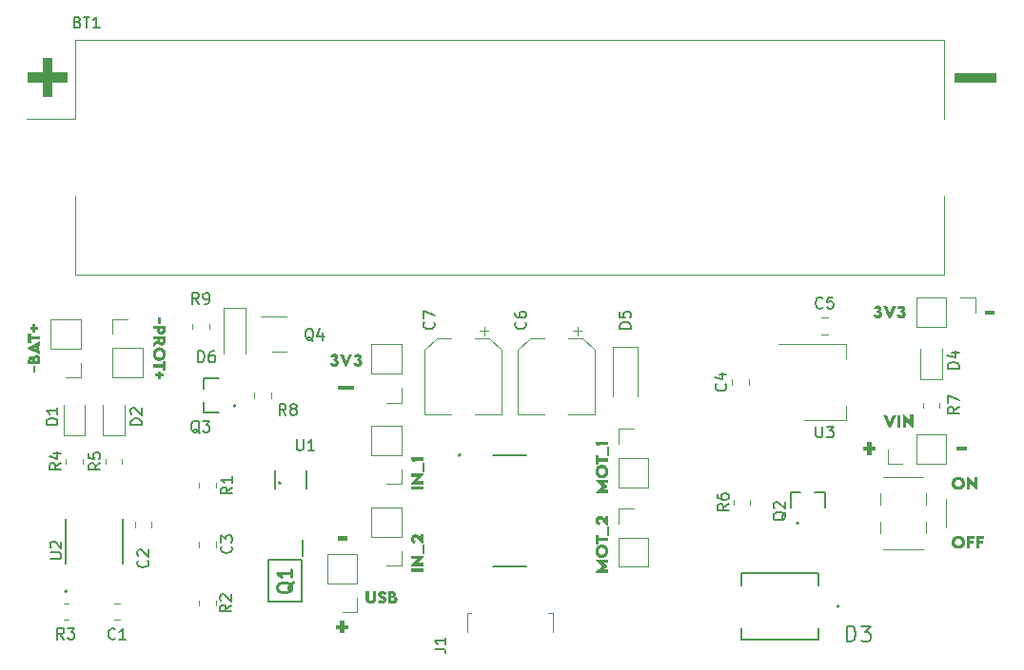
<source format=gbr>
%TF.GenerationSoftware,KiCad,Pcbnew,7.0.7*%
%TF.CreationDate,2024-01-15T16:46:33-03:00*%
%TF.ProjectId,PCB_MAQUEEN_V1,5043425f-4d41-4515-9545-454e5f56312e,rev?*%
%TF.SameCoordinates,Original*%
%TF.FileFunction,Legend,Top*%
%TF.FilePolarity,Positive*%
%FSLAX46Y46*%
G04 Gerber Fmt 4.6, Leading zero omitted, Abs format (unit mm)*
G04 Created by KiCad (PCBNEW 7.0.7) date 2024-01-15 16:46:33*
%MOMM*%
%LPD*%
G01*
G04 APERTURE LIST*
%ADD10C,0.125000*%
%ADD11C,0.150000*%
%ADD12C,0.600000*%
%ADD13C,0.254000*%
%ADD14C,0.120000*%
%ADD15C,0.152400*%
%ADD16C,0.127000*%
%ADD17C,0.200000*%
%ADD18C,0.100000*%
G04 APERTURE END LIST*
D10*
G36*
X219771441Y-101111922D02*
G01*
X220643021Y-101111922D01*
X220643021Y-100752152D01*
X219771441Y-100752152D01*
X219771441Y-101111922D01*
G37*
G36*
X187620160Y-110940823D02*
G01*
X188266915Y-111413677D01*
X187620160Y-111886775D01*
X187620160Y-112004501D01*
X188730000Y-112004501D01*
X188730000Y-111711898D01*
X188294270Y-111711898D01*
X188711681Y-111414410D01*
X188711681Y-111412456D01*
X188294270Y-111115701D01*
X188730000Y-111115701D01*
X188730000Y-110823098D01*
X187620160Y-110823098D01*
X187620160Y-110940823D01*
G37*
G36*
X188214455Y-109470511D02*
G01*
X188244313Y-109472778D01*
X188273658Y-109476515D01*
X188302459Y-109481690D01*
X188330684Y-109488269D01*
X188358301Y-109496218D01*
X188385279Y-109505506D01*
X188411587Y-109516097D01*
X188437192Y-109527960D01*
X188462064Y-109541061D01*
X188486170Y-109555366D01*
X188509478Y-109570843D01*
X188531958Y-109587459D01*
X188553578Y-109605179D01*
X188574305Y-109623971D01*
X188594109Y-109643802D01*
X188612957Y-109664638D01*
X188630819Y-109686446D01*
X188647662Y-109709193D01*
X188663455Y-109732846D01*
X188678167Y-109757371D01*
X188691764Y-109782736D01*
X188704217Y-109808906D01*
X188715494Y-109835849D01*
X188725562Y-109863532D01*
X188734390Y-109891921D01*
X188741947Y-109920983D01*
X188748201Y-109950685D01*
X188753120Y-109980993D01*
X188756673Y-110011875D01*
X188758828Y-110043297D01*
X188759553Y-110075226D01*
X188758828Y-110107109D01*
X188756673Y-110138486D01*
X188753120Y-110169322D01*
X188748201Y-110199586D01*
X188741947Y-110229243D01*
X188734390Y-110258260D01*
X188725562Y-110286605D01*
X188715494Y-110314245D01*
X188704217Y-110341145D01*
X188691764Y-110367274D01*
X188678167Y-110392597D01*
X188663455Y-110417083D01*
X188647662Y-110440697D01*
X188630819Y-110463406D01*
X188612957Y-110485178D01*
X188594109Y-110505979D01*
X188574305Y-110525776D01*
X188553578Y-110544536D01*
X188531958Y-110562226D01*
X188509478Y-110578813D01*
X188486170Y-110594263D01*
X188462064Y-110608543D01*
X188437192Y-110621621D01*
X188411587Y-110633462D01*
X188385279Y-110644035D01*
X188358301Y-110653306D01*
X188330684Y-110661241D01*
X188302459Y-110667808D01*
X188273658Y-110672973D01*
X188244313Y-110676703D01*
X188214455Y-110678966D01*
X188184117Y-110679727D01*
X188153551Y-110678964D01*
X188123471Y-110676695D01*
X188093909Y-110672955D01*
X188064895Y-110667777D01*
X188036462Y-110661194D01*
X188008642Y-110653240D01*
X187981467Y-110643948D01*
X187954967Y-110633352D01*
X187929176Y-110621485D01*
X187904124Y-110608381D01*
X187879845Y-110594072D01*
X187856368Y-110578594D01*
X187833727Y-110561978D01*
X187811953Y-110544259D01*
X187791077Y-110525469D01*
X187771133Y-110505643D01*
X187752150Y-110484814D01*
X187734162Y-110463015D01*
X187717200Y-110440280D01*
X187701296Y-110416642D01*
X187686481Y-110392134D01*
X187672788Y-110366790D01*
X187660248Y-110340644D01*
X187648893Y-110313729D01*
X187638755Y-110286079D01*
X187629865Y-110257726D01*
X187622256Y-110228705D01*
X187615959Y-110199048D01*
X187611006Y-110168789D01*
X187607428Y-110137963D01*
X187605259Y-110106601D01*
X187604528Y-110074738D01*
X187882965Y-110074738D01*
X187883344Y-110091010D01*
X187884469Y-110107027D01*
X187886323Y-110122770D01*
X187888889Y-110138223D01*
X187892152Y-110153368D01*
X187896093Y-110168190D01*
X187900697Y-110182669D01*
X187905947Y-110196791D01*
X187911826Y-110210536D01*
X187918317Y-110223889D01*
X187925403Y-110236832D01*
X187933068Y-110249348D01*
X187941296Y-110261420D01*
X187950069Y-110273030D01*
X187959370Y-110284163D01*
X187969183Y-110294801D01*
X187979491Y-110304926D01*
X187990278Y-110314521D01*
X188001527Y-110323571D01*
X188013220Y-110332056D01*
X188025342Y-110339961D01*
X188037875Y-110347268D01*
X188050803Y-110353961D01*
X188064110Y-110360021D01*
X188077777Y-110365432D01*
X188091789Y-110370178D01*
X188106129Y-110374240D01*
X188120781Y-110377602D01*
X188135726Y-110380246D01*
X188150950Y-110382156D01*
X188166434Y-110383315D01*
X188182163Y-110383705D01*
X188197823Y-110383315D01*
X188213239Y-110382156D01*
X188228394Y-110380246D01*
X188243272Y-110377602D01*
X188257856Y-110374240D01*
X188272129Y-110370178D01*
X188286075Y-110365432D01*
X188299678Y-110360021D01*
X188312920Y-110353961D01*
X188325786Y-110347268D01*
X188338258Y-110339961D01*
X188350320Y-110332056D01*
X188361955Y-110323571D01*
X188373147Y-110314521D01*
X188383879Y-110304926D01*
X188394135Y-110294801D01*
X188403898Y-110284163D01*
X188413151Y-110273030D01*
X188421878Y-110261420D01*
X188430062Y-110249348D01*
X188437687Y-110236832D01*
X188444736Y-110223889D01*
X188451192Y-110210536D01*
X188457039Y-110196791D01*
X188462260Y-110182669D01*
X188466839Y-110168190D01*
X188470759Y-110153368D01*
X188474004Y-110138223D01*
X188476556Y-110122770D01*
X188478400Y-110107027D01*
X188479518Y-110091010D01*
X188479895Y-110074738D01*
X188479518Y-110058444D01*
X188478400Y-110042409D01*
X188476556Y-110026649D01*
X188474004Y-110011183D01*
X188470759Y-109996026D01*
X188466839Y-109981195D01*
X188462260Y-109966708D01*
X188457039Y-109952582D01*
X188451192Y-109938833D01*
X188444736Y-109925479D01*
X188437687Y-109912536D01*
X188430062Y-109900021D01*
X188421878Y-109887951D01*
X188413151Y-109876344D01*
X188403898Y-109865216D01*
X188394135Y-109854583D01*
X188383879Y-109844464D01*
X188373147Y-109834875D01*
X188361955Y-109825833D01*
X188350320Y-109817355D01*
X188338258Y-109809458D01*
X188325786Y-109802158D01*
X188312920Y-109795473D01*
X188299678Y-109789420D01*
X188286075Y-109784016D01*
X188272129Y-109779277D01*
X188257856Y-109775221D01*
X188243272Y-109771864D01*
X188228394Y-109769223D01*
X188213239Y-109767317D01*
X188197823Y-109766160D01*
X188182163Y-109765771D01*
X188166434Y-109766160D01*
X188150950Y-109767317D01*
X188135726Y-109769223D01*
X188120781Y-109771864D01*
X188106129Y-109775221D01*
X188091789Y-109779277D01*
X188077777Y-109784016D01*
X188064110Y-109789420D01*
X188050803Y-109795473D01*
X188037875Y-109802158D01*
X188025342Y-109809458D01*
X188013220Y-109817355D01*
X188001527Y-109825833D01*
X187990278Y-109834875D01*
X187979491Y-109844464D01*
X187969183Y-109854583D01*
X187959370Y-109865216D01*
X187950069Y-109876344D01*
X187941296Y-109887951D01*
X187933068Y-109900021D01*
X187925403Y-109912536D01*
X187918317Y-109925479D01*
X187911826Y-109938833D01*
X187905947Y-109952582D01*
X187900697Y-109966708D01*
X187896093Y-109981195D01*
X187892152Y-109996026D01*
X187888889Y-110011183D01*
X187886323Y-110026649D01*
X187884469Y-110042409D01*
X187883344Y-110058444D01*
X187882965Y-110074738D01*
X187604528Y-110074738D01*
X187605259Y-110042853D01*
X187607428Y-110011473D01*
X187611006Y-109980630D01*
X187615959Y-109950358D01*
X187622256Y-109920690D01*
X187629865Y-109891659D01*
X187638755Y-109863299D01*
X187648893Y-109835643D01*
X187660248Y-109808725D01*
X187672788Y-109782577D01*
X187686481Y-109757233D01*
X187701296Y-109732727D01*
X187717200Y-109709091D01*
X187734162Y-109686359D01*
X187752150Y-109664565D01*
X187771133Y-109643741D01*
X187791077Y-109623921D01*
X187811953Y-109605138D01*
X187833727Y-109587426D01*
X187856368Y-109570818D01*
X187879845Y-109555346D01*
X187904124Y-109541046D01*
X187929176Y-109527949D01*
X187954967Y-109516090D01*
X187981467Y-109505500D01*
X188008642Y-109496215D01*
X188036462Y-109488267D01*
X188064895Y-109481689D01*
X188093909Y-109476515D01*
X188123471Y-109472778D01*
X188153551Y-109470511D01*
X188184117Y-109469748D01*
X188214455Y-109470511D01*
G37*
G36*
X187635792Y-108626622D02*
G01*
X187635792Y-109448255D01*
X187909344Y-109448255D01*
X187909344Y-109183740D01*
X188730000Y-109183740D01*
X188730000Y-108890404D01*
X187909344Y-108890404D01*
X187909344Y-108626622D01*
X187635792Y-108626622D01*
G37*
G36*
X188823056Y-108735310D02*
G01*
X188823056Y-107846755D01*
X188636210Y-107846755D01*
X188636210Y-108735310D01*
X188823056Y-108735310D01*
G37*
G36*
X188461577Y-107264968D02*
G01*
X188451931Y-107248058D01*
X188441869Y-107231326D01*
X188431404Y-107214793D01*
X188420547Y-107198484D01*
X188409311Y-107182423D01*
X188397707Y-107166634D01*
X188385749Y-107151139D01*
X188373447Y-107135962D01*
X188360814Y-107121128D01*
X188347863Y-107106659D01*
X188334604Y-107092579D01*
X188321052Y-107078912D01*
X188307216Y-107065682D01*
X188293111Y-107052912D01*
X188278747Y-107040625D01*
X188264137Y-107028846D01*
X188249293Y-107017598D01*
X188234227Y-107006905D01*
X188218951Y-106996789D01*
X188203478Y-106987275D01*
X188187820Y-106978387D01*
X188171987Y-106970148D01*
X188155994Y-106962581D01*
X188139852Y-106955711D01*
X188123572Y-106949560D01*
X188107168Y-106944153D01*
X188090650Y-106939513D01*
X188074032Y-106935664D01*
X188057326Y-106932629D01*
X188040543Y-106930432D01*
X188023696Y-106929096D01*
X188006796Y-106928646D01*
X187986560Y-106929196D01*
X187966537Y-106930829D01*
X187946754Y-106933518D01*
X187927241Y-106937237D01*
X187908025Y-106941960D01*
X187889134Y-106947660D01*
X187870598Y-106954311D01*
X187852443Y-106961886D01*
X187834698Y-106970359D01*
X187817391Y-106979704D01*
X187800550Y-106989894D01*
X187784204Y-107000902D01*
X187768381Y-107012704D01*
X187753109Y-107025271D01*
X187738416Y-107038578D01*
X187724330Y-107052599D01*
X187710879Y-107067306D01*
X187698092Y-107082674D01*
X187685997Y-107098676D01*
X187674621Y-107115286D01*
X187663994Y-107132478D01*
X187654143Y-107150224D01*
X187645097Y-107168499D01*
X187636883Y-107187276D01*
X187629530Y-107206529D01*
X187623066Y-107226231D01*
X187617519Y-107246357D01*
X187612918Y-107266879D01*
X187609290Y-107287772D01*
X187606663Y-107309008D01*
X187605067Y-107330562D01*
X187604528Y-107352407D01*
X187605045Y-107374247D01*
X187606574Y-107395784D01*
X187609088Y-107416994D01*
X187612559Y-107437851D01*
X187616957Y-107458329D01*
X187622255Y-107478402D01*
X187628423Y-107498046D01*
X187635433Y-107517233D01*
X187643257Y-107535938D01*
X187651865Y-107554137D01*
X187661231Y-107571803D01*
X187671324Y-107588909D01*
X187682117Y-107605432D01*
X187693581Y-107621345D01*
X187705687Y-107636622D01*
X187718407Y-107651238D01*
X187731712Y-107665167D01*
X187745574Y-107678384D01*
X187759964Y-107690862D01*
X187774854Y-107702576D01*
X187790216Y-107713500D01*
X187806020Y-107723610D01*
X187822238Y-107732878D01*
X187838841Y-107741280D01*
X187855802Y-107748789D01*
X187873091Y-107755381D01*
X187890680Y-107761028D01*
X187908541Y-107765707D01*
X187926645Y-107769390D01*
X187944963Y-107772053D01*
X187963467Y-107773670D01*
X187982128Y-107774214D01*
X188060774Y-107536322D01*
X188042411Y-107535330D01*
X188024569Y-107532428D01*
X188007339Y-107527726D01*
X187990814Y-107521335D01*
X187975084Y-107513366D01*
X187960241Y-107503929D01*
X187946378Y-107493134D01*
X187933585Y-107481092D01*
X187921954Y-107467915D01*
X187911576Y-107453711D01*
X187902544Y-107438592D01*
X187894948Y-107422669D01*
X187888882Y-107406051D01*
X187884435Y-107388850D01*
X187881699Y-107371176D01*
X187880767Y-107353140D01*
X187881501Y-107339597D01*
X187883650Y-107326488D01*
X187887136Y-107313872D01*
X187891880Y-107301811D01*
X187897803Y-107290365D01*
X187904827Y-107279595D01*
X187912872Y-107269562D01*
X187921861Y-107260327D01*
X187931714Y-107251951D01*
X187942353Y-107244495D01*
X187953698Y-107238018D01*
X187965672Y-107232583D01*
X187978195Y-107228250D01*
X187991190Y-107225079D01*
X188004576Y-107223132D01*
X188018276Y-107222470D01*
X188028044Y-107222938D01*
X188038133Y-107224355D01*
X188048569Y-107226739D01*
X188059380Y-107230109D01*
X188070593Y-107234482D01*
X188082235Y-107239879D01*
X188094332Y-107246316D01*
X188106913Y-107253813D01*
X188120004Y-107262388D01*
X188133632Y-107272059D01*
X188147825Y-107282846D01*
X188162609Y-107294765D01*
X188178012Y-107307837D01*
X188194060Y-107322079D01*
X188210781Y-107337509D01*
X188228203Y-107354147D01*
X188246351Y-107372011D01*
X188265253Y-107391119D01*
X188284936Y-107411489D01*
X188305428Y-107433141D01*
X188326755Y-107456093D01*
X188348945Y-107480362D01*
X188372024Y-107505968D01*
X188396020Y-107532929D01*
X188420960Y-107561264D01*
X188446871Y-107590990D01*
X188473780Y-107622127D01*
X188501714Y-107654693D01*
X188530700Y-107688707D01*
X188560765Y-107724186D01*
X188591937Y-107761149D01*
X188624242Y-107799616D01*
X188730000Y-107799616D01*
X188730000Y-106915701D01*
X188461577Y-106915701D01*
X188461577Y-107264968D01*
G37*
G36*
X172330000Y-104604501D02*
G01*
X172330000Y-104311898D01*
X171235792Y-104311898D01*
X171235792Y-104604501D01*
X172330000Y-104604501D01*
G37*
G36*
X171220160Y-103461933D02*
G01*
X171760425Y-103461933D01*
X171210635Y-104026378D01*
X171210635Y-104120900D01*
X172330000Y-104120900D01*
X172330000Y-103828297D01*
X171788513Y-103828297D01*
X172345631Y-103261653D01*
X172345631Y-103168597D01*
X171220160Y-103168597D01*
X171220160Y-103461933D01*
G37*
G36*
X172423056Y-103073342D02*
G01*
X172423056Y-102184787D01*
X172236210Y-102184787D01*
X172236210Y-103073342D01*
X172423056Y-103073342D01*
G37*
G36*
X171220160Y-101823063D02*
G01*
X171302958Y-102137648D01*
X171591165Y-102137648D01*
X171565031Y-102030181D01*
X172330000Y-102030181D01*
X172330000Y-101737578D01*
X171220160Y-101737578D01*
X171220160Y-101823063D01*
G37*
G36*
X187620160Y-103840823D02*
G01*
X188266915Y-104313677D01*
X187620160Y-104786775D01*
X187620160Y-104904501D01*
X188730000Y-104904501D01*
X188730000Y-104611898D01*
X188294270Y-104611898D01*
X188711681Y-104314410D01*
X188711681Y-104312456D01*
X188294270Y-104015701D01*
X188730000Y-104015701D01*
X188730000Y-103723098D01*
X187620160Y-103723098D01*
X187620160Y-103840823D01*
G37*
G36*
X188214455Y-102370511D02*
G01*
X188244313Y-102372778D01*
X188273658Y-102376515D01*
X188302459Y-102381690D01*
X188330684Y-102388269D01*
X188358301Y-102396218D01*
X188385279Y-102405506D01*
X188411587Y-102416097D01*
X188437192Y-102427960D01*
X188462064Y-102441061D01*
X188486170Y-102455366D01*
X188509478Y-102470843D01*
X188531958Y-102487459D01*
X188553578Y-102505179D01*
X188574305Y-102523971D01*
X188594109Y-102543802D01*
X188612957Y-102564638D01*
X188630819Y-102586446D01*
X188647662Y-102609193D01*
X188663455Y-102632846D01*
X188678167Y-102657371D01*
X188691764Y-102682736D01*
X188704217Y-102708906D01*
X188715494Y-102735849D01*
X188725562Y-102763532D01*
X188734390Y-102791921D01*
X188741947Y-102820983D01*
X188748201Y-102850685D01*
X188753120Y-102880993D01*
X188756673Y-102911875D01*
X188758828Y-102943297D01*
X188759553Y-102975226D01*
X188758828Y-103007109D01*
X188756673Y-103038486D01*
X188753120Y-103069322D01*
X188748201Y-103099586D01*
X188741947Y-103129243D01*
X188734390Y-103158260D01*
X188725562Y-103186605D01*
X188715494Y-103214245D01*
X188704217Y-103241145D01*
X188691764Y-103267274D01*
X188678167Y-103292597D01*
X188663455Y-103317083D01*
X188647662Y-103340697D01*
X188630819Y-103363406D01*
X188612957Y-103385178D01*
X188594109Y-103405979D01*
X188574305Y-103425776D01*
X188553578Y-103444536D01*
X188531958Y-103462226D01*
X188509478Y-103478813D01*
X188486170Y-103494263D01*
X188462064Y-103508543D01*
X188437192Y-103521621D01*
X188411587Y-103533462D01*
X188385279Y-103544035D01*
X188358301Y-103553306D01*
X188330684Y-103561241D01*
X188302459Y-103567808D01*
X188273658Y-103572973D01*
X188244313Y-103576703D01*
X188214455Y-103578966D01*
X188184117Y-103579727D01*
X188153551Y-103578964D01*
X188123471Y-103576695D01*
X188093909Y-103572955D01*
X188064895Y-103567777D01*
X188036462Y-103561194D01*
X188008642Y-103553240D01*
X187981467Y-103543948D01*
X187954967Y-103533352D01*
X187929176Y-103521485D01*
X187904124Y-103508381D01*
X187879845Y-103494072D01*
X187856368Y-103478594D01*
X187833727Y-103461978D01*
X187811953Y-103444259D01*
X187791077Y-103425469D01*
X187771133Y-103405643D01*
X187752150Y-103384814D01*
X187734162Y-103363015D01*
X187717200Y-103340280D01*
X187701296Y-103316642D01*
X187686481Y-103292134D01*
X187672788Y-103266790D01*
X187660248Y-103240644D01*
X187648893Y-103213729D01*
X187638755Y-103186079D01*
X187629865Y-103157726D01*
X187622256Y-103128705D01*
X187615959Y-103099048D01*
X187611006Y-103068789D01*
X187607428Y-103037963D01*
X187605259Y-103006601D01*
X187604528Y-102974738D01*
X187882965Y-102974738D01*
X187883344Y-102991010D01*
X187884469Y-103007027D01*
X187886323Y-103022770D01*
X187888889Y-103038223D01*
X187892152Y-103053368D01*
X187896093Y-103068190D01*
X187900697Y-103082669D01*
X187905947Y-103096791D01*
X187911826Y-103110536D01*
X187918317Y-103123889D01*
X187925403Y-103136832D01*
X187933068Y-103149348D01*
X187941296Y-103161420D01*
X187950069Y-103173030D01*
X187959370Y-103184163D01*
X187969183Y-103194801D01*
X187979491Y-103204926D01*
X187990278Y-103214521D01*
X188001527Y-103223571D01*
X188013220Y-103232056D01*
X188025342Y-103239961D01*
X188037875Y-103247268D01*
X188050803Y-103253961D01*
X188064110Y-103260021D01*
X188077777Y-103265432D01*
X188091789Y-103270178D01*
X188106129Y-103274240D01*
X188120781Y-103277602D01*
X188135726Y-103280246D01*
X188150950Y-103282156D01*
X188166434Y-103283315D01*
X188182163Y-103283705D01*
X188197823Y-103283315D01*
X188213239Y-103282156D01*
X188228394Y-103280246D01*
X188243272Y-103277602D01*
X188257856Y-103274240D01*
X188272129Y-103270178D01*
X188286075Y-103265432D01*
X188299678Y-103260021D01*
X188312920Y-103253961D01*
X188325786Y-103247268D01*
X188338258Y-103239961D01*
X188350320Y-103232056D01*
X188361955Y-103223571D01*
X188373147Y-103214521D01*
X188383879Y-103204926D01*
X188394135Y-103194801D01*
X188403898Y-103184163D01*
X188413151Y-103173030D01*
X188421878Y-103161420D01*
X188430062Y-103149348D01*
X188437687Y-103136832D01*
X188444736Y-103123889D01*
X188451192Y-103110536D01*
X188457039Y-103096791D01*
X188462260Y-103082669D01*
X188466839Y-103068190D01*
X188470759Y-103053368D01*
X188474004Y-103038223D01*
X188476556Y-103022770D01*
X188478400Y-103007027D01*
X188479518Y-102991010D01*
X188479895Y-102974738D01*
X188479518Y-102958444D01*
X188478400Y-102942409D01*
X188476556Y-102926649D01*
X188474004Y-102911183D01*
X188470759Y-102896026D01*
X188466839Y-102881195D01*
X188462260Y-102866708D01*
X188457039Y-102852582D01*
X188451192Y-102838833D01*
X188444736Y-102825479D01*
X188437687Y-102812536D01*
X188430062Y-102800021D01*
X188421878Y-102787951D01*
X188413151Y-102776344D01*
X188403898Y-102765216D01*
X188394135Y-102754583D01*
X188383879Y-102744464D01*
X188373147Y-102734875D01*
X188361955Y-102725833D01*
X188350320Y-102717355D01*
X188338258Y-102709458D01*
X188325786Y-102702158D01*
X188312920Y-102695473D01*
X188299678Y-102689420D01*
X188286075Y-102684016D01*
X188272129Y-102679277D01*
X188257856Y-102675221D01*
X188243272Y-102671864D01*
X188228394Y-102669223D01*
X188213239Y-102667317D01*
X188197823Y-102666160D01*
X188182163Y-102665771D01*
X188166434Y-102666160D01*
X188150950Y-102667317D01*
X188135726Y-102669223D01*
X188120781Y-102671864D01*
X188106129Y-102675221D01*
X188091789Y-102679277D01*
X188077777Y-102684016D01*
X188064110Y-102689420D01*
X188050803Y-102695473D01*
X188037875Y-102702158D01*
X188025342Y-102709458D01*
X188013220Y-102717355D01*
X188001527Y-102725833D01*
X187990278Y-102734875D01*
X187979491Y-102744464D01*
X187969183Y-102754583D01*
X187959370Y-102765216D01*
X187950069Y-102776344D01*
X187941296Y-102787951D01*
X187933068Y-102800021D01*
X187925403Y-102812536D01*
X187918317Y-102825479D01*
X187911826Y-102838833D01*
X187905947Y-102852582D01*
X187900697Y-102866708D01*
X187896093Y-102881195D01*
X187892152Y-102896026D01*
X187888889Y-102911183D01*
X187886323Y-102926649D01*
X187884469Y-102942409D01*
X187883344Y-102958444D01*
X187882965Y-102974738D01*
X187604528Y-102974738D01*
X187605259Y-102942853D01*
X187607428Y-102911473D01*
X187611006Y-102880630D01*
X187615959Y-102850358D01*
X187622256Y-102820690D01*
X187629865Y-102791659D01*
X187638755Y-102763299D01*
X187648893Y-102735643D01*
X187660248Y-102708725D01*
X187672788Y-102682577D01*
X187686481Y-102657233D01*
X187701296Y-102632727D01*
X187717200Y-102609091D01*
X187734162Y-102586359D01*
X187752150Y-102564565D01*
X187771133Y-102543741D01*
X187791077Y-102523921D01*
X187811953Y-102505138D01*
X187833727Y-102487426D01*
X187856368Y-102470818D01*
X187879845Y-102455346D01*
X187904124Y-102441046D01*
X187929176Y-102427949D01*
X187954967Y-102416090D01*
X187981467Y-102405500D01*
X188008642Y-102396215D01*
X188036462Y-102388267D01*
X188064895Y-102381689D01*
X188093909Y-102376515D01*
X188123471Y-102372778D01*
X188153551Y-102370511D01*
X188184117Y-102369748D01*
X188214455Y-102370511D01*
G37*
G36*
X187635792Y-101526622D02*
G01*
X187635792Y-102348255D01*
X187909344Y-102348255D01*
X187909344Y-102083740D01*
X188730000Y-102083740D01*
X188730000Y-101790404D01*
X187909344Y-101790404D01*
X187909344Y-101526622D01*
X187635792Y-101526622D01*
G37*
G36*
X188823056Y-101635310D02*
G01*
X188823056Y-100746755D01*
X188636210Y-100746755D01*
X188636210Y-101635310D01*
X188823056Y-101635310D01*
G37*
G36*
X187620160Y-100385031D02*
G01*
X187702958Y-100699616D01*
X187991165Y-100699616D01*
X187965031Y-100592149D01*
X188730000Y-100592149D01*
X188730000Y-100299546D01*
X187620160Y-100299546D01*
X187620160Y-100385031D01*
G37*
G36*
X219934501Y-108705259D02*
G01*
X219965881Y-108707428D01*
X219996724Y-108711006D01*
X220026997Y-108715959D01*
X220056665Y-108722256D01*
X220085695Y-108729865D01*
X220114055Y-108738755D01*
X220141711Y-108748893D01*
X220168630Y-108760248D01*
X220194777Y-108772788D01*
X220220121Y-108786481D01*
X220244627Y-108801296D01*
X220268263Y-108817200D01*
X220290995Y-108834162D01*
X220312790Y-108852150D01*
X220333613Y-108871133D01*
X220353433Y-108891077D01*
X220372216Y-108911953D01*
X220389928Y-108933727D01*
X220406537Y-108956368D01*
X220422008Y-108979845D01*
X220436308Y-109004124D01*
X220449405Y-109029176D01*
X220461265Y-109054967D01*
X220471854Y-109081467D01*
X220481139Y-109108642D01*
X220489087Y-109136462D01*
X220495665Y-109164895D01*
X220500839Y-109193909D01*
X220504576Y-109223471D01*
X220506843Y-109253551D01*
X220507606Y-109284117D01*
X220506843Y-109314455D01*
X220504576Y-109344313D01*
X220500839Y-109373658D01*
X220495664Y-109402459D01*
X220489086Y-109430684D01*
X220481136Y-109458301D01*
X220471849Y-109485279D01*
X220461257Y-109511587D01*
X220449394Y-109537192D01*
X220436293Y-109562064D01*
X220421988Y-109586170D01*
X220406511Y-109609478D01*
X220389896Y-109631958D01*
X220372175Y-109653578D01*
X220353383Y-109674305D01*
X220333552Y-109694109D01*
X220312716Y-109712957D01*
X220290908Y-109730819D01*
X220268161Y-109747662D01*
X220244508Y-109763455D01*
X220219983Y-109778167D01*
X220194619Y-109791764D01*
X220168448Y-109804217D01*
X220141505Y-109815494D01*
X220113822Y-109825562D01*
X220085433Y-109834390D01*
X220056371Y-109841947D01*
X220026669Y-109848201D01*
X219996361Y-109853120D01*
X219965479Y-109856673D01*
X219934057Y-109858828D01*
X219902128Y-109859553D01*
X219870245Y-109858828D01*
X219838868Y-109856673D01*
X219808032Y-109853120D01*
X219777769Y-109848201D01*
X219748112Y-109841947D01*
X219719094Y-109834390D01*
X219690749Y-109825562D01*
X219663110Y-109815494D01*
X219636209Y-109804217D01*
X219610080Y-109791764D01*
X219584757Y-109778167D01*
X219560271Y-109763455D01*
X219536657Y-109747662D01*
X219513948Y-109730819D01*
X219492176Y-109712957D01*
X219471375Y-109694109D01*
X219451578Y-109674305D01*
X219432818Y-109653578D01*
X219415128Y-109631958D01*
X219398542Y-109609478D01*
X219383092Y-109586170D01*
X219368811Y-109562064D01*
X219355734Y-109537192D01*
X219343892Y-109511587D01*
X219333319Y-109485279D01*
X219324049Y-109458301D01*
X219316113Y-109430684D01*
X219309547Y-109402459D01*
X219304381Y-109373658D01*
X219300651Y-109344313D01*
X219298388Y-109314455D01*
X219297627Y-109284117D01*
X219297676Y-109282163D01*
X219593649Y-109282163D01*
X219594039Y-109297823D01*
X219595198Y-109313239D01*
X219597108Y-109328394D01*
X219599752Y-109343272D01*
X219603114Y-109357856D01*
X219607176Y-109372129D01*
X219611922Y-109386075D01*
X219617333Y-109399678D01*
X219623394Y-109412920D01*
X219630086Y-109425786D01*
X219637393Y-109438258D01*
X219645298Y-109450320D01*
X219653784Y-109461955D01*
X219662833Y-109473147D01*
X219672428Y-109483879D01*
X219682554Y-109494135D01*
X219693191Y-109503898D01*
X219704324Y-109513151D01*
X219715935Y-109521878D01*
X219728007Y-109530062D01*
X219740523Y-109537687D01*
X219753465Y-109544736D01*
X219766818Y-109551192D01*
X219780564Y-109557039D01*
X219794685Y-109562260D01*
X219809165Y-109566839D01*
X219823986Y-109570759D01*
X219839131Y-109574004D01*
X219854584Y-109576556D01*
X219870328Y-109578400D01*
X219886344Y-109579518D01*
X219902616Y-109579895D01*
X219918910Y-109579518D01*
X219934945Y-109578400D01*
X219950705Y-109576556D01*
X219966172Y-109574004D01*
X219981329Y-109570759D01*
X219996159Y-109566839D01*
X220010646Y-109562260D01*
X220024772Y-109557039D01*
X220038521Y-109551192D01*
X220051876Y-109544736D01*
X220064819Y-109537687D01*
X220077334Y-109530062D01*
X220089403Y-109521878D01*
X220101010Y-109513151D01*
X220112139Y-109503898D01*
X220122771Y-109494135D01*
X220132890Y-109483879D01*
X220142479Y-109473147D01*
X220151521Y-109461955D01*
X220159999Y-109450320D01*
X220167897Y-109438258D01*
X220175196Y-109425786D01*
X220181881Y-109412920D01*
X220187934Y-109399678D01*
X220193338Y-109386075D01*
X220198077Y-109372129D01*
X220202134Y-109357856D01*
X220205490Y-109343272D01*
X220208131Y-109328394D01*
X220210038Y-109313239D01*
X220211194Y-109297823D01*
X220211584Y-109282163D01*
X220211194Y-109266434D01*
X220210038Y-109250950D01*
X220208131Y-109235726D01*
X220205490Y-109220781D01*
X220202134Y-109206129D01*
X220198077Y-109191789D01*
X220193338Y-109177777D01*
X220187934Y-109164110D01*
X220181881Y-109150803D01*
X220175196Y-109137875D01*
X220167897Y-109125342D01*
X220159999Y-109113220D01*
X220151521Y-109101527D01*
X220142479Y-109090278D01*
X220132890Y-109079491D01*
X220122771Y-109069183D01*
X220112139Y-109059370D01*
X220101010Y-109050069D01*
X220089403Y-109041296D01*
X220077334Y-109033068D01*
X220064819Y-109025403D01*
X220051876Y-109018317D01*
X220038521Y-109011826D01*
X220024772Y-109005947D01*
X220010646Y-109000697D01*
X219996159Y-108996093D01*
X219981329Y-108992152D01*
X219966172Y-108988889D01*
X219950705Y-108986323D01*
X219934945Y-108984469D01*
X219918910Y-108983344D01*
X219902616Y-108982965D01*
X219886344Y-108983344D01*
X219870328Y-108984469D01*
X219854584Y-108986323D01*
X219839131Y-108988889D01*
X219823986Y-108992152D01*
X219809165Y-108996093D01*
X219794685Y-109000697D01*
X219780564Y-109005947D01*
X219766818Y-109011826D01*
X219753465Y-109018317D01*
X219740523Y-109025403D01*
X219728007Y-109033068D01*
X219715935Y-109041296D01*
X219704324Y-109050069D01*
X219693191Y-109059370D01*
X219682554Y-109069183D01*
X219672428Y-109079491D01*
X219662833Y-109090278D01*
X219653784Y-109101527D01*
X219645298Y-109113220D01*
X219637393Y-109125342D01*
X219630086Y-109137875D01*
X219623394Y-109150803D01*
X219617333Y-109164110D01*
X219611922Y-109177777D01*
X219607176Y-109191789D01*
X219603114Y-109206129D01*
X219599752Y-109220781D01*
X219597108Y-109235726D01*
X219595198Y-109250950D01*
X219594039Y-109266434D01*
X219593649Y-109282163D01*
X219297676Y-109282163D01*
X219298391Y-109253551D01*
X219300659Y-109223471D01*
X219304399Y-109193909D01*
X219309578Y-109164895D01*
X219316160Y-109136462D01*
X219324115Y-109108642D01*
X219333406Y-109081467D01*
X219344002Y-109054967D01*
X219355869Y-109029176D01*
X219368974Y-109004124D01*
X219383282Y-108979845D01*
X219398761Y-108956368D01*
X219415376Y-108933727D01*
X219433096Y-108911953D01*
X219451885Y-108891077D01*
X219471711Y-108871133D01*
X219492540Y-108852150D01*
X219514339Y-108834162D01*
X219537074Y-108817200D01*
X219560713Y-108801296D01*
X219585220Y-108786481D01*
X219610564Y-108772788D01*
X219636710Y-108760248D01*
X219663625Y-108748893D01*
X219691275Y-108738755D01*
X219719628Y-108729865D01*
X219748650Y-108722256D01*
X219778306Y-108715959D01*
X219808565Y-108711006D01*
X219839392Y-108707428D01*
X219870753Y-108705259D01*
X219902616Y-108704528D01*
X219934501Y-108705259D01*
G37*
G36*
X221365143Y-108995177D02*
G01*
X221365143Y-108720160D01*
X220650732Y-108720160D01*
X220650732Y-109830000D01*
X220939916Y-109830000D01*
X220939916Y-109418206D01*
X221289916Y-109418206D01*
X221289916Y-109173475D01*
X220939916Y-109173475D01*
X220939916Y-108995177D01*
X221365143Y-108995177D01*
G37*
G36*
X222203384Y-108995177D02*
G01*
X222203384Y-108720160D01*
X221488974Y-108720160D01*
X221488974Y-109830000D01*
X221778157Y-109830000D01*
X221778157Y-109418206D01*
X222128157Y-109418206D01*
X222128157Y-109173475D01*
X221778157Y-109173475D01*
X221778157Y-108995177D01*
X222203384Y-108995177D01*
G37*
G36*
X212533182Y-100742993D02*
G01*
X212192829Y-100742993D01*
X212192829Y-100367836D01*
X211784699Y-100367836D01*
X211784699Y-100742993D01*
X211443248Y-100742993D01*
X211443248Y-101111922D01*
X211784699Y-101111922D01*
X211784699Y-101488545D01*
X212192829Y-101488545D01*
X212192829Y-101111922D01*
X212533182Y-101111922D01*
X212533182Y-100742993D01*
G37*
G36*
X167643440Y-114761263D02*
G01*
X167666928Y-114760743D01*
X167690113Y-114759199D01*
X167712964Y-114756648D01*
X167735455Y-114753110D01*
X167757554Y-114748604D01*
X167779234Y-114743150D01*
X167800465Y-114736767D01*
X167821218Y-114729473D01*
X167841465Y-114721288D01*
X167861176Y-114712232D01*
X167880323Y-114702324D01*
X167898876Y-114691582D01*
X167916806Y-114680026D01*
X167934085Y-114667676D01*
X167950684Y-114654550D01*
X167966573Y-114640668D01*
X167981724Y-114626049D01*
X167996107Y-114610712D01*
X168009694Y-114594676D01*
X168022455Y-114577961D01*
X168034362Y-114560586D01*
X168045386Y-114542570D01*
X168055497Y-114523933D01*
X168064667Y-114504693D01*
X168072867Y-114484870D01*
X168080067Y-114464483D01*
X168086240Y-114443551D01*
X168091355Y-114422094D01*
X168095383Y-114400131D01*
X168098297Y-114377680D01*
X168100066Y-114354762D01*
X168100662Y-114331395D01*
X168100662Y-113635792D01*
X167806106Y-113635792D01*
X167806106Y-114330662D01*
X167805177Y-114347092D01*
X167802471Y-114362824D01*
X167798101Y-114377810D01*
X167792184Y-114391998D01*
X167784836Y-114405339D01*
X167776172Y-114417783D01*
X167766310Y-114429279D01*
X167755364Y-114439778D01*
X167743451Y-114449229D01*
X167730686Y-114457583D01*
X167717186Y-114464789D01*
X167703066Y-114470797D01*
X167688442Y-114475557D01*
X167673430Y-114479019D01*
X167658147Y-114481133D01*
X167642707Y-114481849D01*
X167627120Y-114481149D01*
X167611756Y-114479079D01*
X167596722Y-114475682D01*
X167582127Y-114471003D01*
X167568079Y-114465084D01*
X167554685Y-114457969D01*
X167542054Y-114449703D01*
X167530294Y-114440327D01*
X167519513Y-114429888D01*
X167509819Y-114418427D01*
X167501320Y-114405988D01*
X167494123Y-114392616D01*
X167488338Y-114378354D01*
X167484072Y-114363245D01*
X167481433Y-114347333D01*
X167480530Y-114330662D01*
X167480530Y-113635792D01*
X167185973Y-113635792D01*
X167185973Y-114331395D01*
X167186569Y-114354762D01*
X167188339Y-114377680D01*
X167191252Y-114400131D01*
X167195281Y-114422094D01*
X167200397Y-114443551D01*
X167206570Y-114464483D01*
X167213771Y-114484870D01*
X167221972Y-114504693D01*
X167231144Y-114523933D01*
X167241257Y-114542570D01*
X167252283Y-114560586D01*
X167264193Y-114577961D01*
X167276958Y-114594676D01*
X167290549Y-114610712D01*
X167304937Y-114626049D01*
X167320093Y-114640668D01*
X167335988Y-114654550D01*
X167352593Y-114667676D01*
X167369880Y-114680026D01*
X167387819Y-114691582D01*
X167406382Y-114702324D01*
X167425539Y-114712232D01*
X167445261Y-114721288D01*
X167465520Y-114729473D01*
X167486287Y-114736767D01*
X167507533Y-114743150D01*
X167529228Y-114748604D01*
X167551345Y-114753110D01*
X167573853Y-114756648D01*
X167596724Y-114759199D01*
X167619929Y-114760743D01*
X167643440Y-114761263D01*
G37*
G36*
X168625785Y-114745631D02*
G01*
X168646405Y-114745251D01*
X168666847Y-114744115D01*
X168687080Y-114742235D01*
X168707071Y-114739618D01*
X168726790Y-114736276D01*
X168746205Y-114732217D01*
X168765286Y-114727450D01*
X168784001Y-114721985D01*
X168802318Y-114715832D01*
X168820207Y-114709001D01*
X168837637Y-114701499D01*
X168854576Y-114693338D01*
X168870993Y-114684527D01*
X168886857Y-114675074D01*
X168902136Y-114664990D01*
X168916800Y-114654284D01*
X168930817Y-114642966D01*
X168944155Y-114631044D01*
X168956785Y-114618529D01*
X168968674Y-114605430D01*
X168979791Y-114591756D01*
X168990105Y-114577517D01*
X168999585Y-114562723D01*
X169008200Y-114547382D01*
X169015918Y-114531505D01*
X169022709Y-114515100D01*
X169028540Y-114498178D01*
X169033381Y-114480748D01*
X169037201Y-114462819D01*
X169039968Y-114444400D01*
X169041651Y-114425502D01*
X169042219Y-114406133D01*
X169041885Y-114391209D01*
X169040893Y-114376612D01*
X169039251Y-114362339D01*
X169036971Y-114348384D01*
X169034062Y-114334744D01*
X169030535Y-114321414D01*
X169026400Y-114308390D01*
X169021668Y-114295667D01*
X169016349Y-114283241D01*
X169010452Y-114271108D01*
X169003990Y-114259262D01*
X168996971Y-114247701D01*
X168989407Y-114236419D01*
X168981307Y-114225412D01*
X168972682Y-114214676D01*
X168963542Y-114204206D01*
X168953898Y-114193998D01*
X168943759Y-114184047D01*
X168933137Y-114174349D01*
X168922041Y-114164901D01*
X168910482Y-114155696D01*
X168898471Y-114146732D01*
X168886016Y-114138003D01*
X168873130Y-114129506D01*
X168859822Y-114121235D01*
X168846102Y-114113186D01*
X168831981Y-114105356D01*
X168817470Y-114097740D01*
X168802578Y-114090332D01*
X168787315Y-114083130D01*
X168771693Y-114076128D01*
X168755722Y-114069323D01*
X168744692Y-114064770D01*
X168733909Y-114060402D01*
X168723380Y-114056205D01*
X168713112Y-114052166D01*
X168703112Y-114048275D01*
X168693385Y-114044518D01*
X168683940Y-114040883D01*
X168674782Y-114037357D01*
X168657356Y-114030586D01*
X168641163Y-114024105D01*
X168626255Y-114017816D01*
X168612687Y-114011620D01*
X168600513Y-114005419D01*
X168589787Y-113999112D01*
X168580563Y-113992603D01*
X168572895Y-113985792D01*
X168564428Y-113974792D01*
X168559766Y-113962558D01*
X168558862Y-113953551D01*
X168559974Y-113943304D01*
X168563225Y-113933522D01*
X168568487Y-113924325D01*
X168575632Y-113915830D01*
X168584531Y-113908157D01*
X168595058Y-113901423D01*
X168607084Y-113895747D01*
X168620480Y-113891247D01*
X168630109Y-113888958D01*
X168640253Y-113887281D01*
X168650873Y-113886248D01*
X168661933Y-113885896D01*
X168672179Y-113886193D01*
X168683052Y-113887089D01*
X168694429Y-113888596D01*
X168706186Y-113890724D01*
X168718201Y-113893483D01*
X168730351Y-113896883D01*
X168742512Y-113900935D01*
X168754562Y-113905649D01*
X168766376Y-113911036D01*
X168777833Y-113917106D01*
X168788810Y-113923870D01*
X168799182Y-113931337D01*
X168808827Y-113939518D01*
X168817622Y-113948424D01*
X168825444Y-113958064D01*
X168832170Y-113968450D01*
X169001186Y-113806762D01*
X168996877Y-113796659D01*
X168992062Y-113786738D01*
X168986751Y-113777007D01*
X168980952Y-113767475D01*
X168974675Y-113758152D01*
X168967930Y-113749046D01*
X168960725Y-113740167D01*
X168953070Y-113731523D01*
X168944974Y-113723125D01*
X168936447Y-113714981D01*
X168927498Y-113707101D01*
X168918136Y-113699493D01*
X168908370Y-113692166D01*
X168898210Y-113685131D01*
X168887665Y-113678396D01*
X168876744Y-113671970D01*
X168865457Y-113665862D01*
X168853813Y-113660083D01*
X168841821Y-113654639D01*
X168829491Y-113649542D01*
X168816831Y-113644800D01*
X168803852Y-113640422D01*
X168790562Y-113636418D01*
X168776971Y-113632796D01*
X168763088Y-113629566D01*
X168748922Y-113626736D01*
X168734483Y-113624317D01*
X168719780Y-113622318D01*
X168704822Y-113620746D01*
X168689619Y-113619613D01*
X168674179Y-113618926D01*
X168658513Y-113618695D01*
X168638999Y-113619091D01*
X168619676Y-113620269D01*
X168600572Y-113622214D01*
X168581716Y-113624911D01*
X168563135Y-113628346D01*
X168544858Y-113632502D01*
X168526912Y-113637365D01*
X168509327Y-113642920D01*
X168492129Y-113649153D01*
X168475346Y-113656047D01*
X168459008Y-113663587D01*
X168443142Y-113671760D01*
X168427777Y-113680550D01*
X168412939Y-113689941D01*
X168398658Y-113699919D01*
X168384961Y-113710469D01*
X168371877Y-113721575D01*
X168359433Y-113733223D01*
X168347658Y-113745398D01*
X168336580Y-113758085D01*
X168326227Y-113771268D01*
X168316626Y-113784932D01*
X168307807Y-113799063D01*
X168299797Y-113813646D01*
X168292624Y-113828665D01*
X168286316Y-113844106D01*
X168280901Y-113859953D01*
X168276409Y-113876191D01*
X168272865Y-113892806D01*
X168270299Y-113909782D01*
X168268739Y-113927105D01*
X168268213Y-113944759D01*
X168268561Y-113959954D01*
X168269591Y-113974725D01*
X168271286Y-113989080D01*
X168273628Y-114003025D01*
X168276598Y-114016570D01*
X168280177Y-114029722D01*
X168284348Y-114042489D01*
X168289092Y-114054878D01*
X168294391Y-114066898D01*
X168300227Y-114078555D01*
X168306581Y-114089859D01*
X168313435Y-114100817D01*
X168320770Y-114111437D01*
X168328570Y-114121726D01*
X168336814Y-114131692D01*
X168345485Y-114141344D01*
X168354565Y-114150688D01*
X168364035Y-114159734D01*
X168373878Y-114168488D01*
X168384073Y-114176959D01*
X168394605Y-114185154D01*
X168405453Y-114193081D01*
X168416600Y-114200748D01*
X168428028Y-114208163D01*
X168439718Y-114215334D01*
X168451652Y-114222268D01*
X168463812Y-114228973D01*
X168476179Y-114235458D01*
X168488735Y-114241729D01*
X168501462Y-114247795D01*
X168514341Y-114253664D01*
X168527355Y-114259344D01*
X168537486Y-114263792D01*
X168547625Y-114268252D01*
X168557749Y-114272726D01*
X168567837Y-114277213D01*
X168577867Y-114281716D01*
X168587819Y-114286235D01*
X168597669Y-114290770D01*
X168607398Y-114295324D01*
X168616982Y-114299895D01*
X168626401Y-114304487D01*
X168635633Y-114309098D01*
X168644657Y-114313731D01*
X168653451Y-114318387D01*
X168670262Y-114327767D01*
X168685894Y-114337247D01*
X168700174Y-114346834D01*
X168712931Y-114356534D01*
X168723992Y-114366355D01*
X168733184Y-114376305D01*
X168740335Y-114386389D01*
X168745272Y-114396616D01*
X168747823Y-114406993D01*
X168748150Y-114412240D01*
X168746596Y-114424218D01*
X168742127Y-114435013D01*
X168735039Y-114444625D01*
X168725623Y-114453056D01*
X168714174Y-114460307D01*
X168700985Y-114466379D01*
X168691371Y-114469773D01*
X168681201Y-114472643D01*
X168670561Y-114474991D01*
X168659540Y-114476816D01*
X168648223Y-114478120D01*
X168636698Y-114478902D01*
X168625052Y-114479162D01*
X168607872Y-114478690D01*
X168590896Y-114477289D01*
X168574170Y-114474979D01*
X168557744Y-114471781D01*
X168541666Y-114467716D01*
X168525983Y-114462805D01*
X168510745Y-114457067D01*
X168496000Y-114450525D01*
X168481796Y-114443198D01*
X168468181Y-114435108D01*
X168455203Y-114426275D01*
X168442912Y-114416720D01*
X168431354Y-114406464D01*
X168420579Y-114395527D01*
X168410635Y-114383931D01*
X168401570Y-114371695D01*
X168224494Y-114544131D01*
X168230008Y-114555410D01*
X168236146Y-114566438D01*
X168242889Y-114577207D01*
X168250222Y-114587711D01*
X168258126Y-114597942D01*
X168266585Y-114607893D01*
X168275582Y-114617558D01*
X168285100Y-114626929D01*
X168295122Y-114636000D01*
X168305632Y-114644763D01*
X168316612Y-114653211D01*
X168328044Y-114661339D01*
X168339914Y-114669137D01*
X168352202Y-114676601D01*
X168364893Y-114683722D01*
X168377970Y-114690493D01*
X168391415Y-114696908D01*
X168405211Y-114702960D01*
X168419342Y-114708642D01*
X168433791Y-114713946D01*
X168448541Y-114718866D01*
X168463574Y-114723395D01*
X168478874Y-114727526D01*
X168494424Y-114731251D01*
X168510207Y-114734565D01*
X168526206Y-114737459D01*
X168542403Y-114739927D01*
X168558783Y-114741962D01*
X168575328Y-114743557D01*
X168592022Y-114744704D01*
X168608846Y-114745398D01*
X168625785Y-114745631D01*
G37*
G36*
X169556824Y-113636183D02*
G01*
X169575044Y-113637343D01*
X169592918Y-113639249D01*
X169610428Y-113641880D01*
X169627558Y-113645215D01*
X169644292Y-113649232D01*
X169660611Y-113653908D01*
X169676498Y-113659224D01*
X169691938Y-113665156D01*
X169706912Y-113671683D01*
X169721403Y-113678783D01*
X169735396Y-113686436D01*
X169748871Y-113694618D01*
X169761814Y-113703310D01*
X169774205Y-113712488D01*
X169786030Y-113722131D01*
X169797269Y-113732219D01*
X169807907Y-113742728D01*
X169817927Y-113753637D01*
X169827310Y-113764925D01*
X169836041Y-113776571D01*
X169844102Y-113788551D01*
X169851476Y-113800846D01*
X169858146Y-113813432D01*
X169864096Y-113826289D01*
X169869307Y-113839395D01*
X169873763Y-113852728D01*
X169877448Y-113866267D01*
X169880343Y-113879990D01*
X169882432Y-113893874D01*
X169883698Y-113907900D01*
X169884124Y-113922044D01*
X169883907Y-113932440D01*
X169883268Y-113942646D01*
X169882227Y-113952653D01*
X169879016Y-113972034D01*
X169874426Y-113990510D01*
X169868614Y-114008006D01*
X169861732Y-114024450D01*
X169853936Y-114039767D01*
X169845378Y-114053884D01*
X169836214Y-114066726D01*
X169826597Y-114078221D01*
X169816683Y-114088294D01*
X169806624Y-114096873D01*
X169796575Y-114103882D01*
X169786691Y-114109249D01*
X169777126Y-114112899D01*
X169763712Y-114114996D01*
X169774786Y-114115340D01*
X169785916Y-114116363D01*
X169797075Y-114118052D01*
X169808238Y-114120393D01*
X169819376Y-114123372D01*
X169830464Y-114126976D01*
X169841474Y-114131191D01*
X169852380Y-114136005D01*
X169863155Y-114141402D01*
X169873772Y-114147370D01*
X169884205Y-114153896D01*
X169894427Y-114160965D01*
X169904411Y-114168564D01*
X169914130Y-114176679D01*
X169923557Y-114185298D01*
X169932667Y-114194405D01*
X169941432Y-114203989D01*
X169949825Y-114214035D01*
X169957819Y-114224530D01*
X169965389Y-114235460D01*
X169972506Y-114246811D01*
X169979146Y-114258571D01*
X169985279Y-114270725D01*
X169990881Y-114283260D01*
X169995923Y-114296163D01*
X170000381Y-114309419D01*
X170004225Y-114323016D01*
X170007431Y-114336940D01*
X170009971Y-114351177D01*
X170011818Y-114365713D01*
X170012946Y-114380536D01*
X170013328Y-114395631D01*
X170012902Y-114411761D01*
X170011631Y-114427803D01*
X170009530Y-114443727D01*
X170006611Y-114459506D01*
X170002887Y-114475113D01*
X169998371Y-114490520D01*
X169993078Y-114505699D01*
X169987019Y-114520622D01*
X169980208Y-114535262D01*
X169972658Y-114549591D01*
X169964382Y-114563581D01*
X169955394Y-114577205D01*
X169945706Y-114590434D01*
X169935332Y-114603241D01*
X169924285Y-114615599D01*
X169912578Y-114627479D01*
X169900224Y-114638853D01*
X169887236Y-114649695D01*
X169873628Y-114659977D01*
X169859412Y-114669670D01*
X169844602Y-114678746D01*
X169829211Y-114687179D01*
X169813252Y-114694941D01*
X169796738Y-114702003D01*
X169779683Y-114708338D01*
X169762099Y-114713919D01*
X169743999Y-114718717D01*
X169725397Y-114722705D01*
X169706307Y-114725855D01*
X169686740Y-114728139D01*
X169666710Y-114729530D01*
X169646231Y-114730000D01*
X169175819Y-114730000D01*
X169175819Y-114260565D01*
X169457431Y-114260565D01*
X169457431Y-114464263D01*
X169601779Y-114464263D01*
X169614280Y-114463887D01*
X169626629Y-114462751D01*
X169638734Y-114460845D01*
X169650505Y-114458161D01*
X169661853Y-114454688D01*
X169672688Y-114450417D01*
X169682918Y-114445338D01*
X169692454Y-114439442D01*
X169701206Y-114432719D01*
X169709084Y-114425158D01*
X169715997Y-114416751D01*
X169721855Y-114407488D01*
X169726568Y-114397359D01*
X169730047Y-114386355D01*
X169732200Y-114374466D01*
X169732937Y-114361681D01*
X169732396Y-114350247D01*
X169730782Y-114339406D01*
X169728109Y-114329176D01*
X169724393Y-114319580D01*
X169719647Y-114310636D01*
X169713888Y-114302365D01*
X169707129Y-114294786D01*
X169699385Y-114287920D01*
X169690670Y-114281787D01*
X169681000Y-114276406D01*
X169670389Y-114271798D01*
X169658852Y-114267984D01*
X169646403Y-114264982D01*
X169633057Y-114262813D01*
X169618829Y-114261496D01*
X169603733Y-114261053D01*
X169457431Y-114260565D01*
X169175819Y-114260565D01*
X169175819Y-113890293D01*
X169457431Y-113890293D01*
X169457431Y-114060774D01*
X169527285Y-114060774D01*
X169539001Y-114060412D01*
X169550303Y-114059332D01*
X169561144Y-114057543D01*
X169571478Y-114055053D01*
X169581256Y-114051873D01*
X169590431Y-114048010D01*
X169602962Y-114040956D01*
X169613871Y-114032417D01*
X169622999Y-114022424D01*
X169630187Y-114011006D01*
X169635276Y-113998194D01*
X169638107Y-113984017D01*
X169638660Y-113973824D01*
X169638123Y-113964232D01*
X169635374Y-113950819D01*
X169630424Y-113938618D01*
X169623419Y-113927677D01*
X169614508Y-113918041D01*
X169603836Y-113909758D01*
X169591552Y-113902876D01*
X169582540Y-113899089D01*
X169572920Y-113895960D01*
X169562737Y-113893501D01*
X169552033Y-113891728D01*
X169540852Y-113890654D01*
X169529239Y-113890293D01*
X169457431Y-113890293D01*
X169175819Y-113890293D01*
X169175819Y-113635792D01*
X169538276Y-113635792D01*
X169556824Y-113636183D01*
G37*
G36*
X164669068Y-95711922D02*
G01*
X166121702Y-95711922D01*
X166121702Y-95352152D01*
X164669068Y-95352152D01*
X164669068Y-95711922D01*
G37*
G36*
X164611653Y-93001074D02*
G01*
X164625898Y-92993675D01*
X164639396Y-92985165D01*
X164652126Y-92975611D01*
X164664063Y-92965075D01*
X164675182Y-92953622D01*
X164685460Y-92941315D01*
X164694873Y-92928219D01*
X164703397Y-92914398D01*
X164711008Y-92899916D01*
X164717682Y-92884837D01*
X164723395Y-92869225D01*
X164728123Y-92853143D01*
X164731842Y-92836657D01*
X164734528Y-92819829D01*
X164736157Y-92802725D01*
X164736706Y-92785408D01*
X164736265Y-92769601D01*
X164734955Y-92754064D01*
X164732797Y-92738812D01*
X164729812Y-92723860D01*
X164726018Y-92709225D01*
X164721436Y-92694919D01*
X164716088Y-92680960D01*
X164709992Y-92667362D01*
X164703169Y-92654140D01*
X164695639Y-92641310D01*
X164687422Y-92628887D01*
X164678540Y-92616886D01*
X164669011Y-92605322D01*
X164658856Y-92594210D01*
X164648095Y-92583566D01*
X164636749Y-92573405D01*
X164624838Y-92563742D01*
X164612382Y-92554592D01*
X164599400Y-92545970D01*
X164585914Y-92537892D01*
X164571944Y-92530373D01*
X164557509Y-92523428D01*
X164542631Y-92517073D01*
X164527329Y-92511321D01*
X164511623Y-92506190D01*
X164495533Y-92501693D01*
X164479081Y-92497847D01*
X164462286Y-92494665D01*
X164445167Y-92492164D01*
X164427747Y-92490359D01*
X164410044Y-92489265D01*
X164392079Y-92488897D01*
X164374991Y-92489242D01*
X164358215Y-92490266D01*
X164341759Y-92491957D01*
X164325630Y-92494300D01*
X164309836Y-92497280D01*
X164294384Y-92500885D01*
X164279283Y-92505099D01*
X164264538Y-92509909D01*
X164250159Y-92515301D01*
X164236152Y-92521261D01*
X164222526Y-92527774D01*
X164209286Y-92534827D01*
X164196442Y-92542405D01*
X164184000Y-92550495D01*
X164171968Y-92559083D01*
X164160354Y-92568154D01*
X164149164Y-92577694D01*
X164138408Y-92587690D01*
X164128091Y-92598127D01*
X164118222Y-92608991D01*
X164108808Y-92620268D01*
X164099856Y-92631945D01*
X164091375Y-92644007D01*
X164083371Y-92656440D01*
X164075853Y-92669230D01*
X164068827Y-92682363D01*
X164062301Y-92695825D01*
X164056283Y-92709602D01*
X164050781Y-92723680D01*
X164045800Y-92738044D01*
X164041351Y-92752682D01*
X164037438Y-92767578D01*
X164280704Y-92821556D01*
X164285820Y-92808868D01*
X164291906Y-92797334D01*
X164298873Y-92786975D01*
X164306636Y-92777811D01*
X164315107Y-92769862D01*
X164324200Y-92763150D01*
X164333827Y-92757694D01*
X164343902Y-92753515D01*
X164354338Y-92750634D01*
X164365047Y-92749071D01*
X164372295Y-92748771D01*
X164384894Y-92749687D01*
X164396785Y-92752363D01*
X164407851Y-92756692D01*
X164417976Y-92762566D01*
X164427046Y-92769877D01*
X164434944Y-92778519D01*
X164441553Y-92788384D01*
X164446759Y-92799364D01*
X164450445Y-92811352D01*
X164452495Y-92824240D01*
X164452896Y-92833279D01*
X164452173Y-92845373D01*
X164450024Y-92857156D01*
X164446476Y-92868562D01*
X164441557Y-92879529D01*
X164435294Y-92889990D01*
X164427715Y-92899882D01*
X164418847Y-92909139D01*
X164408718Y-92917696D01*
X164397355Y-92925489D01*
X164384787Y-92932453D01*
X164371039Y-92938523D01*
X164356141Y-92943635D01*
X164340119Y-92947724D01*
X164323002Y-92950724D01*
X164304816Y-92952572D01*
X164285589Y-92953203D01*
X164252128Y-93082896D01*
X164267565Y-93083261D01*
X164282508Y-93084075D01*
X164296956Y-93085323D01*
X164310910Y-93086992D01*
X164324370Y-93089071D01*
X164337336Y-93091544D01*
X164349809Y-93094401D01*
X164361789Y-93097626D01*
X164373277Y-93101208D01*
X164384272Y-93105134D01*
X164394775Y-93109389D01*
X164404786Y-93113962D01*
X164414306Y-93118839D01*
X164423335Y-93124007D01*
X164431873Y-93129453D01*
X164439920Y-93135163D01*
X164454545Y-93147328D01*
X164467212Y-93160395D01*
X164477923Y-93174261D01*
X164486681Y-93188821D01*
X164493489Y-93203970D01*
X164498348Y-93219605D01*
X164501262Y-93235620D01*
X164502233Y-93251912D01*
X164501669Y-93264775D01*
X164500004Y-93277141D01*
X164497274Y-93288963D01*
X164493516Y-93300195D01*
X164488768Y-93310792D01*
X164483067Y-93320708D01*
X164476450Y-93329897D01*
X164468954Y-93338312D01*
X164460617Y-93345910D01*
X164451476Y-93352643D01*
X164441567Y-93358465D01*
X164430929Y-93363332D01*
X164419598Y-93367197D01*
X164407611Y-93370014D01*
X164395007Y-93371738D01*
X164381821Y-93372323D01*
X164371120Y-93371946D01*
X164360318Y-93370815D01*
X164349492Y-93368934D01*
X164338716Y-93366305D01*
X164328067Y-93362930D01*
X164317623Y-93358812D01*
X164307458Y-93353954D01*
X164297649Y-93348357D01*
X164288272Y-93342025D01*
X164279403Y-93334959D01*
X164271120Y-93327163D01*
X164263497Y-93318639D01*
X164256611Y-93309390D01*
X164250538Y-93299417D01*
X164245355Y-93288724D01*
X164241137Y-93277313D01*
X163997627Y-93335443D01*
X164000490Y-93350945D01*
X164004165Y-93366296D01*
X164008634Y-93381474D01*
X164013877Y-93396456D01*
X164019876Y-93411219D01*
X164026613Y-93425742D01*
X164034067Y-93440002D01*
X164042220Y-93453977D01*
X164051054Y-93467644D01*
X164060548Y-93480981D01*
X164070685Y-93493965D01*
X164081446Y-93506575D01*
X164092810Y-93518787D01*
X164104761Y-93530580D01*
X164117278Y-93541932D01*
X164130342Y-93552819D01*
X164143936Y-93563219D01*
X164158039Y-93573111D01*
X164172633Y-93582471D01*
X164187700Y-93591277D01*
X164203219Y-93599508D01*
X164219173Y-93607140D01*
X164235542Y-93614152D01*
X164252307Y-93620520D01*
X164269450Y-93626223D01*
X164286951Y-93631238D01*
X164304792Y-93635542D01*
X164322954Y-93639115D01*
X164341417Y-93641932D01*
X164360164Y-93643972D01*
X164379174Y-93645213D01*
X164398429Y-93645631D01*
X164418508Y-93645206D01*
X164438380Y-93643939D01*
X164458016Y-93641847D01*
X164477389Y-93638943D01*
X164496470Y-93635244D01*
X164515231Y-93630763D01*
X164533644Y-93625515D01*
X164551680Y-93619516D01*
X164569312Y-93612780D01*
X164586511Y-93605323D01*
X164603249Y-93597159D01*
X164619497Y-93588302D01*
X164635228Y-93578769D01*
X164650414Y-93568573D01*
X164665025Y-93557730D01*
X164679034Y-93546255D01*
X164692413Y-93534162D01*
X164705133Y-93521466D01*
X164717166Y-93508183D01*
X164728484Y-93494327D01*
X164739059Y-93479913D01*
X164748862Y-93464956D01*
X164757866Y-93449470D01*
X164766042Y-93433472D01*
X164773361Y-93416975D01*
X164779796Y-93399994D01*
X164785319Y-93382545D01*
X164789901Y-93364643D01*
X164793513Y-93346301D01*
X164796129Y-93327535D01*
X164797719Y-93308361D01*
X164798255Y-93288792D01*
X164798020Y-93275950D01*
X164797324Y-93263300D01*
X164796175Y-93250849D01*
X164794585Y-93238602D01*
X164792562Y-93226565D01*
X164790118Y-93214743D01*
X164787262Y-93203142D01*
X164784005Y-93191767D01*
X164780356Y-93180624D01*
X164776326Y-93169718D01*
X164771925Y-93159055D01*
X164767163Y-93148641D01*
X164762049Y-93138480D01*
X164756595Y-93128580D01*
X164750810Y-93118944D01*
X164744705Y-93109579D01*
X164738289Y-93100490D01*
X164731572Y-93091683D01*
X164724565Y-93083164D01*
X164717278Y-93074937D01*
X164709721Y-93067008D01*
X164701903Y-93059384D01*
X164693836Y-93052068D01*
X164685529Y-93045068D01*
X164676993Y-93038389D01*
X164668236Y-93032036D01*
X164659271Y-93026014D01*
X164650105Y-93020329D01*
X164640751Y-93014988D01*
X164631217Y-93009994D01*
X164621515Y-93005354D01*
X164611653Y-93001074D01*
G37*
G36*
X165685833Y-92535792D02*
G01*
X165430844Y-93130767D01*
X165176587Y-92535792D01*
X164860048Y-92535792D01*
X165365875Y-93645631D01*
X165498499Y-93645631D01*
X166006524Y-92535792D01*
X165685833Y-92535792D01*
G37*
G36*
X166681856Y-93001074D02*
G01*
X166696100Y-92993675D01*
X166709599Y-92985165D01*
X166722328Y-92975611D01*
X166734265Y-92965075D01*
X166745384Y-92953622D01*
X166755662Y-92941315D01*
X166765075Y-92928219D01*
X166773599Y-92914398D01*
X166781210Y-92899916D01*
X166787884Y-92884837D01*
X166793597Y-92869225D01*
X166798325Y-92853143D01*
X166802044Y-92836657D01*
X166804730Y-92819829D01*
X166806360Y-92802725D01*
X166806908Y-92785408D01*
X166806467Y-92769601D01*
X166805158Y-92754064D01*
X166803000Y-92738812D01*
X166800014Y-92723860D01*
X166796220Y-92709225D01*
X166791639Y-92694919D01*
X166786290Y-92680960D01*
X166780194Y-92667362D01*
X166773371Y-92654140D01*
X166765841Y-92641310D01*
X166757625Y-92628887D01*
X166748742Y-92616886D01*
X166739213Y-92605322D01*
X166729058Y-92594210D01*
X166718298Y-92583566D01*
X166706952Y-92573405D01*
X166695040Y-92563742D01*
X166682584Y-92554592D01*
X166669603Y-92545970D01*
X166656117Y-92537892D01*
X166642146Y-92530373D01*
X166627712Y-92523428D01*
X166612833Y-92517073D01*
X166597531Y-92511321D01*
X166581825Y-92506190D01*
X166565736Y-92501693D01*
X166549283Y-92497847D01*
X166532488Y-92494665D01*
X166515370Y-92492164D01*
X166497949Y-92490359D01*
X166480246Y-92489265D01*
X166462281Y-92488897D01*
X166445193Y-92489242D01*
X166428417Y-92490266D01*
X166411961Y-92491957D01*
X166395832Y-92494300D01*
X166380038Y-92497280D01*
X166364587Y-92500885D01*
X166349485Y-92505099D01*
X166334741Y-92509909D01*
X166320362Y-92515301D01*
X166306355Y-92521261D01*
X166292728Y-92527774D01*
X166279489Y-92534827D01*
X166266644Y-92542405D01*
X166254202Y-92550495D01*
X166242170Y-92559083D01*
X166230556Y-92568154D01*
X166219367Y-92577694D01*
X166208610Y-92587690D01*
X166198293Y-92598127D01*
X166188424Y-92608991D01*
X166179010Y-92620268D01*
X166170059Y-92631945D01*
X166161577Y-92644007D01*
X166153574Y-92656440D01*
X166146055Y-92669230D01*
X166139029Y-92682363D01*
X166132504Y-92695825D01*
X166126486Y-92709602D01*
X166120983Y-92723680D01*
X166116003Y-92738044D01*
X166111553Y-92752682D01*
X166107641Y-92767578D01*
X166350907Y-92821556D01*
X166356023Y-92808868D01*
X166362108Y-92797334D01*
X166369076Y-92786975D01*
X166376838Y-92777811D01*
X166385310Y-92769862D01*
X166394402Y-92763150D01*
X166404030Y-92757694D01*
X166414105Y-92753515D01*
X166424540Y-92750634D01*
X166435249Y-92749071D01*
X166442498Y-92748771D01*
X166455097Y-92749687D01*
X166466987Y-92752363D01*
X166478053Y-92756692D01*
X166488179Y-92762566D01*
X166497248Y-92769877D01*
X166505146Y-92778519D01*
X166511756Y-92788384D01*
X166516961Y-92799364D01*
X166520647Y-92811352D01*
X166522697Y-92824240D01*
X166523098Y-92833279D01*
X166522375Y-92845373D01*
X166520227Y-92857156D01*
X166516679Y-92868562D01*
X166511760Y-92879529D01*
X166505497Y-92889990D01*
X166497918Y-92899882D01*
X166489050Y-92909139D01*
X166478920Y-92917696D01*
X166467558Y-92925489D01*
X166454989Y-92932453D01*
X166441242Y-92938523D01*
X166426343Y-92943635D01*
X166410322Y-92947724D01*
X166393204Y-92950724D01*
X166375018Y-92952572D01*
X166355792Y-92953203D01*
X166322330Y-93082896D01*
X166337768Y-93083261D01*
X166352710Y-93084075D01*
X166367158Y-93085323D01*
X166381112Y-93086992D01*
X166394572Y-93089071D01*
X166407538Y-93091544D01*
X166420011Y-93094401D01*
X166431991Y-93097626D01*
X166443479Y-93101208D01*
X166454474Y-93105134D01*
X166464977Y-93109389D01*
X166474988Y-93113962D01*
X166484508Y-93118839D01*
X166493537Y-93124007D01*
X166502075Y-93129453D01*
X166510122Y-93135163D01*
X166524747Y-93147328D01*
X166537414Y-93160395D01*
X166548125Y-93174261D01*
X166556884Y-93188821D01*
X166563691Y-93203970D01*
X166568550Y-93219605D01*
X166571464Y-93235620D01*
X166572435Y-93251912D01*
X166571872Y-93264775D01*
X166570206Y-93277141D01*
X166567476Y-93288963D01*
X166563719Y-93300195D01*
X166558971Y-93310792D01*
X166553270Y-93320708D01*
X166546653Y-93329897D01*
X166539157Y-93338312D01*
X166530820Y-93345910D01*
X166521678Y-93352643D01*
X166511770Y-93358465D01*
X166501131Y-93363332D01*
X166489800Y-93367197D01*
X166477814Y-93370014D01*
X166465209Y-93371738D01*
X166452023Y-93372323D01*
X166441323Y-93371946D01*
X166430521Y-93370815D01*
X166419694Y-93368934D01*
X166408918Y-93366305D01*
X166398270Y-93362930D01*
X166387825Y-93358812D01*
X166377660Y-93353954D01*
X166367851Y-93348357D01*
X166358474Y-93342025D01*
X166349606Y-93334959D01*
X166341322Y-93327163D01*
X166333699Y-93318639D01*
X166326813Y-93309390D01*
X166320740Y-93299417D01*
X166315557Y-93288724D01*
X166311339Y-93277313D01*
X166067829Y-93335443D01*
X166070692Y-93350945D01*
X166074367Y-93366296D01*
X166078836Y-93381474D01*
X166084079Y-93396456D01*
X166090079Y-93411219D01*
X166096815Y-93425742D01*
X166104269Y-93440002D01*
X166112423Y-93453977D01*
X166121256Y-93467644D01*
X166130751Y-93480981D01*
X166140888Y-93493965D01*
X166151648Y-93506575D01*
X166163013Y-93518787D01*
X166174963Y-93530580D01*
X166187480Y-93541932D01*
X166200545Y-93552819D01*
X166214138Y-93563219D01*
X166228242Y-93573111D01*
X166242836Y-93582471D01*
X166257902Y-93591277D01*
X166273422Y-93599508D01*
X166289375Y-93607140D01*
X166305744Y-93614152D01*
X166322510Y-93620520D01*
X166339652Y-93626223D01*
X166357154Y-93631238D01*
X166374995Y-93635542D01*
X166393156Y-93639115D01*
X166411620Y-93641932D01*
X166430366Y-93643972D01*
X166449376Y-93645213D01*
X166468632Y-93645631D01*
X166488711Y-93645206D01*
X166508582Y-93643939D01*
X166528219Y-93641847D01*
X166547591Y-93638943D01*
X166566672Y-93635244D01*
X166585433Y-93630763D01*
X166603846Y-93625515D01*
X166621883Y-93619516D01*
X166639514Y-93612780D01*
X166656713Y-93605323D01*
X166673451Y-93597159D01*
X166689700Y-93588302D01*
X166705431Y-93578769D01*
X166720616Y-93568573D01*
X166735227Y-93557730D01*
X166749236Y-93546255D01*
X166762615Y-93534162D01*
X166775335Y-93521466D01*
X166787368Y-93508183D01*
X166798686Y-93494327D01*
X166809261Y-93479913D01*
X166819065Y-93464956D01*
X166828068Y-93449470D01*
X166836244Y-93433472D01*
X166843563Y-93416975D01*
X166849999Y-93399994D01*
X166855521Y-93382545D01*
X166860103Y-93364643D01*
X166863716Y-93346301D01*
X166866331Y-93327535D01*
X166867921Y-93308361D01*
X166868457Y-93288792D01*
X166868223Y-93275950D01*
X166867526Y-93263300D01*
X166866378Y-93250849D01*
X166864787Y-93238602D01*
X166862765Y-93226565D01*
X166860320Y-93214743D01*
X166857465Y-93203142D01*
X166854207Y-93191767D01*
X166850559Y-93180624D01*
X166846528Y-93169718D01*
X166842127Y-93159055D01*
X166837365Y-93148641D01*
X166832252Y-93138480D01*
X166826798Y-93128580D01*
X166821013Y-93118944D01*
X166814907Y-93109579D01*
X166808491Y-93100490D01*
X166801774Y-93091683D01*
X166794767Y-93083164D01*
X166787480Y-93074937D01*
X166779923Y-93067008D01*
X166772106Y-93059384D01*
X166764039Y-93052068D01*
X166755732Y-93045068D01*
X166747195Y-93038389D01*
X166738439Y-93032036D01*
X166729473Y-93026014D01*
X166720308Y-93020329D01*
X166710953Y-93014988D01*
X166701420Y-93009994D01*
X166691717Y-93005354D01*
X166681856Y-93001074D01*
G37*
G36*
X222271441Y-89011922D02*
G01*
X223143021Y-89011922D01*
X223143021Y-88652152D01*
X222271441Y-88652152D01*
X222271441Y-89011922D01*
G37*
G36*
X214039951Y-97935792D02*
G01*
X213784961Y-98530767D01*
X213530704Y-97935792D01*
X213214166Y-97935792D01*
X213719993Y-99045631D01*
X213852616Y-99045631D01*
X214360642Y-97935792D01*
X214039951Y-97935792D01*
G37*
G36*
X214469818Y-99030000D02*
G01*
X214762421Y-99030000D01*
X214762421Y-97935792D01*
X214469818Y-97935792D01*
X214469818Y-99030000D01*
G37*
G36*
X215612386Y-97920160D02*
G01*
X215612386Y-98460425D01*
X215047941Y-97910635D01*
X214953419Y-97910635D01*
X214953419Y-99030000D01*
X215246022Y-99030000D01*
X215246022Y-98488513D01*
X215812665Y-99045631D01*
X215905722Y-99045631D01*
X215905722Y-97920160D01*
X215612386Y-97920160D01*
G37*
G36*
X165652198Y-116642993D02*
G01*
X165311845Y-116642993D01*
X165311845Y-116267836D01*
X164903715Y-116267836D01*
X164903715Y-116642993D01*
X164562264Y-116642993D01*
X164562264Y-117011922D01*
X164903715Y-117011922D01*
X164903715Y-117388545D01*
X165311845Y-117388545D01*
X165311845Y-117011922D01*
X165652198Y-117011922D01*
X165652198Y-116642993D01*
G37*
G36*
X164671441Y-109111922D02*
G01*
X165543021Y-109111922D01*
X165543021Y-108752152D01*
X164671441Y-108752152D01*
X164671441Y-109111922D01*
G37*
G36*
X212961653Y-88701074D02*
G01*
X212975898Y-88693675D01*
X212989396Y-88685165D01*
X213002126Y-88675611D01*
X213014063Y-88665075D01*
X213025182Y-88653622D01*
X213035460Y-88641315D01*
X213044873Y-88628219D01*
X213053397Y-88614398D01*
X213061008Y-88599916D01*
X213067682Y-88584837D01*
X213073395Y-88569225D01*
X213078123Y-88553143D01*
X213081842Y-88536657D01*
X213084528Y-88519829D01*
X213086157Y-88502725D01*
X213086706Y-88485408D01*
X213086265Y-88469601D01*
X213084955Y-88454064D01*
X213082797Y-88438812D01*
X213079812Y-88423860D01*
X213076018Y-88409225D01*
X213071436Y-88394919D01*
X213066088Y-88380960D01*
X213059992Y-88367362D01*
X213053169Y-88354140D01*
X213045639Y-88341310D01*
X213037422Y-88328887D01*
X213028540Y-88316886D01*
X213019011Y-88305322D01*
X213008856Y-88294210D01*
X212998095Y-88283566D01*
X212986749Y-88273405D01*
X212974838Y-88263742D01*
X212962382Y-88254592D01*
X212949400Y-88245970D01*
X212935914Y-88237892D01*
X212921944Y-88230373D01*
X212907509Y-88223428D01*
X212892631Y-88217073D01*
X212877329Y-88211321D01*
X212861623Y-88206190D01*
X212845533Y-88201693D01*
X212829081Y-88197847D01*
X212812286Y-88194665D01*
X212795167Y-88192164D01*
X212777747Y-88190359D01*
X212760044Y-88189265D01*
X212742079Y-88188897D01*
X212724991Y-88189242D01*
X212708215Y-88190266D01*
X212691759Y-88191957D01*
X212675630Y-88194300D01*
X212659836Y-88197280D01*
X212644384Y-88200885D01*
X212629283Y-88205099D01*
X212614538Y-88209909D01*
X212600159Y-88215301D01*
X212586152Y-88221261D01*
X212572526Y-88227774D01*
X212559286Y-88234827D01*
X212546442Y-88242405D01*
X212534000Y-88250495D01*
X212521968Y-88259083D01*
X212510354Y-88268154D01*
X212499164Y-88277694D01*
X212488408Y-88287690D01*
X212478091Y-88298127D01*
X212468222Y-88308991D01*
X212458808Y-88320268D01*
X212449856Y-88331945D01*
X212441375Y-88344007D01*
X212433371Y-88356440D01*
X212425853Y-88369230D01*
X212418827Y-88382363D01*
X212412301Y-88395825D01*
X212406283Y-88409602D01*
X212400781Y-88423680D01*
X212395800Y-88438044D01*
X212391351Y-88452682D01*
X212387438Y-88467578D01*
X212630704Y-88521556D01*
X212635820Y-88508868D01*
X212641906Y-88497334D01*
X212648873Y-88486975D01*
X212656636Y-88477811D01*
X212665107Y-88469862D01*
X212674200Y-88463150D01*
X212683827Y-88457694D01*
X212693902Y-88453515D01*
X212704338Y-88450634D01*
X212715047Y-88449071D01*
X212722295Y-88448771D01*
X212734894Y-88449687D01*
X212746785Y-88452363D01*
X212757851Y-88456692D01*
X212767976Y-88462566D01*
X212777046Y-88469877D01*
X212784944Y-88478519D01*
X212791553Y-88488384D01*
X212796759Y-88499364D01*
X212800445Y-88511352D01*
X212802495Y-88524240D01*
X212802896Y-88533279D01*
X212802173Y-88545373D01*
X212800024Y-88557156D01*
X212796476Y-88568562D01*
X212791557Y-88579529D01*
X212785294Y-88589990D01*
X212777715Y-88599882D01*
X212768847Y-88609139D01*
X212758718Y-88617696D01*
X212747355Y-88625489D01*
X212734787Y-88632453D01*
X212721039Y-88638523D01*
X212706141Y-88643635D01*
X212690119Y-88647724D01*
X212673002Y-88650724D01*
X212654816Y-88652572D01*
X212635589Y-88653203D01*
X212602128Y-88782896D01*
X212617565Y-88783261D01*
X212632508Y-88784075D01*
X212646956Y-88785323D01*
X212660910Y-88786992D01*
X212674370Y-88789071D01*
X212687336Y-88791544D01*
X212699809Y-88794401D01*
X212711789Y-88797626D01*
X212723277Y-88801208D01*
X212734272Y-88805134D01*
X212744775Y-88809389D01*
X212754786Y-88813962D01*
X212764306Y-88818839D01*
X212773335Y-88824007D01*
X212781873Y-88829453D01*
X212789920Y-88835163D01*
X212804545Y-88847328D01*
X212817212Y-88860395D01*
X212827923Y-88874261D01*
X212836681Y-88888821D01*
X212843489Y-88903970D01*
X212848348Y-88919605D01*
X212851262Y-88935620D01*
X212852233Y-88951912D01*
X212851669Y-88964775D01*
X212850004Y-88977141D01*
X212847274Y-88988963D01*
X212843516Y-89000195D01*
X212838768Y-89010792D01*
X212833067Y-89020708D01*
X212826450Y-89029897D01*
X212818954Y-89038312D01*
X212810617Y-89045910D01*
X212801476Y-89052643D01*
X212791567Y-89058465D01*
X212780929Y-89063332D01*
X212769598Y-89067197D01*
X212757611Y-89070014D01*
X212745007Y-89071738D01*
X212731821Y-89072323D01*
X212721120Y-89071946D01*
X212710318Y-89070815D01*
X212699492Y-89068934D01*
X212688716Y-89066305D01*
X212678067Y-89062930D01*
X212667623Y-89058812D01*
X212657458Y-89053954D01*
X212647649Y-89048357D01*
X212638272Y-89042025D01*
X212629403Y-89034959D01*
X212621120Y-89027163D01*
X212613497Y-89018639D01*
X212606611Y-89009390D01*
X212600538Y-88999417D01*
X212595355Y-88988724D01*
X212591137Y-88977313D01*
X212347627Y-89035443D01*
X212350490Y-89050945D01*
X212354165Y-89066296D01*
X212358634Y-89081474D01*
X212363877Y-89096456D01*
X212369876Y-89111219D01*
X212376613Y-89125742D01*
X212384067Y-89140002D01*
X212392220Y-89153977D01*
X212401054Y-89167644D01*
X212410548Y-89180981D01*
X212420685Y-89193965D01*
X212431446Y-89206575D01*
X212442810Y-89218787D01*
X212454761Y-89230580D01*
X212467278Y-89241932D01*
X212480342Y-89252819D01*
X212493936Y-89263219D01*
X212508039Y-89273111D01*
X212522633Y-89282471D01*
X212537700Y-89291277D01*
X212553219Y-89299508D01*
X212569173Y-89307140D01*
X212585542Y-89314152D01*
X212602307Y-89320520D01*
X212619450Y-89326223D01*
X212636951Y-89331238D01*
X212654792Y-89335542D01*
X212672954Y-89339115D01*
X212691417Y-89341932D01*
X212710164Y-89343972D01*
X212729174Y-89345213D01*
X212748429Y-89345631D01*
X212768508Y-89345206D01*
X212788380Y-89343939D01*
X212808016Y-89341847D01*
X212827389Y-89338943D01*
X212846470Y-89335244D01*
X212865231Y-89330763D01*
X212883644Y-89325515D01*
X212901680Y-89319516D01*
X212919312Y-89312780D01*
X212936511Y-89305323D01*
X212953249Y-89297159D01*
X212969497Y-89288302D01*
X212985228Y-89278769D01*
X213000414Y-89268573D01*
X213015025Y-89257730D01*
X213029034Y-89246255D01*
X213042413Y-89234162D01*
X213055133Y-89221466D01*
X213067166Y-89208183D01*
X213078484Y-89194327D01*
X213089059Y-89179913D01*
X213098862Y-89164956D01*
X213107866Y-89149470D01*
X213116042Y-89133472D01*
X213123361Y-89116975D01*
X213129796Y-89099994D01*
X213135319Y-89082545D01*
X213139901Y-89064643D01*
X213143513Y-89046301D01*
X213146129Y-89027535D01*
X213147719Y-89008361D01*
X213148255Y-88988792D01*
X213148020Y-88975950D01*
X213147324Y-88963300D01*
X213146175Y-88950849D01*
X213144585Y-88938602D01*
X213142562Y-88926565D01*
X213140118Y-88914743D01*
X213137262Y-88903142D01*
X213134005Y-88891767D01*
X213130356Y-88880624D01*
X213126326Y-88869718D01*
X213121925Y-88859055D01*
X213117163Y-88848641D01*
X213112049Y-88838480D01*
X213106595Y-88828580D01*
X213100810Y-88818944D01*
X213094705Y-88809579D01*
X213088289Y-88800490D01*
X213081572Y-88791683D01*
X213074565Y-88783164D01*
X213067278Y-88774937D01*
X213059721Y-88767008D01*
X213051903Y-88759384D01*
X213043836Y-88752068D01*
X213035529Y-88745068D01*
X213026993Y-88738389D01*
X213018236Y-88732036D01*
X213009271Y-88726014D01*
X213000105Y-88720329D01*
X212990751Y-88714988D01*
X212981217Y-88709994D01*
X212971515Y-88705354D01*
X212961653Y-88701074D01*
G37*
G36*
X214035833Y-88235792D02*
G01*
X213780844Y-88830767D01*
X213526587Y-88235792D01*
X213210048Y-88235792D01*
X213715875Y-89345631D01*
X213848499Y-89345631D01*
X214356524Y-88235792D01*
X214035833Y-88235792D01*
G37*
G36*
X215031856Y-88701074D02*
G01*
X215046100Y-88693675D01*
X215059599Y-88685165D01*
X215072328Y-88675611D01*
X215084265Y-88665075D01*
X215095384Y-88653622D01*
X215105662Y-88641315D01*
X215115075Y-88628219D01*
X215123599Y-88614398D01*
X215131210Y-88599916D01*
X215137884Y-88584837D01*
X215143597Y-88569225D01*
X215148325Y-88553143D01*
X215152044Y-88536657D01*
X215154730Y-88519829D01*
X215156360Y-88502725D01*
X215156908Y-88485408D01*
X215156467Y-88469601D01*
X215155158Y-88454064D01*
X215153000Y-88438812D01*
X215150014Y-88423860D01*
X215146220Y-88409225D01*
X215141639Y-88394919D01*
X215136290Y-88380960D01*
X215130194Y-88367362D01*
X215123371Y-88354140D01*
X215115841Y-88341310D01*
X215107625Y-88328887D01*
X215098742Y-88316886D01*
X215089213Y-88305322D01*
X215079058Y-88294210D01*
X215068298Y-88283566D01*
X215056952Y-88273405D01*
X215045040Y-88263742D01*
X215032584Y-88254592D01*
X215019603Y-88245970D01*
X215006117Y-88237892D01*
X214992146Y-88230373D01*
X214977712Y-88223428D01*
X214962833Y-88217073D01*
X214947531Y-88211321D01*
X214931825Y-88206190D01*
X214915736Y-88201693D01*
X214899283Y-88197847D01*
X214882488Y-88194665D01*
X214865370Y-88192164D01*
X214847949Y-88190359D01*
X214830246Y-88189265D01*
X214812281Y-88188897D01*
X214795193Y-88189242D01*
X214778417Y-88190266D01*
X214761961Y-88191957D01*
X214745832Y-88194300D01*
X214730038Y-88197280D01*
X214714587Y-88200885D01*
X214699485Y-88205099D01*
X214684741Y-88209909D01*
X214670362Y-88215301D01*
X214656355Y-88221261D01*
X214642728Y-88227774D01*
X214629489Y-88234827D01*
X214616644Y-88242405D01*
X214604202Y-88250495D01*
X214592170Y-88259083D01*
X214580556Y-88268154D01*
X214569367Y-88277694D01*
X214558610Y-88287690D01*
X214548293Y-88298127D01*
X214538424Y-88308991D01*
X214529010Y-88320268D01*
X214520059Y-88331945D01*
X214511577Y-88344007D01*
X214503574Y-88356440D01*
X214496055Y-88369230D01*
X214489029Y-88382363D01*
X214482504Y-88395825D01*
X214476486Y-88409602D01*
X214470983Y-88423680D01*
X214466003Y-88438044D01*
X214461553Y-88452682D01*
X214457641Y-88467578D01*
X214700907Y-88521556D01*
X214706023Y-88508868D01*
X214712108Y-88497334D01*
X214719076Y-88486975D01*
X214726838Y-88477811D01*
X214735310Y-88469862D01*
X214744402Y-88463150D01*
X214754030Y-88457694D01*
X214764105Y-88453515D01*
X214774540Y-88450634D01*
X214785249Y-88449071D01*
X214792498Y-88448771D01*
X214805097Y-88449687D01*
X214816987Y-88452363D01*
X214828053Y-88456692D01*
X214838179Y-88462566D01*
X214847248Y-88469877D01*
X214855146Y-88478519D01*
X214861756Y-88488384D01*
X214866961Y-88499364D01*
X214870647Y-88511352D01*
X214872697Y-88524240D01*
X214873098Y-88533279D01*
X214872375Y-88545373D01*
X214870227Y-88557156D01*
X214866679Y-88568562D01*
X214861760Y-88579529D01*
X214855497Y-88589990D01*
X214847918Y-88599882D01*
X214839050Y-88609139D01*
X214828920Y-88617696D01*
X214817558Y-88625489D01*
X214804989Y-88632453D01*
X214791242Y-88638523D01*
X214776343Y-88643635D01*
X214760322Y-88647724D01*
X214743204Y-88650724D01*
X214725018Y-88652572D01*
X214705792Y-88653203D01*
X214672330Y-88782896D01*
X214687768Y-88783261D01*
X214702710Y-88784075D01*
X214717158Y-88785323D01*
X214731112Y-88786992D01*
X214744572Y-88789071D01*
X214757538Y-88791544D01*
X214770011Y-88794401D01*
X214781991Y-88797626D01*
X214793479Y-88801208D01*
X214804474Y-88805134D01*
X214814977Y-88809389D01*
X214824988Y-88813962D01*
X214834508Y-88818839D01*
X214843537Y-88824007D01*
X214852075Y-88829453D01*
X214860122Y-88835163D01*
X214874747Y-88847328D01*
X214887414Y-88860395D01*
X214898125Y-88874261D01*
X214906884Y-88888821D01*
X214913691Y-88903970D01*
X214918550Y-88919605D01*
X214921464Y-88935620D01*
X214922435Y-88951912D01*
X214921872Y-88964775D01*
X214920206Y-88977141D01*
X214917476Y-88988963D01*
X214913719Y-89000195D01*
X214908971Y-89010792D01*
X214903270Y-89020708D01*
X214896653Y-89029897D01*
X214889157Y-89038312D01*
X214880820Y-89045910D01*
X214871678Y-89052643D01*
X214861770Y-89058465D01*
X214851131Y-89063332D01*
X214839800Y-89067197D01*
X214827814Y-89070014D01*
X214815209Y-89071738D01*
X214802023Y-89072323D01*
X214791323Y-89071946D01*
X214780521Y-89070815D01*
X214769694Y-89068934D01*
X214758918Y-89066305D01*
X214748270Y-89062930D01*
X214737825Y-89058812D01*
X214727660Y-89053954D01*
X214717851Y-89048357D01*
X214708474Y-89042025D01*
X214699606Y-89034959D01*
X214691322Y-89027163D01*
X214683699Y-89018639D01*
X214676813Y-89009390D01*
X214670740Y-88999417D01*
X214665557Y-88988724D01*
X214661339Y-88977313D01*
X214417829Y-89035443D01*
X214420692Y-89050945D01*
X214424367Y-89066296D01*
X214428836Y-89081474D01*
X214434079Y-89096456D01*
X214440079Y-89111219D01*
X214446815Y-89125742D01*
X214454269Y-89140002D01*
X214462423Y-89153977D01*
X214471256Y-89167644D01*
X214480751Y-89180981D01*
X214490888Y-89193965D01*
X214501648Y-89206575D01*
X214513013Y-89218787D01*
X214524963Y-89230580D01*
X214537480Y-89241932D01*
X214550545Y-89252819D01*
X214564138Y-89263219D01*
X214578242Y-89273111D01*
X214592836Y-89282471D01*
X214607902Y-89291277D01*
X214623422Y-89299508D01*
X214639375Y-89307140D01*
X214655744Y-89314152D01*
X214672510Y-89320520D01*
X214689652Y-89326223D01*
X214707154Y-89331238D01*
X214724995Y-89335542D01*
X214743156Y-89339115D01*
X214761620Y-89341932D01*
X214780366Y-89343972D01*
X214799376Y-89345213D01*
X214818632Y-89345631D01*
X214838711Y-89345206D01*
X214858582Y-89343939D01*
X214878219Y-89341847D01*
X214897591Y-89338943D01*
X214916672Y-89335244D01*
X214935433Y-89330763D01*
X214953846Y-89325515D01*
X214971883Y-89319516D01*
X214989514Y-89312780D01*
X215006713Y-89305323D01*
X215023451Y-89297159D01*
X215039700Y-89288302D01*
X215055431Y-89278769D01*
X215070616Y-89268573D01*
X215085227Y-89257730D01*
X215099236Y-89246255D01*
X215112615Y-89234162D01*
X215125335Y-89221466D01*
X215137368Y-89208183D01*
X215148686Y-89194327D01*
X215159261Y-89179913D01*
X215169065Y-89164956D01*
X215178068Y-89149470D01*
X215186244Y-89133472D01*
X215193563Y-89116975D01*
X215199999Y-89099994D01*
X215205521Y-89082545D01*
X215210103Y-89064643D01*
X215213716Y-89046301D01*
X215216331Y-89027535D01*
X215217921Y-89008361D01*
X215218457Y-88988792D01*
X215218223Y-88975950D01*
X215217526Y-88963300D01*
X215216378Y-88950849D01*
X215214787Y-88938602D01*
X215212765Y-88926565D01*
X215210320Y-88914743D01*
X215207465Y-88903142D01*
X215204207Y-88891767D01*
X215200559Y-88880624D01*
X215196528Y-88869718D01*
X215192127Y-88859055D01*
X215187365Y-88848641D01*
X215182252Y-88838480D01*
X215176798Y-88828580D01*
X215171013Y-88818944D01*
X215164907Y-88809579D01*
X215158491Y-88800490D01*
X215151774Y-88791683D01*
X215144767Y-88783164D01*
X215137480Y-88774937D01*
X215129923Y-88767008D01*
X215122106Y-88759384D01*
X215114039Y-88752068D01*
X215105732Y-88745068D01*
X215097195Y-88738389D01*
X215088439Y-88732036D01*
X215079473Y-88726014D01*
X215070308Y-88720329D01*
X215060953Y-88714988D01*
X215051420Y-88709994D01*
X215041717Y-88705354D01*
X215031856Y-88701074D01*
G37*
G36*
X219934501Y-103455259D02*
G01*
X219965881Y-103457428D01*
X219996724Y-103461006D01*
X220026997Y-103465959D01*
X220056665Y-103472256D01*
X220085695Y-103479865D01*
X220114055Y-103488755D01*
X220141711Y-103498893D01*
X220168630Y-103510248D01*
X220194777Y-103522788D01*
X220220121Y-103536481D01*
X220244627Y-103551296D01*
X220268263Y-103567200D01*
X220290995Y-103584162D01*
X220312790Y-103602150D01*
X220333613Y-103621133D01*
X220353433Y-103641077D01*
X220372216Y-103661953D01*
X220389928Y-103683727D01*
X220406537Y-103706368D01*
X220422008Y-103729845D01*
X220436308Y-103754124D01*
X220449405Y-103779176D01*
X220461265Y-103804967D01*
X220471854Y-103831467D01*
X220481139Y-103858642D01*
X220489087Y-103886462D01*
X220495665Y-103914895D01*
X220500839Y-103943909D01*
X220504576Y-103973471D01*
X220506843Y-104003551D01*
X220507606Y-104034117D01*
X220506843Y-104064455D01*
X220504576Y-104094313D01*
X220500839Y-104123658D01*
X220495664Y-104152459D01*
X220489086Y-104180684D01*
X220481136Y-104208301D01*
X220471849Y-104235279D01*
X220461257Y-104261587D01*
X220449394Y-104287192D01*
X220436293Y-104312064D01*
X220421988Y-104336170D01*
X220406511Y-104359478D01*
X220389896Y-104381958D01*
X220372175Y-104403578D01*
X220353383Y-104424305D01*
X220333552Y-104444109D01*
X220312716Y-104462957D01*
X220290908Y-104480819D01*
X220268161Y-104497662D01*
X220244508Y-104513455D01*
X220219983Y-104528167D01*
X220194619Y-104541764D01*
X220168448Y-104554217D01*
X220141505Y-104565494D01*
X220113822Y-104575562D01*
X220085433Y-104584390D01*
X220056371Y-104591947D01*
X220026669Y-104598201D01*
X219996361Y-104603120D01*
X219965479Y-104606673D01*
X219934057Y-104608828D01*
X219902128Y-104609553D01*
X219870245Y-104608828D01*
X219838868Y-104606673D01*
X219808032Y-104603120D01*
X219777769Y-104598201D01*
X219748112Y-104591947D01*
X219719094Y-104584390D01*
X219690749Y-104575562D01*
X219663110Y-104565494D01*
X219636209Y-104554217D01*
X219610080Y-104541764D01*
X219584757Y-104528167D01*
X219560271Y-104513455D01*
X219536657Y-104497662D01*
X219513948Y-104480819D01*
X219492176Y-104462957D01*
X219471375Y-104444109D01*
X219451578Y-104424305D01*
X219432818Y-104403578D01*
X219415128Y-104381958D01*
X219398542Y-104359478D01*
X219383092Y-104336170D01*
X219368811Y-104312064D01*
X219355734Y-104287192D01*
X219343892Y-104261587D01*
X219333319Y-104235279D01*
X219324049Y-104208301D01*
X219316113Y-104180684D01*
X219309547Y-104152459D01*
X219304381Y-104123658D01*
X219300651Y-104094313D01*
X219298388Y-104064455D01*
X219297627Y-104034117D01*
X219297676Y-104032163D01*
X219593649Y-104032163D01*
X219594039Y-104047823D01*
X219595198Y-104063239D01*
X219597108Y-104078394D01*
X219599752Y-104093272D01*
X219603114Y-104107856D01*
X219607176Y-104122129D01*
X219611922Y-104136075D01*
X219617333Y-104149678D01*
X219623394Y-104162920D01*
X219630086Y-104175786D01*
X219637393Y-104188258D01*
X219645298Y-104200320D01*
X219653784Y-104211955D01*
X219662833Y-104223147D01*
X219672428Y-104233879D01*
X219682554Y-104244135D01*
X219693191Y-104253898D01*
X219704324Y-104263151D01*
X219715935Y-104271878D01*
X219728007Y-104280062D01*
X219740523Y-104287687D01*
X219753465Y-104294736D01*
X219766818Y-104301192D01*
X219780564Y-104307039D01*
X219794685Y-104312260D01*
X219809165Y-104316839D01*
X219823986Y-104320759D01*
X219839131Y-104324004D01*
X219854584Y-104326556D01*
X219870328Y-104328400D01*
X219886344Y-104329518D01*
X219902616Y-104329895D01*
X219918910Y-104329518D01*
X219934945Y-104328400D01*
X219950705Y-104326556D01*
X219966172Y-104324004D01*
X219981329Y-104320759D01*
X219996159Y-104316839D01*
X220010646Y-104312260D01*
X220024772Y-104307039D01*
X220038521Y-104301192D01*
X220051876Y-104294736D01*
X220064819Y-104287687D01*
X220077334Y-104280062D01*
X220089403Y-104271878D01*
X220101010Y-104263151D01*
X220112139Y-104253898D01*
X220122771Y-104244135D01*
X220132890Y-104233879D01*
X220142479Y-104223147D01*
X220151521Y-104211955D01*
X220159999Y-104200320D01*
X220167897Y-104188258D01*
X220175196Y-104175786D01*
X220181881Y-104162920D01*
X220187934Y-104149678D01*
X220193338Y-104136075D01*
X220198077Y-104122129D01*
X220202134Y-104107856D01*
X220205490Y-104093272D01*
X220208131Y-104078394D01*
X220210038Y-104063239D01*
X220211194Y-104047823D01*
X220211584Y-104032163D01*
X220211194Y-104016434D01*
X220210038Y-104000950D01*
X220208131Y-103985726D01*
X220205490Y-103970781D01*
X220202134Y-103956129D01*
X220198077Y-103941789D01*
X220193338Y-103927777D01*
X220187934Y-103914110D01*
X220181881Y-103900803D01*
X220175196Y-103887875D01*
X220167897Y-103875342D01*
X220159999Y-103863220D01*
X220151521Y-103851527D01*
X220142479Y-103840278D01*
X220132890Y-103829491D01*
X220122771Y-103819183D01*
X220112139Y-103809370D01*
X220101010Y-103800069D01*
X220089403Y-103791296D01*
X220077334Y-103783068D01*
X220064819Y-103775403D01*
X220051876Y-103768317D01*
X220038521Y-103761826D01*
X220024772Y-103755947D01*
X220010646Y-103750697D01*
X219996159Y-103746093D01*
X219981329Y-103742152D01*
X219966172Y-103738889D01*
X219950705Y-103736323D01*
X219934945Y-103734469D01*
X219918910Y-103733344D01*
X219902616Y-103732965D01*
X219886344Y-103733344D01*
X219870328Y-103734469D01*
X219854584Y-103736323D01*
X219839131Y-103738889D01*
X219823986Y-103742152D01*
X219809165Y-103746093D01*
X219794685Y-103750697D01*
X219780564Y-103755947D01*
X219766818Y-103761826D01*
X219753465Y-103768317D01*
X219740523Y-103775403D01*
X219728007Y-103783068D01*
X219715935Y-103791296D01*
X219704324Y-103800069D01*
X219693191Y-103809370D01*
X219682554Y-103819183D01*
X219672428Y-103829491D01*
X219662833Y-103840278D01*
X219653784Y-103851527D01*
X219645298Y-103863220D01*
X219637393Y-103875342D01*
X219630086Y-103887875D01*
X219623394Y-103900803D01*
X219617333Y-103914110D01*
X219611922Y-103927777D01*
X219607176Y-103941789D01*
X219603114Y-103956129D01*
X219599752Y-103970781D01*
X219597108Y-103985726D01*
X219595198Y-104000950D01*
X219594039Y-104016434D01*
X219593649Y-104032163D01*
X219297676Y-104032163D01*
X219298391Y-104003551D01*
X219300659Y-103973471D01*
X219304399Y-103943909D01*
X219309578Y-103914895D01*
X219316160Y-103886462D01*
X219324115Y-103858642D01*
X219333406Y-103831467D01*
X219344002Y-103804967D01*
X219355869Y-103779176D01*
X219368974Y-103754124D01*
X219383282Y-103729845D01*
X219398761Y-103706368D01*
X219415376Y-103683727D01*
X219433096Y-103661953D01*
X219451885Y-103641077D01*
X219471711Y-103621133D01*
X219492540Y-103602150D01*
X219514339Y-103584162D01*
X219537074Y-103567200D01*
X219560713Y-103551296D01*
X219585220Y-103536481D01*
X219610564Y-103522788D01*
X219636710Y-103510248D01*
X219663625Y-103498893D01*
X219691275Y-103488755D01*
X219719628Y-103479865D01*
X219748650Y-103472256D01*
X219778306Y-103465959D01*
X219808565Y-103461006D01*
X219839392Y-103457428D01*
X219870753Y-103455259D01*
X219902616Y-103454528D01*
X219934501Y-103455259D01*
G37*
G36*
X221309699Y-103470160D02*
G01*
X221309699Y-104010425D01*
X220745254Y-103460635D01*
X220650732Y-103460635D01*
X220650732Y-104580000D01*
X220943335Y-104580000D01*
X220943335Y-104038513D01*
X221509979Y-104595631D01*
X221603035Y-104595631D01*
X221603035Y-103470160D01*
X221309699Y-103470160D01*
G37*
G36*
X137807948Y-94152372D02*
G01*
X137807948Y-93571318D01*
X137568101Y-93571318D01*
X137568101Y-94152372D01*
X137807948Y-94152372D01*
G37*
G36*
X137911761Y-92591354D02*
G01*
X137927803Y-92592625D01*
X137943727Y-92594726D01*
X137959506Y-92597645D01*
X137975113Y-92601369D01*
X137990520Y-92605885D01*
X138005699Y-92611178D01*
X138020622Y-92617237D01*
X138035262Y-92624048D01*
X138049591Y-92631598D01*
X138063581Y-92639874D01*
X138077205Y-92648862D01*
X138090434Y-92658550D01*
X138103241Y-92668923D01*
X138115599Y-92679971D01*
X138127479Y-92691678D01*
X138138853Y-92704032D01*
X138149695Y-92717020D01*
X138159977Y-92730628D01*
X138169670Y-92744844D01*
X138178746Y-92759654D01*
X138187179Y-92775045D01*
X138194941Y-92791004D01*
X138202003Y-92807518D01*
X138208338Y-92824573D01*
X138213919Y-92842157D01*
X138218717Y-92860257D01*
X138222705Y-92878858D01*
X138225855Y-92897949D01*
X138228139Y-92917516D01*
X138229530Y-92937545D01*
X138230000Y-92958025D01*
X138230000Y-93428436D01*
X137135792Y-93428436D01*
X137135792Y-93146824D01*
X137390293Y-93146824D01*
X137560774Y-93146824D01*
X137760565Y-93146824D01*
X137964263Y-93146824D01*
X137964263Y-93002477D01*
X137963887Y-92989975D01*
X137962751Y-92977627D01*
X137960845Y-92965522D01*
X137958161Y-92953750D01*
X137954688Y-92942402D01*
X137950417Y-92931568D01*
X137945338Y-92921338D01*
X137939442Y-92911802D01*
X137932719Y-92903050D01*
X137925158Y-92895172D01*
X137916751Y-92888259D01*
X137907488Y-92882401D01*
X137897359Y-92877688D01*
X137886355Y-92874209D01*
X137874466Y-92872056D01*
X137861681Y-92871318D01*
X137850247Y-92871860D01*
X137839406Y-92873474D01*
X137829176Y-92876147D01*
X137819580Y-92879863D01*
X137810636Y-92884608D01*
X137802365Y-92890368D01*
X137794786Y-92897127D01*
X137787920Y-92904871D01*
X137781787Y-92913586D01*
X137776406Y-92923256D01*
X137771798Y-92933867D01*
X137767984Y-92945404D01*
X137764982Y-92957853D01*
X137762813Y-92971199D01*
X137761496Y-92985427D01*
X137761053Y-93000523D01*
X137760565Y-93146824D01*
X137560774Y-93146824D01*
X137560774Y-93076971D01*
X137560412Y-93065255D01*
X137559332Y-93053953D01*
X137557543Y-93043112D01*
X137555053Y-93032778D01*
X137551873Y-93023000D01*
X137548010Y-93013825D01*
X137540956Y-93001294D01*
X137532417Y-92990385D01*
X137522424Y-92981257D01*
X137511006Y-92974068D01*
X137498194Y-92968979D01*
X137484017Y-92966149D01*
X137473824Y-92965596D01*
X137464232Y-92966133D01*
X137450819Y-92968881D01*
X137438618Y-92973832D01*
X137427677Y-92980836D01*
X137418041Y-92989748D01*
X137409758Y-93000420D01*
X137402876Y-93012704D01*
X137399089Y-93021716D01*
X137395960Y-93031336D01*
X137393501Y-93041519D01*
X137391728Y-93052223D01*
X137390654Y-93063404D01*
X137390293Y-93075017D01*
X137390293Y-93146824D01*
X137135792Y-93146824D01*
X137135792Y-93065980D01*
X137136183Y-93047431D01*
X137137343Y-93029212D01*
X137139249Y-93011338D01*
X137141880Y-92993828D01*
X137145215Y-92976697D01*
X137149232Y-92959964D01*
X137153908Y-92943645D01*
X137159224Y-92927758D01*
X137165156Y-92912318D01*
X137171683Y-92897344D01*
X137178783Y-92882852D01*
X137186436Y-92868860D01*
X137194618Y-92855384D01*
X137203310Y-92842442D01*
X137212488Y-92830050D01*
X137222131Y-92818226D01*
X137232219Y-92806987D01*
X137242728Y-92796349D01*
X137253637Y-92786329D01*
X137264925Y-92776946D01*
X137276571Y-92768215D01*
X137288551Y-92760154D01*
X137300846Y-92752780D01*
X137313432Y-92746110D01*
X137326289Y-92740160D01*
X137339395Y-92734949D01*
X137352728Y-92730493D01*
X137366267Y-92726808D01*
X137379990Y-92723913D01*
X137393874Y-92721824D01*
X137407900Y-92720558D01*
X137422044Y-92720132D01*
X137432440Y-92720349D01*
X137442646Y-92720988D01*
X137452653Y-92722029D01*
X137472034Y-92725240D01*
X137490510Y-92729829D01*
X137508006Y-92735642D01*
X137524450Y-92742524D01*
X137539767Y-92750320D01*
X137553884Y-92758878D01*
X137566726Y-92768042D01*
X137578221Y-92777658D01*
X137588294Y-92787573D01*
X137596873Y-92797632D01*
X137603882Y-92807680D01*
X137609249Y-92817565D01*
X137612899Y-92827130D01*
X137614996Y-92840544D01*
X137615340Y-92829470D01*
X137616363Y-92818340D01*
X137618052Y-92807180D01*
X137620393Y-92796018D01*
X137623372Y-92784880D01*
X137626976Y-92773792D01*
X137631191Y-92762782D01*
X137636005Y-92751876D01*
X137641402Y-92741101D01*
X137647370Y-92730484D01*
X137653896Y-92720051D01*
X137660965Y-92709829D01*
X137668564Y-92699845D01*
X137676679Y-92690126D01*
X137685298Y-92680698D01*
X137694405Y-92671589D01*
X137703989Y-92662824D01*
X137714035Y-92654431D01*
X137724530Y-92646436D01*
X137735460Y-92638867D01*
X137746811Y-92631749D01*
X137758571Y-92625110D01*
X137770725Y-92618977D01*
X137783260Y-92613375D01*
X137796163Y-92608332D01*
X137809419Y-92603875D01*
X137823016Y-92600030D01*
X137836940Y-92596825D01*
X137851177Y-92594285D01*
X137865713Y-92592438D01*
X137880536Y-92591310D01*
X137895631Y-92590928D01*
X137911761Y-92591354D01*
G37*
G36*
X138230000Y-91726064D02*
G01*
X138100307Y-91781263D01*
X138100307Y-92192812D01*
X138230000Y-92248988D01*
X138230000Y-92568946D01*
X137113077Y-92056769D01*
X137113077Y-91987159D01*
X137625010Y-91987159D01*
X137886106Y-92100732D01*
X137886106Y-91874319D01*
X137625010Y-91987159D01*
X137113077Y-91987159D01*
X137113077Y-91918039D01*
X138230000Y-91405373D01*
X138230000Y-91726064D01*
G37*
G36*
X137135792Y-90677773D02*
G01*
X137135792Y-91499406D01*
X137409344Y-91499406D01*
X137409344Y-91234891D01*
X138230000Y-91234891D01*
X138230000Y-90941556D01*
X137409344Y-90941556D01*
X137409344Y-90677773D01*
X137135792Y-90677773D01*
G37*
G36*
X137561995Y-89882274D02*
G01*
X137561995Y-90109176D01*
X137311891Y-90109176D01*
X137311891Y-90381263D01*
X137561995Y-90381263D01*
X137561995Y-90608897D01*
X137807948Y-90608897D01*
X137807948Y-90381263D01*
X138059030Y-90381263D01*
X138059030Y-90109176D01*
X137807948Y-90109176D01*
X137807948Y-89882274D01*
X137561995Y-89882274D01*
G37*
G36*
X172330000Y-111904501D02*
G01*
X172330000Y-111611898D01*
X171235792Y-111611898D01*
X171235792Y-111904501D01*
X172330000Y-111904501D01*
G37*
G36*
X171220160Y-110761933D02*
G01*
X171760425Y-110761933D01*
X171210635Y-111326378D01*
X171210635Y-111420900D01*
X172330000Y-111420900D01*
X172330000Y-111128297D01*
X171788513Y-111128297D01*
X172345631Y-110561653D01*
X172345631Y-110468597D01*
X171220160Y-110468597D01*
X171220160Y-110761933D01*
G37*
G36*
X172423056Y-110373342D02*
G01*
X172423056Y-109484787D01*
X172236210Y-109484787D01*
X172236210Y-110373342D01*
X172423056Y-110373342D01*
G37*
G36*
X172061577Y-108903000D02*
G01*
X172051931Y-108886091D01*
X172041869Y-108869358D01*
X172031404Y-108852825D01*
X172020547Y-108836517D01*
X172009311Y-108820456D01*
X171997707Y-108804666D01*
X171985749Y-108789171D01*
X171973447Y-108773994D01*
X171960814Y-108759160D01*
X171947863Y-108744691D01*
X171934604Y-108730611D01*
X171921052Y-108716944D01*
X171907216Y-108703714D01*
X171893111Y-108690944D01*
X171878747Y-108678658D01*
X171864137Y-108666878D01*
X171849293Y-108655630D01*
X171834227Y-108644937D01*
X171818951Y-108634821D01*
X171803478Y-108625308D01*
X171787820Y-108616419D01*
X171771987Y-108608180D01*
X171755994Y-108600613D01*
X171739852Y-108593743D01*
X171723572Y-108587592D01*
X171707168Y-108582185D01*
X171690650Y-108577545D01*
X171674032Y-108573696D01*
X171657326Y-108570661D01*
X171640543Y-108568464D01*
X171623696Y-108567128D01*
X171606796Y-108566678D01*
X171586560Y-108567228D01*
X171566537Y-108568861D01*
X171546754Y-108571550D01*
X171527241Y-108575269D01*
X171508025Y-108579992D01*
X171489134Y-108585692D01*
X171470598Y-108592343D01*
X171452443Y-108599918D01*
X171434698Y-108608391D01*
X171417391Y-108617736D01*
X171400550Y-108627926D01*
X171384204Y-108638935D01*
X171368381Y-108650736D01*
X171353109Y-108663303D01*
X171338416Y-108676611D01*
X171324330Y-108690631D01*
X171310879Y-108705338D01*
X171298092Y-108720706D01*
X171285997Y-108736709D01*
X171274621Y-108753318D01*
X171263994Y-108770510D01*
X171254143Y-108788256D01*
X171245097Y-108806531D01*
X171236883Y-108825308D01*
X171229530Y-108844561D01*
X171223066Y-108864263D01*
X171217519Y-108884389D01*
X171212918Y-108904911D01*
X171209290Y-108925804D01*
X171206663Y-108947040D01*
X171205067Y-108968594D01*
X171204528Y-108990439D01*
X171205045Y-109012279D01*
X171206574Y-109033816D01*
X171209088Y-109055026D01*
X171212559Y-109075883D01*
X171216957Y-109096361D01*
X171222255Y-109116434D01*
X171228423Y-109136078D01*
X171235433Y-109155265D01*
X171243257Y-109173971D01*
X171251865Y-109192169D01*
X171261231Y-109209835D01*
X171271324Y-109226942D01*
X171282117Y-109243464D01*
X171293581Y-109259377D01*
X171305687Y-109274654D01*
X171318407Y-109289270D01*
X171331712Y-109303199D01*
X171345574Y-109316416D01*
X171359964Y-109328894D01*
X171374854Y-109340608D01*
X171390216Y-109351533D01*
X171406020Y-109361642D01*
X171422238Y-109370910D01*
X171438841Y-109379312D01*
X171455802Y-109386821D01*
X171473091Y-109393413D01*
X171490680Y-109399061D01*
X171508541Y-109403739D01*
X171526645Y-109407423D01*
X171544963Y-109410085D01*
X171563467Y-109411702D01*
X171582128Y-109412247D01*
X171660774Y-109174354D01*
X171642411Y-109173362D01*
X171624569Y-109170460D01*
X171607339Y-109165758D01*
X171590814Y-109159367D01*
X171575084Y-109151398D01*
X171560241Y-109141961D01*
X171546378Y-109131166D01*
X171533585Y-109119125D01*
X171521954Y-109105947D01*
X171511576Y-109091743D01*
X171502544Y-109076624D01*
X171494948Y-109060701D01*
X171488882Y-109044083D01*
X171484435Y-109026882D01*
X171481699Y-109009208D01*
X171480767Y-108991172D01*
X171481501Y-108977629D01*
X171483650Y-108964520D01*
X171487136Y-108951904D01*
X171491880Y-108939843D01*
X171497803Y-108928397D01*
X171504827Y-108917627D01*
X171512872Y-108907594D01*
X171521861Y-108898360D01*
X171531714Y-108889983D01*
X171542353Y-108882527D01*
X171553698Y-108876050D01*
X171565672Y-108870615D01*
X171578195Y-108866282D01*
X171591190Y-108863111D01*
X171604576Y-108861164D01*
X171618276Y-108860502D01*
X171628044Y-108860970D01*
X171638133Y-108862387D01*
X171648569Y-108864771D01*
X171659380Y-108868141D01*
X171670593Y-108872515D01*
X171682235Y-108877911D01*
X171694332Y-108884348D01*
X171706913Y-108891845D01*
X171720004Y-108900420D01*
X171733632Y-108910091D01*
X171747825Y-108920878D01*
X171762609Y-108932797D01*
X171778012Y-108945869D01*
X171794060Y-108960111D01*
X171810781Y-108975541D01*
X171828203Y-108992179D01*
X171846351Y-109010043D01*
X171865253Y-109029151D01*
X171884936Y-109049522D01*
X171905428Y-109071173D01*
X171926755Y-109094125D01*
X171948945Y-109118394D01*
X171972024Y-109144000D01*
X171996020Y-109170961D01*
X172020960Y-109199296D01*
X172046871Y-109229022D01*
X172073780Y-109260159D01*
X172101714Y-109292725D01*
X172130700Y-109326739D01*
X172160765Y-109362218D01*
X172191937Y-109399181D01*
X172224242Y-109437648D01*
X172330000Y-109437648D01*
X172330000Y-108553733D01*
X172061577Y-108553733D01*
X172061577Y-108903000D01*
G37*
G36*
X148692051Y-89247627D02*
G01*
X148692051Y-89828681D01*
X148931898Y-89828681D01*
X148931898Y-89247627D01*
X148692051Y-89247627D01*
G37*
G36*
X149364207Y-90387997D02*
G01*
X149363711Y-90409154D01*
X149362236Y-90430063D01*
X149359807Y-90450696D01*
X149356447Y-90471025D01*
X149352182Y-90491023D01*
X149347034Y-90510662D01*
X149341027Y-90529914D01*
X149334185Y-90548750D01*
X149326532Y-90567145D01*
X149318091Y-90585069D01*
X149308888Y-90602494D01*
X149298945Y-90619394D01*
X149288286Y-90635741D01*
X149276935Y-90651505D01*
X149264916Y-90666661D01*
X149252253Y-90681180D01*
X149238969Y-90695034D01*
X149225089Y-90708195D01*
X149210636Y-90720636D01*
X149195635Y-90732329D01*
X149180108Y-90743246D01*
X149164080Y-90753360D01*
X149147575Y-90762642D01*
X149130616Y-90771065D01*
X149113227Y-90778601D01*
X149095433Y-90785222D01*
X149077257Y-90790901D01*
X149058722Y-90795610D01*
X149039853Y-90799320D01*
X149020674Y-90802005D01*
X149001208Y-90803637D01*
X148981479Y-90804187D01*
X148961995Y-90803648D01*
X148942715Y-90802051D01*
X148923667Y-90799420D01*
X148904878Y-90795780D01*
X148886375Y-90791158D01*
X148868185Y-90785578D01*
X148850335Y-90779067D01*
X148832853Y-90771649D01*
X148815766Y-90763350D01*
X148799100Y-90754196D01*
X148782884Y-90744212D01*
X148767143Y-90733424D01*
X148751906Y-90721857D01*
X148737198Y-90709536D01*
X148723049Y-90696488D01*
X148709484Y-90682737D01*
X148696531Y-90668309D01*
X148684217Y-90653230D01*
X148672569Y-90637525D01*
X148661614Y-90621219D01*
X148651379Y-90604339D01*
X148641892Y-90586909D01*
X148633180Y-90568955D01*
X148625270Y-90550502D01*
X148618188Y-90531577D01*
X148611963Y-90512204D01*
X148606621Y-90492409D01*
X148602189Y-90472218D01*
X148598695Y-90451655D01*
X148596166Y-90430747D01*
X148594628Y-90409519D01*
X148594110Y-90387997D01*
X148863510Y-90387997D01*
X148863978Y-90402460D01*
X148865621Y-90416328D01*
X148868380Y-90429553D01*
X148872199Y-90442089D01*
X148877022Y-90453889D01*
X148882791Y-90464907D01*
X148889449Y-90475097D01*
X148896940Y-90484412D01*
X148905207Y-90492804D01*
X148914192Y-90500229D01*
X148923840Y-90506639D01*
X148934092Y-90511988D01*
X148944892Y-90516229D01*
X148956184Y-90519316D01*
X148967910Y-90521203D01*
X148980013Y-90521842D01*
X148992001Y-90521195D01*
X149003568Y-90519286D01*
X149014665Y-90516167D01*
X149025244Y-90511885D01*
X149035257Y-90506492D01*
X149044654Y-90500036D01*
X149053387Y-90492568D01*
X149061407Y-90484137D01*
X149068666Y-90474793D01*
X149075116Y-90464585D01*
X149080706Y-90453565D01*
X149085389Y-90441780D01*
X149089116Y-90429281D01*
X149091839Y-90416118D01*
X149093508Y-90402340D01*
X149094075Y-90387997D01*
X149094075Y-90264166D01*
X148864242Y-90264166D01*
X148863510Y-90387997D01*
X148594110Y-90387997D01*
X148594110Y-90264166D01*
X148270000Y-90264166D01*
X148270000Y-89971563D01*
X149364207Y-89971563D01*
X149364207Y-90387997D01*
G37*
G36*
X149364207Y-91346406D02*
G01*
X149363740Y-91368507D01*
X149362355Y-91390193D01*
X149360073Y-91411445D01*
X149356918Y-91432244D01*
X149352913Y-91452571D01*
X149348080Y-91472408D01*
X149342443Y-91491737D01*
X149336024Y-91510537D01*
X149328846Y-91528790D01*
X149320933Y-91546478D01*
X149312306Y-91563582D01*
X149302989Y-91580083D01*
X149293004Y-91595962D01*
X149282375Y-91611200D01*
X149271124Y-91625779D01*
X149259275Y-91639680D01*
X149246849Y-91652884D01*
X149233870Y-91665372D01*
X149220361Y-91677126D01*
X149206344Y-91688126D01*
X149191843Y-91698354D01*
X149176880Y-91707792D01*
X149161478Y-91716420D01*
X149145660Y-91724219D01*
X149129449Y-91731171D01*
X149112867Y-91737257D01*
X149095938Y-91742458D01*
X149078684Y-91746756D01*
X149061129Y-91750131D01*
X149043294Y-91752566D01*
X149025204Y-91754040D01*
X149006880Y-91754535D01*
X148994193Y-91754295D01*
X148981643Y-91753579D01*
X148969239Y-91752400D01*
X148956989Y-91750767D01*
X148944901Y-91748691D01*
X148932982Y-91746183D01*
X148921240Y-91743253D01*
X148909683Y-91739911D01*
X148898319Y-91736169D01*
X148887156Y-91732037D01*
X148876201Y-91727525D01*
X148865462Y-91722645D01*
X148854948Y-91717405D01*
X148844665Y-91711818D01*
X148834623Y-91705893D01*
X148824828Y-91699642D01*
X148815288Y-91693074D01*
X148806012Y-91686201D01*
X148797007Y-91679032D01*
X148788280Y-91671579D01*
X148779841Y-91663851D01*
X148771696Y-91655861D01*
X148763854Y-91647617D01*
X148756321Y-91639131D01*
X148749107Y-91630413D01*
X148742219Y-91621473D01*
X148735664Y-91612323D01*
X148729451Y-91602973D01*
X148723588Y-91593433D01*
X148718081Y-91583715D01*
X148712940Y-91573827D01*
X148708171Y-91563782D01*
X148270000Y-91859071D01*
X148270000Y-91516643D01*
X148553815Y-91340300D01*
X148881584Y-91340300D01*
X148881959Y-91351899D01*
X148883341Y-91363292D01*
X148885697Y-91374404D01*
X148888999Y-91385160D01*
X148893215Y-91395485D01*
X148898315Y-91405305D01*
X148904268Y-91414544D01*
X148911045Y-91423128D01*
X148918615Y-91430983D01*
X148926947Y-91438032D01*
X148936012Y-91444203D01*
X148945777Y-91449419D01*
X148956215Y-91453606D01*
X148967292Y-91456689D01*
X148978980Y-91458594D01*
X148991249Y-91459246D01*
X149003670Y-91458586D01*
X149015455Y-91456659D01*
X149026583Y-91453543D01*
X149037029Y-91449316D01*
X149046771Y-91444055D01*
X149055786Y-91437839D01*
X149064051Y-91430746D01*
X149071543Y-91422854D01*
X149078240Y-91414240D01*
X149084118Y-91404983D01*
X149089155Y-91395161D01*
X149093327Y-91384851D01*
X149096612Y-91374132D01*
X149098986Y-91363082D01*
X149100428Y-91351778D01*
X149100914Y-91340300D01*
X149100914Y-91220621D01*
X148882316Y-91220621D01*
X148881584Y-91340300D01*
X148553815Y-91340300D01*
X148744075Y-91222086D01*
X148270000Y-91222086D01*
X148270000Y-90929483D01*
X149364207Y-90928018D01*
X149364207Y-91346406D01*
G37*
G36*
X148846448Y-91916499D02*
G01*
X148876528Y-91918768D01*
X148906090Y-91922508D01*
X148935104Y-91927686D01*
X148963537Y-91934269D01*
X148991357Y-91942223D01*
X149018532Y-91951515D01*
X149045032Y-91962111D01*
X149070823Y-91973978D01*
X149095875Y-91987083D01*
X149120154Y-92001391D01*
X149143631Y-92016869D01*
X149166272Y-92033485D01*
X149188046Y-92051204D01*
X149208922Y-92069994D01*
X149228866Y-92089820D01*
X149247849Y-92110649D01*
X149265837Y-92132448D01*
X149282799Y-92155183D01*
X149298703Y-92178822D01*
X149313518Y-92203329D01*
X149327211Y-92228673D01*
X149339751Y-92254819D01*
X149351106Y-92281734D01*
X149361244Y-92309384D01*
X149370134Y-92337737D01*
X149377743Y-92366758D01*
X149384040Y-92396415D01*
X149388993Y-92426674D01*
X149392571Y-92457500D01*
X149394740Y-92488862D01*
X149395471Y-92520725D01*
X149394740Y-92552610D01*
X149392571Y-92583990D01*
X149388993Y-92614833D01*
X149384040Y-92645105D01*
X149377743Y-92674774D01*
X149370134Y-92703804D01*
X149361244Y-92732164D01*
X149351106Y-92759820D01*
X149339751Y-92786738D01*
X149327211Y-92812886D01*
X149313518Y-92838230D01*
X149298703Y-92862736D01*
X149282799Y-92886372D01*
X149265837Y-92909104D01*
X149247849Y-92930898D01*
X149228866Y-92951722D01*
X149208922Y-92971542D01*
X149188046Y-92990325D01*
X149166272Y-93008037D01*
X149143631Y-93024645D01*
X149120154Y-93040117D01*
X149095875Y-93054417D01*
X149070823Y-93067514D01*
X149045032Y-93079374D01*
X149018532Y-93089963D01*
X148991357Y-93099248D01*
X148963537Y-93107196D01*
X148935104Y-93113774D01*
X148906090Y-93118948D01*
X148876528Y-93122685D01*
X148846448Y-93124952D01*
X148815882Y-93125715D01*
X148785544Y-93124952D01*
X148755686Y-93122685D01*
X148726341Y-93118948D01*
X148697540Y-93113773D01*
X148669315Y-93107194D01*
X148641698Y-93099245D01*
X148614720Y-93089958D01*
X148588412Y-93079366D01*
X148562807Y-93067503D01*
X148537935Y-93054402D01*
X148513829Y-93040097D01*
X148490521Y-93024620D01*
X148468041Y-93008004D01*
X148446421Y-92990284D01*
X148425694Y-92971492D01*
X148405890Y-92951661D01*
X148387042Y-92930825D01*
X148369180Y-92909017D01*
X148352337Y-92886270D01*
X148336544Y-92862617D01*
X148321832Y-92838092D01*
X148308235Y-92812727D01*
X148295782Y-92786557D01*
X148284505Y-92759614D01*
X148274437Y-92731931D01*
X148265609Y-92703542D01*
X148258052Y-92674480D01*
X148251798Y-92644778D01*
X148246879Y-92614470D01*
X148243326Y-92583588D01*
X148241171Y-92552166D01*
X148240457Y-92520725D01*
X148520104Y-92520725D01*
X148520481Y-92537019D01*
X148521599Y-92553054D01*
X148523443Y-92568814D01*
X148525995Y-92584280D01*
X148529240Y-92599437D01*
X148533160Y-92614268D01*
X148537739Y-92628755D01*
X148542960Y-92642881D01*
X148548807Y-92656630D01*
X148555263Y-92669984D01*
X148562312Y-92682928D01*
X148569937Y-92695442D01*
X148578121Y-92707512D01*
X148586848Y-92719119D01*
X148596101Y-92730248D01*
X148605864Y-92740880D01*
X148616120Y-92750999D01*
X148626852Y-92760588D01*
X148638044Y-92769630D01*
X148649679Y-92778108D01*
X148661741Y-92786005D01*
X148674213Y-92793305D01*
X148687079Y-92799990D01*
X148700321Y-92806043D01*
X148713924Y-92811447D01*
X148727870Y-92816186D01*
X148742143Y-92820242D01*
X148756727Y-92823599D01*
X148771605Y-92826240D01*
X148786760Y-92828147D01*
X148802176Y-92829303D01*
X148817836Y-92829692D01*
X148833565Y-92829303D01*
X148849049Y-92828147D01*
X148864273Y-92826240D01*
X148879218Y-92823599D01*
X148893870Y-92820242D01*
X148908210Y-92816186D01*
X148922222Y-92811447D01*
X148935889Y-92806043D01*
X148949196Y-92799990D01*
X148962124Y-92793305D01*
X148974657Y-92786005D01*
X148986779Y-92778108D01*
X148998472Y-92769630D01*
X149009721Y-92760588D01*
X149020508Y-92750999D01*
X149030816Y-92740880D01*
X149040629Y-92730248D01*
X149049930Y-92719119D01*
X149058703Y-92707512D01*
X149066931Y-92695442D01*
X149074596Y-92682928D01*
X149081682Y-92669984D01*
X149088173Y-92656630D01*
X149094052Y-92642881D01*
X149099302Y-92628755D01*
X149103906Y-92614268D01*
X149107847Y-92599437D01*
X149111110Y-92584280D01*
X149113676Y-92568814D01*
X149115530Y-92553054D01*
X149116655Y-92537019D01*
X149117034Y-92520725D01*
X149116655Y-92504453D01*
X149115530Y-92488436D01*
X149113676Y-92472693D01*
X149111110Y-92457240D01*
X149107847Y-92442095D01*
X149103906Y-92427273D01*
X149099302Y-92412794D01*
X149094052Y-92398673D01*
X149088173Y-92384927D01*
X149081682Y-92371574D01*
X149074596Y-92358631D01*
X149066931Y-92346115D01*
X149058703Y-92334043D01*
X149049930Y-92322433D01*
X149040629Y-92311300D01*
X149030816Y-92300662D01*
X149020508Y-92290537D01*
X149009721Y-92280942D01*
X148998472Y-92271892D01*
X148986779Y-92263407D01*
X148974657Y-92255502D01*
X148962124Y-92248195D01*
X148949196Y-92241502D01*
X148935889Y-92235442D01*
X148922222Y-92230031D01*
X148908210Y-92225285D01*
X148893870Y-92221223D01*
X148879218Y-92217861D01*
X148864273Y-92215217D01*
X148849049Y-92213307D01*
X148833565Y-92212148D01*
X148817836Y-92211758D01*
X148802176Y-92212148D01*
X148786760Y-92213307D01*
X148771605Y-92215217D01*
X148756727Y-92217861D01*
X148742143Y-92221223D01*
X148727870Y-92225285D01*
X148713924Y-92230031D01*
X148700321Y-92235442D01*
X148687079Y-92241502D01*
X148674213Y-92248195D01*
X148661741Y-92255502D01*
X148649679Y-92263407D01*
X148638044Y-92271892D01*
X148626852Y-92280942D01*
X148616120Y-92290537D01*
X148605864Y-92300662D01*
X148596101Y-92311300D01*
X148586848Y-92322433D01*
X148578121Y-92334043D01*
X148569937Y-92346115D01*
X148562312Y-92358631D01*
X148555263Y-92371574D01*
X148548807Y-92384927D01*
X148542960Y-92398673D01*
X148537739Y-92412794D01*
X148533160Y-92427273D01*
X148529240Y-92442095D01*
X148525995Y-92457240D01*
X148523443Y-92472693D01*
X148521599Y-92488436D01*
X148520481Y-92504453D01*
X148520104Y-92520725D01*
X148240457Y-92520725D01*
X148240446Y-92520237D01*
X148241171Y-92488354D01*
X148243326Y-92456977D01*
X148246879Y-92426141D01*
X148251798Y-92395878D01*
X148258052Y-92366221D01*
X148265609Y-92337203D01*
X148274437Y-92308858D01*
X148284505Y-92281218D01*
X148295782Y-92254318D01*
X148308235Y-92228189D01*
X148321832Y-92202866D01*
X148336544Y-92178380D01*
X148352337Y-92154766D01*
X148369180Y-92132057D01*
X148387042Y-92110285D01*
X148405890Y-92089484D01*
X148425694Y-92069687D01*
X148446421Y-92050927D01*
X148468041Y-92033237D01*
X148490521Y-92016650D01*
X148513829Y-92001200D01*
X148537935Y-91986920D01*
X148562807Y-91973842D01*
X148588412Y-91962001D01*
X148614720Y-91951428D01*
X148641698Y-91942157D01*
X148669315Y-91934222D01*
X148697540Y-91927655D01*
X148726341Y-91922490D01*
X148755686Y-91918760D01*
X148785544Y-91916497D01*
X148815882Y-91915736D01*
X148846448Y-91916499D01*
G37*
G36*
X149364207Y-93968841D02*
G01*
X149364207Y-93147208D01*
X149090655Y-93147208D01*
X149090655Y-93411723D01*
X148270000Y-93411723D01*
X148270000Y-93705059D01*
X149090655Y-93705059D01*
X149090655Y-93968841D01*
X149364207Y-93968841D01*
G37*
G36*
X148938004Y-94764340D02*
G01*
X148938004Y-94537438D01*
X149188108Y-94537438D01*
X149188108Y-94265352D01*
X148938004Y-94265352D01*
X148938004Y-94037718D01*
X148692051Y-94037718D01*
X148692051Y-94265352D01*
X148440969Y-94265352D01*
X148440969Y-94537438D01*
X148692051Y-94537438D01*
X148692051Y-94764340D01*
X148938004Y-94764340D01*
G37*
D11*
X219954819Y-93800594D02*
X218954819Y-93800594D01*
X218954819Y-93800594D02*
X218954819Y-93562499D01*
X218954819Y-93562499D02*
X219002438Y-93419642D01*
X219002438Y-93419642D02*
X219097676Y-93324404D01*
X219097676Y-93324404D02*
X219192914Y-93276785D01*
X219192914Y-93276785D02*
X219383390Y-93229166D01*
X219383390Y-93229166D02*
X219526247Y-93229166D01*
X219526247Y-93229166D02*
X219716723Y-93276785D01*
X219716723Y-93276785D02*
X219811961Y-93324404D01*
X219811961Y-93324404D02*
X219907200Y-93419642D01*
X219907200Y-93419642D02*
X219954819Y-93562499D01*
X219954819Y-93562499D02*
X219954819Y-93800594D01*
X219288152Y-92372023D02*
X219954819Y-92372023D01*
X218907200Y-92610118D02*
X219621485Y-92848213D01*
X219621485Y-92848213D02*
X219621485Y-92229166D01*
X161038095Y-100104819D02*
X161038095Y-100914342D01*
X161038095Y-100914342D02*
X161085714Y-101009580D01*
X161085714Y-101009580D02*
X161133333Y-101057200D01*
X161133333Y-101057200D02*
X161228571Y-101104819D01*
X161228571Y-101104819D02*
X161419047Y-101104819D01*
X161419047Y-101104819D02*
X161514285Y-101057200D01*
X161514285Y-101057200D02*
X161561904Y-101009580D01*
X161561904Y-101009580D02*
X161609523Y-100914342D01*
X161609523Y-100914342D02*
X161609523Y-100104819D01*
X162609523Y-101104819D02*
X162038095Y-101104819D01*
X162323809Y-101104819D02*
X162323809Y-100104819D01*
X162323809Y-100104819D02*
X162228571Y-100247676D01*
X162228571Y-100247676D02*
X162133333Y-100342914D01*
X162133333Y-100342914D02*
X162038095Y-100390533D01*
X155304819Y-104376666D02*
X154828628Y-104709999D01*
X155304819Y-104948094D02*
X154304819Y-104948094D01*
X154304819Y-104948094D02*
X154304819Y-104567142D01*
X154304819Y-104567142D02*
X154352438Y-104471904D01*
X154352438Y-104471904D02*
X154400057Y-104424285D01*
X154400057Y-104424285D02*
X154495295Y-104376666D01*
X154495295Y-104376666D02*
X154638152Y-104376666D01*
X154638152Y-104376666D02*
X154733390Y-104424285D01*
X154733390Y-104424285D02*
X154781009Y-104471904D01*
X154781009Y-104471904D02*
X154828628Y-104567142D01*
X154828628Y-104567142D02*
X154828628Y-104948094D01*
X155304819Y-103424285D02*
X155304819Y-103995713D01*
X155304819Y-103709999D02*
X154304819Y-103709999D01*
X154304819Y-103709999D02*
X154447676Y-103805237D01*
X154447676Y-103805237D02*
X154542914Y-103900475D01*
X154542914Y-103900475D02*
X154590533Y-103995713D01*
X140333333Y-117914819D02*
X140000000Y-117438628D01*
X139761905Y-117914819D02*
X139761905Y-116914819D01*
X139761905Y-116914819D02*
X140142857Y-116914819D01*
X140142857Y-116914819D02*
X140238095Y-116962438D01*
X140238095Y-116962438D02*
X140285714Y-117010057D01*
X140285714Y-117010057D02*
X140333333Y-117105295D01*
X140333333Y-117105295D02*
X140333333Y-117248152D01*
X140333333Y-117248152D02*
X140285714Y-117343390D01*
X140285714Y-117343390D02*
X140238095Y-117391009D01*
X140238095Y-117391009D02*
X140142857Y-117438628D01*
X140142857Y-117438628D02*
X139761905Y-117438628D01*
X140666667Y-116914819D02*
X141285714Y-116914819D01*
X141285714Y-116914819D02*
X140952381Y-117295771D01*
X140952381Y-117295771D02*
X141095238Y-117295771D01*
X141095238Y-117295771D02*
X141190476Y-117343390D01*
X141190476Y-117343390D02*
X141238095Y-117391009D01*
X141238095Y-117391009D02*
X141285714Y-117486247D01*
X141285714Y-117486247D02*
X141285714Y-117724342D01*
X141285714Y-117724342D02*
X141238095Y-117819580D01*
X141238095Y-117819580D02*
X141190476Y-117867200D01*
X141190476Y-117867200D02*
X141095238Y-117914819D01*
X141095238Y-117914819D02*
X140809524Y-117914819D01*
X140809524Y-117914819D02*
X140714286Y-117867200D01*
X140714286Y-117867200D02*
X140666667Y-117819580D01*
X147759580Y-110886666D02*
X147807200Y-110934285D01*
X147807200Y-110934285D02*
X147854819Y-111077142D01*
X147854819Y-111077142D02*
X147854819Y-111172380D01*
X147854819Y-111172380D02*
X147807200Y-111315237D01*
X147807200Y-111315237D02*
X147711961Y-111410475D01*
X147711961Y-111410475D02*
X147616723Y-111458094D01*
X147616723Y-111458094D02*
X147426247Y-111505713D01*
X147426247Y-111505713D02*
X147283390Y-111505713D01*
X147283390Y-111505713D02*
X147092914Y-111458094D01*
X147092914Y-111458094D02*
X146997676Y-111410475D01*
X146997676Y-111410475D02*
X146902438Y-111315237D01*
X146902438Y-111315237D02*
X146854819Y-111172380D01*
X146854819Y-111172380D02*
X146854819Y-111077142D01*
X146854819Y-111077142D02*
X146902438Y-110934285D01*
X146902438Y-110934285D02*
X146950057Y-110886666D01*
X146950057Y-110505713D02*
X146902438Y-110458094D01*
X146902438Y-110458094D02*
X146854819Y-110362856D01*
X146854819Y-110362856D02*
X146854819Y-110124761D01*
X146854819Y-110124761D02*
X146902438Y-110029523D01*
X146902438Y-110029523D02*
X146950057Y-109981904D01*
X146950057Y-109981904D02*
X147045295Y-109934285D01*
X147045295Y-109934285D02*
X147140533Y-109934285D01*
X147140533Y-109934285D02*
X147283390Y-109981904D01*
X147283390Y-109981904D02*
X147854819Y-110553332D01*
X147854819Y-110553332D02*
X147854819Y-109934285D01*
X219954819Y-97229166D02*
X219478628Y-97562499D01*
X219954819Y-97800594D02*
X218954819Y-97800594D01*
X218954819Y-97800594D02*
X218954819Y-97419642D01*
X218954819Y-97419642D02*
X219002438Y-97324404D01*
X219002438Y-97324404D02*
X219050057Y-97276785D01*
X219050057Y-97276785D02*
X219145295Y-97229166D01*
X219145295Y-97229166D02*
X219288152Y-97229166D01*
X219288152Y-97229166D02*
X219383390Y-97276785D01*
X219383390Y-97276785D02*
X219431009Y-97324404D01*
X219431009Y-97324404D02*
X219478628Y-97419642D01*
X219478628Y-97419642D02*
X219478628Y-97800594D01*
X218954819Y-96895832D02*
X218954819Y-96229166D01*
X218954819Y-96229166D02*
X219954819Y-96657737D01*
X152261905Y-93239819D02*
X152261905Y-92239819D01*
X152261905Y-92239819D02*
X152500000Y-92239819D01*
X152500000Y-92239819D02*
X152642857Y-92287438D01*
X152642857Y-92287438D02*
X152738095Y-92382676D01*
X152738095Y-92382676D02*
X152785714Y-92477914D01*
X152785714Y-92477914D02*
X152833333Y-92668390D01*
X152833333Y-92668390D02*
X152833333Y-92811247D01*
X152833333Y-92811247D02*
X152785714Y-93001723D01*
X152785714Y-93001723D02*
X152738095Y-93096961D01*
X152738095Y-93096961D02*
X152642857Y-93192200D01*
X152642857Y-93192200D02*
X152500000Y-93239819D01*
X152500000Y-93239819D02*
X152261905Y-93239819D01*
X153690476Y-92239819D02*
X153500000Y-92239819D01*
X153500000Y-92239819D02*
X153404762Y-92287438D01*
X153404762Y-92287438D02*
X153357143Y-92335057D01*
X153357143Y-92335057D02*
X153261905Y-92477914D01*
X153261905Y-92477914D02*
X153214286Y-92668390D01*
X153214286Y-92668390D02*
X153214286Y-93049342D01*
X153214286Y-93049342D02*
X153261905Y-93144580D01*
X153261905Y-93144580D02*
X153309524Y-93192200D01*
X153309524Y-93192200D02*
X153404762Y-93239819D01*
X153404762Y-93239819D02*
X153595238Y-93239819D01*
X153595238Y-93239819D02*
X153690476Y-93192200D01*
X153690476Y-93192200D02*
X153738095Y-93144580D01*
X153738095Y-93144580D02*
X153785714Y-93049342D01*
X153785714Y-93049342D02*
X153785714Y-92811247D01*
X153785714Y-92811247D02*
X153738095Y-92716009D01*
X153738095Y-92716009D02*
X153690476Y-92668390D01*
X153690476Y-92668390D02*
X153595238Y-92620771D01*
X153595238Y-92620771D02*
X153404762Y-92620771D01*
X153404762Y-92620771D02*
X153309524Y-92668390D01*
X153309524Y-92668390D02*
X153261905Y-92716009D01*
X153261905Y-92716009D02*
X153214286Y-92811247D01*
X143554819Y-102229166D02*
X143078628Y-102562499D01*
X143554819Y-102800594D02*
X142554819Y-102800594D01*
X142554819Y-102800594D02*
X142554819Y-102419642D01*
X142554819Y-102419642D02*
X142602438Y-102324404D01*
X142602438Y-102324404D02*
X142650057Y-102276785D01*
X142650057Y-102276785D02*
X142745295Y-102229166D01*
X142745295Y-102229166D02*
X142888152Y-102229166D01*
X142888152Y-102229166D02*
X142983390Y-102276785D01*
X142983390Y-102276785D02*
X143031009Y-102324404D01*
X143031009Y-102324404D02*
X143078628Y-102419642D01*
X143078628Y-102419642D02*
X143078628Y-102800594D01*
X142554819Y-101324404D02*
X142554819Y-101800594D01*
X142554819Y-101800594D02*
X143031009Y-101848213D01*
X143031009Y-101848213D02*
X142983390Y-101800594D01*
X142983390Y-101800594D02*
X142935771Y-101705356D01*
X142935771Y-101705356D02*
X142935771Y-101467261D01*
X142935771Y-101467261D02*
X142983390Y-101372023D01*
X142983390Y-101372023D02*
X143031009Y-101324404D01*
X143031009Y-101324404D02*
X143126247Y-101276785D01*
X143126247Y-101276785D02*
X143364342Y-101276785D01*
X143364342Y-101276785D02*
X143459580Y-101324404D01*
X143459580Y-101324404D02*
X143507200Y-101372023D01*
X143507200Y-101372023D02*
X143554819Y-101467261D01*
X143554819Y-101467261D02*
X143554819Y-101705356D01*
X143554819Y-101705356D02*
X143507200Y-101800594D01*
X143507200Y-101800594D02*
X143459580Y-101848213D01*
X155204819Y-114876666D02*
X154728628Y-115209999D01*
X155204819Y-115448094D02*
X154204819Y-115448094D01*
X154204819Y-115448094D02*
X154204819Y-115067142D01*
X154204819Y-115067142D02*
X154252438Y-114971904D01*
X154252438Y-114971904D02*
X154300057Y-114924285D01*
X154300057Y-114924285D02*
X154395295Y-114876666D01*
X154395295Y-114876666D02*
X154538152Y-114876666D01*
X154538152Y-114876666D02*
X154633390Y-114924285D01*
X154633390Y-114924285D02*
X154681009Y-114971904D01*
X154681009Y-114971904D02*
X154728628Y-115067142D01*
X154728628Y-115067142D02*
X154728628Y-115448094D01*
X154300057Y-114495713D02*
X154252438Y-114448094D01*
X154252438Y-114448094D02*
X154204819Y-114352856D01*
X154204819Y-114352856D02*
X154204819Y-114114761D01*
X154204819Y-114114761D02*
X154252438Y-114019523D01*
X154252438Y-114019523D02*
X154300057Y-113971904D01*
X154300057Y-113971904D02*
X154395295Y-113924285D01*
X154395295Y-113924285D02*
X154490533Y-113924285D01*
X154490533Y-113924285D02*
X154633390Y-113971904D01*
X154633390Y-113971904D02*
X155204819Y-114543332D01*
X155204819Y-114543332D02*
X155204819Y-113924285D01*
X147254819Y-98838094D02*
X146254819Y-98838094D01*
X146254819Y-98838094D02*
X146254819Y-98599999D01*
X146254819Y-98599999D02*
X146302438Y-98457142D01*
X146302438Y-98457142D02*
X146397676Y-98361904D01*
X146397676Y-98361904D02*
X146492914Y-98314285D01*
X146492914Y-98314285D02*
X146683390Y-98266666D01*
X146683390Y-98266666D02*
X146826247Y-98266666D01*
X146826247Y-98266666D02*
X147016723Y-98314285D01*
X147016723Y-98314285D02*
X147111961Y-98361904D01*
X147111961Y-98361904D02*
X147207200Y-98457142D01*
X147207200Y-98457142D02*
X147254819Y-98599999D01*
X147254819Y-98599999D02*
X147254819Y-98838094D01*
X146350057Y-97885713D02*
X146302438Y-97838094D01*
X146302438Y-97838094D02*
X146254819Y-97742856D01*
X146254819Y-97742856D02*
X146254819Y-97504761D01*
X146254819Y-97504761D02*
X146302438Y-97409523D01*
X146302438Y-97409523D02*
X146350057Y-97361904D01*
X146350057Y-97361904D02*
X146445295Y-97314285D01*
X146445295Y-97314285D02*
X146540533Y-97314285D01*
X146540533Y-97314285D02*
X146683390Y-97361904D01*
X146683390Y-97361904D02*
X147254819Y-97933332D01*
X147254819Y-97933332D02*
X147254819Y-97314285D01*
X190754819Y-90238094D02*
X189754819Y-90238094D01*
X189754819Y-90238094D02*
X189754819Y-89999999D01*
X189754819Y-89999999D02*
X189802438Y-89857142D01*
X189802438Y-89857142D02*
X189897676Y-89761904D01*
X189897676Y-89761904D02*
X189992914Y-89714285D01*
X189992914Y-89714285D02*
X190183390Y-89666666D01*
X190183390Y-89666666D02*
X190326247Y-89666666D01*
X190326247Y-89666666D02*
X190516723Y-89714285D01*
X190516723Y-89714285D02*
X190611961Y-89761904D01*
X190611961Y-89761904D02*
X190707200Y-89857142D01*
X190707200Y-89857142D02*
X190754819Y-89999999D01*
X190754819Y-89999999D02*
X190754819Y-90238094D01*
X189754819Y-88761904D02*
X189754819Y-89238094D01*
X189754819Y-89238094D02*
X190231009Y-89285713D01*
X190231009Y-89285713D02*
X190183390Y-89238094D01*
X190183390Y-89238094D02*
X190135771Y-89142856D01*
X190135771Y-89142856D02*
X190135771Y-88904761D01*
X190135771Y-88904761D02*
X190183390Y-88809523D01*
X190183390Y-88809523D02*
X190231009Y-88761904D01*
X190231009Y-88761904D02*
X190326247Y-88714285D01*
X190326247Y-88714285D02*
X190564342Y-88714285D01*
X190564342Y-88714285D02*
X190659580Y-88761904D01*
X190659580Y-88761904D02*
X190707200Y-88809523D01*
X190707200Y-88809523D02*
X190754819Y-88904761D01*
X190754819Y-88904761D02*
X190754819Y-89142856D01*
X190754819Y-89142856D02*
X190707200Y-89238094D01*
X190707200Y-89238094D02*
X190659580Y-89285713D01*
X155209580Y-109626666D02*
X155257200Y-109674285D01*
X155257200Y-109674285D02*
X155304819Y-109817142D01*
X155304819Y-109817142D02*
X155304819Y-109912380D01*
X155304819Y-109912380D02*
X155257200Y-110055237D01*
X155257200Y-110055237D02*
X155161961Y-110150475D01*
X155161961Y-110150475D02*
X155066723Y-110198094D01*
X155066723Y-110198094D02*
X154876247Y-110245713D01*
X154876247Y-110245713D02*
X154733390Y-110245713D01*
X154733390Y-110245713D02*
X154542914Y-110198094D01*
X154542914Y-110198094D02*
X154447676Y-110150475D01*
X154447676Y-110150475D02*
X154352438Y-110055237D01*
X154352438Y-110055237D02*
X154304819Y-109912380D01*
X154304819Y-109912380D02*
X154304819Y-109817142D01*
X154304819Y-109817142D02*
X154352438Y-109674285D01*
X154352438Y-109674285D02*
X154400057Y-109626666D01*
X154304819Y-109293332D02*
X154304819Y-108674285D01*
X154304819Y-108674285D02*
X154685771Y-109007618D01*
X154685771Y-109007618D02*
X154685771Y-108864761D01*
X154685771Y-108864761D02*
X154733390Y-108769523D01*
X154733390Y-108769523D02*
X154781009Y-108721904D01*
X154781009Y-108721904D02*
X154876247Y-108674285D01*
X154876247Y-108674285D02*
X155114342Y-108674285D01*
X155114342Y-108674285D02*
X155209580Y-108721904D01*
X155209580Y-108721904D02*
X155257200Y-108769523D01*
X155257200Y-108769523D02*
X155304819Y-108864761D01*
X155304819Y-108864761D02*
X155304819Y-109150475D01*
X155304819Y-109150475D02*
X155257200Y-109245713D01*
X155257200Y-109245713D02*
X155209580Y-109293332D01*
X160083333Y-97954819D02*
X159750000Y-97478628D01*
X159511905Y-97954819D02*
X159511905Y-96954819D01*
X159511905Y-96954819D02*
X159892857Y-96954819D01*
X159892857Y-96954819D02*
X159988095Y-97002438D01*
X159988095Y-97002438D02*
X160035714Y-97050057D01*
X160035714Y-97050057D02*
X160083333Y-97145295D01*
X160083333Y-97145295D02*
X160083333Y-97288152D01*
X160083333Y-97288152D02*
X160035714Y-97383390D01*
X160035714Y-97383390D02*
X159988095Y-97431009D01*
X159988095Y-97431009D02*
X159892857Y-97478628D01*
X159892857Y-97478628D02*
X159511905Y-97478628D01*
X160654762Y-97383390D02*
X160559524Y-97335771D01*
X160559524Y-97335771D02*
X160511905Y-97288152D01*
X160511905Y-97288152D02*
X160464286Y-97192914D01*
X160464286Y-97192914D02*
X160464286Y-97145295D01*
X160464286Y-97145295D02*
X160511905Y-97050057D01*
X160511905Y-97050057D02*
X160559524Y-97002438D01*
X160559524Y-97002438D02*
X160654762Y-96954819D01*
X160654762Y-96954819D02*
X160845238Y-96954819D01*
X160845238Y-96954819D02*
X160940476Y-97002438D01*
X160940476Y-97002438D02*
X160988095Y-97050057D01*
X160988095Y-97050057D02*
X161035714Y-97145295D01*
X161035714Y-97145295D02*
X161035714Y-97192914D01*
X161035714Y-97192914D02*
X160988095Y-97288152D01*
X160988095Y-97288152D02*
X160940476Y-97335771D01*
X160940476Y-97335771D02*
X160845238Y-97383390D01*
X160845238Y-97383390D02*
X160654762Y-97383390D01*
X160654762Y-97383390D02*
X160559524Y-97431009D01*
X160559524Y-97431009D02*
X160511905Y-97478628D01*
X160511905Y-97478628D02*
X160464286Y-97573866D01*
X160464286Y-97573866D02*
X160464286Y-97764342D01*
X160464286Y-97764342D02*
X160511905Y-97859580D01*
X160511905Y-97859580D02*
X160559524Y-97907200D01*
X160559524Y-97907200D02*
X160654762Y-97954819D01*
X160654762Y-97954819D02*
X160845238Y-97954819D01*
X160845238Y-97954819D02*
X160940476Y-97907200D01*
X160940476Y-97907200D02*
X160988095Y-97859580D01*
X160988095Y-97859580D02*
X161035714Y-97764342D01*
X161035714Y-97764342D02*
X161035714Y-97573866D01*
X161035714Y-97573866D02*
X160988095Y-97478628D01*
X160988095Y-97478628D02*
X160940476Y-97431009D01*
X160940476Y-97431009D02*
X160845238Y-97383390D01*
X204550057Y-106595238D02*
X204502438Y-106690476D01*
X204502438Y-106690476D02*
X204407200Y-106785714D01*
X204407200Y-106785714D02*
X204264342Y-106928571D01*
X204264342Y-106928571D02*
X204216723Y-107023809D01*
X204216723Y-107023809D02*
X204216723Y-107119047D01*
X204454819Y-107071428D02*
X204407200Y-107166666D01*
X204407200Y-107166666D02*
X204311961Y-107261904D01*
X204311961Y-107261904D02*
X204121485Y-107309523D01*
X204121485Y-107309523D02*
X203788152Y-107309523D01*
X203788152Y-107309523D02*
X203597676Y-107261904D01*
X203597676Y-107261904D02*
X203502438Y-107166666D01*
X203502438Y-107166666D02*
X203454819Y-107071428D01*
X203454819Y-107071428D02*
X203454819Y-106880952D01*
X203454819Y-106880952D02*
X203502438Y-106785714D01*
X203502438Y-106785714D02*
X203597676Y-106690476D01*
X203597676Y-106690476D02*
X203788152Y-106642857D01*
X203788152Y-106642857D02*
X204121485Y-106642857D01*
X204121485Y-106642857D02*
X204311961Y-106690476D01*
X204311961Y-106690476D02*
X204407200Y-106785714D01*
X204407200Y-106785714D02*
X204454819Y-106880952D01*
X204454819Y-106880952D02*
X204454819Y-107071428D01*
X203550057Y-106261904D02*
X203502438Y-106214285D01*
X203502438Y-106214285D02*
X203454819Y-106119047D01*
X203454819Y-106119047D02*
X203454819Y-105880952D01*
X203454819Y-105880952D02*
X203502438Y-105785714D01*
X203502438Y-105785714D02*
X203550057Y-105738095D01*
X203550057Y-105738095D02*
X203645295Y-105690476D01*
X203645295Y-105690476D02*
X203740533Y-105690476D01*
X203740533Y-105690476D02*
X203883390Y-105738095D01*
X203883390Y-105738095D02*
X204454819Y-106309523D01*
X204454819Y-106309523D02*
X204454819Y-105690476D01*
X173304819Y-118783333D02*
X174019104Y-118783333D01*
X174019104Y-118783333D02*
X174161961Y-118830952D01*
X174161961Y-118830952D02*
X174257200Y-118926190D01*
X174257200Y-118926190D02*
X174304819Y-119069047D01*
X174304819Y-119069047D02*
X174304819Y-119164285D01*
X174304819Y-117783333D02*
X174304819Y-118354761D01*
X174304819Y-118069047D02*
X173304819Y-118069047D01*
X173304819Y-118069047D02*
X173447676Y-118164285D01*
X173447676Y-118164285D02*
X173542914Y-118259523D01*
X173542914Y-118259523D02*
X173590533Y-118354761D01*
X173209580Y-89666666D02*
X173257200Y-89714285D01*
X173257200Y-89714285D02*
X173304819Y-89857142D01*
X173304819Y-89857142D02*
X173304819Y-89952380D01*
X173304819Y-89952380D02*
X173257200Y-90095237D01*
X173257200Y-90095237D02*
X173161961Y-90190475D01*
X173161961Y-90190475D02*
X173066723Y-90238094D01*
X173066723Y-90238094D02*
X172876247Y-90285713D01*
X172876247Y-90285713D02*
X172733390Y-90285713D01*
X172733390Y-90285713D02*
X172542914Y-90238094D01*
X172542914Y-90238094D02*
X172447676Y-90190475D01*
X172447676Y-90190475D02*
X172352438Y-90095237D01*
X172352438Y-90095237D02*
X172304819Y-89952380D01*
X172304819Y-89952380D02*
X172304819Y-89857142D01*
X172304819Y-89857142D02*
X172352438Y-89714285D01*
X172352438Y-89714285D02*
X172400057Y-89666666D01*
X172304819Y-89333332D02*
X172304819Y-88666666D01*
X172304819Y-88666666D02*
X173304819Y-89095237D01*
X199179580Y-95166666D02*
X199227200Y-95214285D01*
X199227200Y-95214285D02*
X199274819Y-95357142D01*
X199274819Y-95357142D02*
X199274819Y-95452380D01*
X199274819Y-95452380D02*
X199227200Y-95595237D01*
X199227200Y-95595237D02*
X199131961Y-95690475D01*
X199131961Y-95690475D02*
X199036723Y-95738094D01*
X199036723Y-95738094D02*
X198846247Y-95785713D01*
X198846247Y-95785713D02*
X198703390Y-95785713D01*
X198703390Y-95785713D02*
X198512914Y-95738094D01*
X198512914Y-95738094D02*
X198417676Y-95690475D01*
X198417676Y-95690475D02*
X198322438Y-95595237D01*
X198322438Y-95595237D02*
X198274819Y-95452380D01*
X198274819Y-95452380D02*
X198274819Y-95357142D01*
X198274819Y-95357142D02*
X198322438Y-95214285D01*
X198322438Y-95214285D02*
X198370057Y-95166666D01*
X198608152Y-94309523D02*
X199274819Y-94309523D01*
X198227200Y-94547618D02*
X198941485Y-94785713D01*
X198941485Y-94785713D02*
X198941485Y-94166666D01*
X152404761Y-99550057D02*
X152309523Y-99502438D01*
X152309523Y-99502438D02*
X152214285Y-99407200D01*
X152214285Y-99407200D02*
X152071428Y-99264342D01*
X152071428Y-99264342D02*
X151976190Y-99216723D01*
X151976190Y-99216723D02*
X151880952Y-99216723D01*
X151928571Y-99454819D02*
X151833333Y-99407200D01*
X151833333Y-99407200D02*
X151738095Y-99311961D01*
X151738095Y-99311961D02*
X151690476Y-99121485D01*
X151690476Y-99121485D02*
X151690476Y-98788152D01*
X151690476Y-98788152D02*
X151738095Y-98597676D01*
X151738095Y-98597676D02*
X151833333Y-98502438D01*
X151833333Y-98502438D02*
X151928571Y-98454819D01*
X151928571Y-98454819D02*
X152119047Y-98454819D01*
X152119047Y-98454819D02*
X152214285Y-98502438D01*
X152214285Y-98502438D02*
X152309523Y-98597676D01*
X152309523Y-98597676D02*
X152357142Y-98788152D01*
X152357142Y-98788152D02*
X152357142Y-99121485D01*
X152357142Y-99121485D02*
X152309523Y-99311961D01*
X152309523Y-99311961D02*
X152214285Y-99407200D01*
X152214285Y-99407200D02*
X152119047Y-99454819D01*
X152119047Y-99454819D02*
X151928571Y-99454819D01*
X152690476Y-98454819D02*
X153309523Y-98454819D01*
X153309523Y-98454819D02*
X152976190Y-98835771D01*
X152976190Y-98835771D02*
X153119047Y-98835771D01*
X153119047Y-98835771D02*
X153214285Y-98883390D01*
X153214285Y-98883390D02*
X153261904Y-98931009D01*
X153261904Y-98931009D02*
X153309523Y-99026247D01*
X153309523Y-99026247D02*
X153309523Y-99264342D01*
X153309523Y-99264342D02*
X153261904Y-99359580D01*
X153261904Y-99359580D02*
X153214285Y-99407200D01*
X153214285Y-99407200D02*
X153119047Y-99454819D01*
X153119047Y-99454819D02*
X152833333Y-99454819D01*
X152833333Y-99454819D02*
X152738095Y-99407200D01*
X152738095Y-99407200D02*
X152690476Y-99359580D01*
X140054819Y-102229166D02*
X139578628Y-102562499D01*
X140054819Y-102800594D02*
X139054819Y-102800594D01*
X139054819Y-102800594D02*
X139054819Y-102419642D01*
X139054819Y-102419642D02*
X139102438Y-102324404D01*
X139102438Y-102324404D02*
X139150057Y-102276785D01*
X139150057Y-102276785D02*
X139245295Y-102229166D01*
X139245295Y-102229166D02*
X139388152Y-102229166D01*
X139388152Y-102229166D02*
X139483390Y-102276785D01*
X139483390Y-102276785D02*
X139531009Y-102324404D01*
X139531009Y-102324404D02*
X139578628Y-102419642D01*
X139578628Y-102419642D02*
X139578628Y-102800594D01*
X139388152Y-101372023D02*
X140054819Y-101372023D01*
X139007200Y-101610118D02*
X139721485Y-101848213D01*
X139721485Y-101848213D02*
X139721485Y-101229166D01*
X139092819Y-110766904D02*
X139902342Y-110766904D01*
X139902342Y-110766904D02*
X139997580Y-110719285D01*
X139997580Y-110719285D02*
X140045200Y-110671666D01*
X140045200Y-110671666D02*
X140092819Y-110576428D01*
X140092819Y-110576428D02*
X140092819Y-110385952D01*
X140092819Y-110385952D02*
X140045200Y-110290714D01*
X140045200Y-110290714D02*
X139997580Y-110243095D01*
X139997580Y-110243095D02*
X139902342Y-110195476D01*
X139902342Y-110195476D02*
X139092819Y-110195476D01*
X139188057Y-109766904D02*
X139140438Y-109719285D01*
X139140438Y-109719285D02*
X139092819Y-109624047D01*
X139092819Y-109624047D02*
X139092819Y-109385952D01*
X139092819Y-109385952D02*
X139140438Y-109290714D01*
X139140438Y-109290714D02*
X139188057Y-109243095D01*
X139188057Y-109243095D02*
X139283295Y-109195476D01*
X139283295Y-109195476D02*
X139378533Y-109195476D01*
X139378533Y-109195476D02*
X139521390Y-109243095D01*
X139521390Y-109243095D02*
X140092819Y-109814523D01*
X140092819Y-109814523D02*
X140092819Y-109195476D01*
X152333333Y-88054819D02*
X152000000Y-87578628D01*
X151761905Y-88054819D02*
X151761905Y-87054819D01*
X151761905Y-87054819D02*
X152142857Y-87054819D01*
X152142857Y-87054819D02*
X152238095Y-87102438D01*
X152238095Y-87102438D02*
X152285714Y-87150057D01*
X152285714Y-87150057D02*
X152333333Y-87245295D01*
X152333333Y-87245295D02*
X152333333Y-87388152D01*
X152333333Y-87388152D02*
X152285714Y-87483390D01*
X152285714Y-87483390D02*
X152238095Y-87531009D01*
X152238095Y-87531009D02*
X152142857Y-87578628D01*
X152142857Y-87578628D02*
X151761905Y-87578628D01*
X152809524Y-88054819D02*
X153000000Y-88054819D01*
X153000000Y-88054819D02*
X153095238Y-88007200D01*
X153095238Y-88007200D02*
X153142857Y-87959580D01*
X153142857Y-87959580D02*
X153238095Y-87816723D01*
X153238095Y-87816723D02*
X153285714Y-87626247D01*
X153285714Y-87626247D02*
X153285714Y-87245295D01*
X153285714Y-87245295D02*
X153238095Y-87150057D01*
X153238095Y-87150057D02*
X153190476Y-87102438D01*
X153190476Y-87102438D02*
X153095238Y-87054819D01*
X153095238Y-87054819D02*
X152904762Y-87054819D01*
X152904762Y-87054819D02*
X152809524Y-87102438D01*
X152809524Y-87102438D02*
X152761905Y-87150057D01*
X152761905Y-87150057D02*
X152714286Y-87245295D01*
X152714286Y-87245295D02*
X152714286Y-87483390D01*
X152714286Y-87483390D02*
X152761905Y-87578628D01*
X152761905Y-87578628D02*
X152809524Y-87626247D01*
X152809524Y-87626247D02*
X152904762Y-87673866D01*
X152904762Y-87673866D02*
X153095238Y-87673866D01*
X153095238Y-87673866D02*
X153190476Y-87626247D01*
X153190476Y-87626247D02*
X153238095Y-87578628D01*
X153238095Y-87578628D02*
X153285714Y-87483390D01*
X139754819Y-98800594D02*
X138754819Y-98800594D01*
X138754819Y-98800594D02*
X138754819Y-98562499D01*
X138754819Y-98562499D02*
X138802438Y-98419642D01*
X138802438Y-98419642D02*
X138897676Y-98324404D01*
X138897676Y-98324404D02*
X138992914Y-98276785D01*
X138992914Y-98276785D02*
X139183390Y-98229166D01*
X139183390Y-98229166D02*
X139326247Y-98229166D01*
X139326247Y-98229166D02*
X139516723Y-98276785D01*
X139516723Y-98276785D02*
X139611961Y-98324404D01*
X139611961Y-98324404D02*
X139707200Y-98419642D01*
X139707200Y-98419642D02*
X139754819Y-98562499D01*
X139754819Y-98562499D02*
X139754819Y-98800594D01*
X139754819Y-97276785D02*
X139754819Y-97848213D01*
X139754819Y-97562499D02*
X138754819Y-97562499D01*
X138754819Y-97562499D02*
X138897676Y-97657737D01*
X138897676Y-97657737D02*
X138992914Y-97752975D01*
X138992914Y-97752975D02*
X139040533Y-97848213D01*
X181359580Y-89666666D02*
X181407200Y-89714285D01*
X181407200Y-89714285D02*
X181454819Y-89857142D01*
X181454819Y-89857142D02*
X181454819Y-89952380D01*
X181454819Y-89952380D02*
X181407200Y-90095237D01*
X181407200Y-90095237D02*
X181311961Y-90190475D01*
X181311961Y-90190475D02*
X181216723Y-90238094D01*
X181216723Y-90238094D02*
X181026247Y-90285713D01*
X181026247Y-90285713D02*
X180883390Y-90285713D01*
X180883390Y-90285713D02*
X180692914Y-90238094D01*
X180692914Y-90238094D02*
X180597676Y-90190475D01*
X180597676Y-90190475D02*
X180502438Y-90095237D01*
X180502438Y-90095237D02*
X180454819Y-89952380D01*
X180454819Y-89952380D02*
X180454819Y-89857142D01*
X180454819Y-89857142D02*
X180502438Y-89714285D01*
X180502438Y-89714285D02*
X180550057Y-89666666D01*
X180454819Y-88809523D02*
X180454819Y-88999999D01*
X180454819Y-88999999D02*
X180502438Y-89095237D01*
X180502438Y-89095237D02*
X180550057Y-89142856D01*
X180550057Y-89142856D02*
X180692914Y-89238094D01*
X180692914Y-89238094D02*
X180883390Y-89285713D01*
X180883390Y-89285713D02*
X181264342Y-89285713D01*
X181264342Y-89285713D02*
X181359580Y-89238094D01*
X181359580Y-89238094D02*
X181407200Y-89190475D01*
X181407200Y-89190475D02*
X181454819Y-89095237D01*
X181454819Y-89095237D02*
X181454819Y-88904761D01*
X181454819Y-88904761D02*
X181407200Y-88809523D01*
X181407200Y-88809523D02*
X181359580Y-88761904D01*
X181359580Y-88761904D02*
X181264342Y-88714285D01*
X181264342Y-88714285D02*
X181026247Y-88714285D01*
X181026247Y-88714285D02*
X180931009Y-88761904D01*
X180931009Y-88761904D02*
X180883390Y-88809523D01*
X180883390Y-88809523D02*
X180835771Y-88904761D01*
X180835771Y-88904761D02*
X180835771Y-89095237D01*
X180835771Y-89095237D02*
X180883390Y-89190475D01*
X180883390Y-89190475D02*
X180931009Y-89238094D01*
X180931009Y-89238094D02*
X181026247Y-89285713D01*
X162537261Y-91335057D02*
X162442023Y-91287438D01*
X162442023Y-91287438D02*
X162346785Y-91192200D01*
X162346785Y-91192200D02*
X162203928Y-91049342D01*
X162203928Y-91049342D02*
X162108690Y-91001723D01*
X162108690Y-91001723D02*
X162013452Y-91001723D01*
X162061071Y-91239819D02*
X161965833Y-91192200D01*
X161965833Y-91192200D02*
X161870595Y-91096961D01*
X161870595Y-91096961D02*
X161822976Y-90906485D01*
X161822976Y-90906485D02*
X161822976Y-90573152D01*
X161822976Y-90573152D02*
X161870595Y-90382676D01*
X161870595Y-90382676D02*
X161965833Y-90287438D01*
X161965833Y-90287438D02*
X162061071Y-90239819D01*
X162061071Y-90239819D02*
X162251547Y-90239819D01*
X162251547Y-90239819D02*
X162346785Y-90287438D01*
X162346785Y-90287438D02*
X162442023Y-90382676D01*
X162442023Y-90382676D02*
X162489642Y-90573152D01*
X162489642Y-90573152D02*
X162489642Y-90906485D01*
X162489642Y-90906485D02*
X162442023Y-91096961D01*
X162442023Y-91096961D02*
X162346785Y-91192200D01*
X162346785Y-91192200D02*
X162251547Y-91239819D01*
X162251547Y-91239819D02*
X162061071Y-91239819D01*
X163346785Y-90573152D02*
X163346785Y-91239819D01*
X163108690Y-90192200D02*
X162870595Y-90906485D01*
X162870595Y-90906485D02*
X163489642Y-90906485D01*
X207833333Y-88359580D02*
X207785714Y-88407200D01*
X207785714Y-88407200D02*
X207642857Y-88454819D01*
X207642857Y-88454819D02*
X207547619Y-88454819D01*
X207547619Y-88454819D02*
X207404762Y-88407200D01*
X207404762Y-88407200D02*
X207309524Y-88311961D01*
X207309524Y-88311961D02*
X207261905Y-88216723D01*
X207261905Y-88216723D02*
X207214286Y-88026247D01*
X207214286Y-88026247D02*
X207214286Y-87883390D01*
X207214286Y-87883390D02*
X207261905Y-87692914D01*
X207261905Y-87692914D02*
X207309524Y-87597676D01*
X207309524Y-87597676D02*
X207404762Y-87502438D01*
X207404762Y-87502438D02*
X207547619Y-87454819D01*
X207547619Y-87454819D02*
X207642857Y-87454819D01*
X207642857Y-87454819D02*
X207785714Y-87502438D01*
X207785714Y-87502438D02*
X207833333Y-87550057D01*
X208738095Y-87454819D02*
X208261905Y-87454819D01*
X208261905Y-87454819D02*
X208214286Y-87931009D01*
X208214286Y-87931009D02*
X208261905Y-87883390D01*
X208261905Y-87883390D02*
X208357143Y-87835771D01*
X208357143Y-87835771D02*
X208595238Y-87835771D01*
X208595238Y-87835771D02*
X208690476Y-87883390D01*
X208690476Y-87883390D02*
X208738095Y-87931009D01*
X208738095Y-87931009D02*
X208785714Y-88026247D01*
X208785714Y-88026247D02*
X208785714Y-88264342D01*
X208785714Y-88264342D02*
X208738095Y-88359580D01*
X208738095Y-88359580D02*
X208690476Y-88407200D01*
X208690476Y-88407200D02*
X208595238Y-88454819D01*
X208595238Y-88454819D02*
X208357143Y-88454819D01*
X208357143Y-88454819D02*
X208261905Y-88407200D01*
X208261905Y-88407200D02*
X208214286Y-88359580D01*
X199454819Y-105866666D02*
X198978628Y-106199999D01*
X199454819Y-106438094D02*
X198454819Y-106438094D01*
X198454819Y-106438094D02*
X198454819Y-106057142D01*
X198454819Y-106057142D02*
X198502438Y-105961904D01*
X198502438Y-105961904D02*
X198550057Y-105914285D01*
X198550057Y-105914285D02*
X198645295Y-105866666D01*
X198645295Y-105866666D02*
X198788152Y-105866666D01*
X198788152Y-105866666D02*
X198883390Y-105914285D01*
X198883390Y-105914285D02*
X198931009Y-105961904D01*
X198931009Y-105961904D02*
X198978628Y-106057142D01*
X198978628Y-106057142D02*
X198978628Y-106438094D01*
X198454819Y-105009523D02*
X198454819Y-105199999D01*
X198454819Y-105199999D02*
X198502438Y-105295237D01*
X198502438Y-105295237D02*
X198550057Y-105342856D01*
X198550057Y-105342856D02*
X198692914Y-105438094D01*
X198692914Y-105438094D02*
X198883390Y-105485713D01*
X198883390Y-105485713D02*
X199264342Y-105485713D01*
X199264342Y-105485713D02*
X199359580Y-105438094D01*
X199359580Y-105438094D02*
X199407200Y-105390475D01*
X199407200Y-105390475D02*
X199454819Y-105295237D01*
X199454819Y-105295237D02*
X199454819Y-105104761D01*
X199454819Y-105104761D02*
X199407200Y-105009523D01*
X199407200Y-105009523D02*
X199359580Y-104961904D01*
X199359580Y-104961904D02*
X199264342Y-104914285D01*
X199264342Y-104914285D02*
X199026247Y-104914285D01*
X199026247Y-104914285D02*
X198931009Y-104961904D01*
X198931009Y-104961904D02*
X198883390Y-105009523D01*
X198883390Y-105009523D02*
X198835771Y-105104761D01*
X198835771Y-105104761D02*
X198835771Y-105295237D01*
X198835771Y-105295237D02*
X198883390Y-105390475D01*
X198883390Y-105390475D02*
X198931009Y-105438094D01*
X198931009Y-105438094D02*
X199026247Y-105485713D01*
X209966667Y-118139866D02*
X209966667Y-116739866D01*
X209966667Y-116739866D02*
X210300000Y-116739866D01*
X210300000Y-116739866D02*
X210500000Y-116806533D01*
X210500000Y-116806533D02*
X210633334Y-116939866D01*
X210633334Y-116939866D02*
X210700000Y-117073200D01*
X210700000Y-117073200D02*
X210766667Y-117339866D01*
X210766667Y-117339866D02*
X210766667Y-117539866D01*
X210766667Y-117539866D02*
X210700000Y-117806533D01*
X210700000Y-117806533D02*
X210633334Y-117939866D01*
X210633334Y-117939866D02*
X210500000Y-118073200D01*
X210500000Y-118073200D02*
X210300000Y-118139866D01*
X210300000Y-118139866D02*
X209966667Y-118139866D01*
X211233334Y-116739866D02*
X212100000Y-116739866D01*
X212100000Y-116739866D02*
X211633334Y-117273200D01*
X211633334Y-117273200D02*
X211833334Y-117273200D01*
X211833334Y-117273200D02*
X211966667Y-117339866D01*
X211966667Y-117339866D02*
X212033334Y-117406533D01*
X212033334Y-117406533D02*
X212100000Y-117539866D01*
X212100000Y-117539866D02*
X212100000Y-117873200D01*
X212100000Y-117873200D02*
X212033334Y-118006533D01*
X212033334Y-118006533D02*
X211966667Y-118073200D01*
X211966667Y-118073200D02*
X211833334Y-118139866D01*
X211833334Y-118139866D02*
X211433334Y-118139866D01*
X211433334Y-118139866D02*
X211300000Y-118073200D01*
X211300000Y-118073200D02*
X211233334Y-118006533D01*
X207238095Y-98954819D02*
X207238095Y-99764342D01*
X207238095Y-99764342D02*
X207285714Y-99859580D01*
X207285714Y-99859580D02*
X207333333Y-99907200D01*
X207333333Y-99907200D02*
X207428571Y-99954819D01*
X207428571Y-99954819D02*
X207619047Y-99954819D01*
X207619047Y-99954819D02*
X207714285Y-99907200D01*
X207714285Y-99907200D02*
X207761904Y-99859580D01*
X207761904Y-99859580D02*
X207809523Y-99764342D01*
X207809523Y-99764342D02*
X207809523Y-98954819D01*
X208190476Y-98954819D02*
X208809523Y-98954819D01*
X208809523Y-98954819D02*
X208476190Y-99335771D01*
X208476190Y-99335771D02*
X208619047Y-99335771D01*
X208619047Y-99335771D02*
X208714285Y-99383390D01*
X208714285Y-99383390D02*
X208761904Y-99431009D01*
X208761904Y-99431009D02*
X208809523Y-99526247D01*
X208809523Y-99526247D02*
X208809523Y-99764342D01*
X208809523Y-99764342D02*
X208761904Y-99859580D01*
X208761904Y-99859580D02*
X208714285Y-99907200D01*
X208714285Y-99907200D02*
X208619047Y-99954819D01*
X208619047Y-99954819D02*
X208333333Y-99954819D01*
X208333333Y-99954819D02*
X208238095Y-99907200D01*
X208238095Y-99907200D02*
X208190476Y-99859580D01*
X141544285Y-62931009D02*
X141687142Y-62978628D01*
X141687142Y-62978628D02*
X141734761Y-63026247D01*
X141734761Y-63026247D02*
X141782380Y-63121485D01*
X141782380Y-63121485D02*
X141782380Y-63264342D01*
X141782380Y-63264342D02*
X141734761Y-63359580D01*
X141734761Y-63359580D02*
X141687142Y-63407200D01*
X141687142Y-63407200D02*
X141591904Y-63454819D01*
X141591904Y-63454819D02*
X141210952Y-63454819D01*
X141210952Y-63454819D02*
X141210952Y-62454819D01*
X141210952Y-62454819D02*
X141544285Y-62454819D01*
X141544285Y-62454819D02*
X141639523Y-62502438D01*
X141639523Y-62502438D02*
X141687142Y-62550057D01*
X141687142Y-62550057D02*
X141734761Y-62645295D01*
X141734761Y-62645295D02*
X141734761Y-62740533D01*
X141734761Y-62740533D02*
X141687142Y-62835771D01*
X141687142Y-62835771D02*
X141639523Y-62883390D01*
X141639523Y-62883390D02*
X141544285Y-62931009D01*
X141544285Y-62931009D02*
X141210952Y-62931009D01*
X142068095Y-62454819D02*
X142639523Y-62454819D01*
X142353809Y-63454819D02*
X142353809Y-62454819D01*
X143496666Y-63454819D02*
X142925238Y-63454819D01*
X143210952Y-63454819D02*
X143210952Y-62454819D01*
X143210952Y-62454819D02*
X143115714Y-62597676D01*
X143115714Y-62597676D02*
X143020476Y-62692914D01*
X143020476Y-62692914D02*
X142925238Y-62740533D01*
D12*
G36*
X138430781Y-69636580D02*
G01*
X138430781Y-68307899D01*
X137111870Y-68307899D01*
X137111870Y-67448164D01*
X138430781Y-67448164D01*
X138430781Y-66119483D01*
X139310055Y-66119483D01*
X139310055Y-67448164D01*
X140632630Y-67448164D01*
X140632630Y-68307899D01*
X139310055Y-68307899D01*
X139310055Y-69636580D01*
X138430781Y-69636580D01*
G37*
G36*
X219523904Y-68376318D02*
G01*
X219523904Y-67516584D01*
X223316995Y-67516584D01*
X223316995Y-68376318D01*
X219523904Y-68376318D01*
G37*
D11*
X144883333Y-117859580D02*
X144835714Y-117907200D01*
X144835714Y-117907200D02*
X144692857Y-117954819D01*
X144692857Y-117954819D02*
X144597619Y-117954819D01*
X144597619Y-117954819D02*
X144454762Y-117907200D01*
X144454762Y-117907200D02*
X144359524Y-117811961D01*
X144359524Y-117811961D02*
X144311905Y-117716723D01*
X144311905Y-117716723D02*
X144264286Y-117526247D01*
X144264286Y-117526247D02*
X144264286Y-117383390D01*
X144264286Y-117383390D02*
X144311905Y-117192914D01*
X144311905Y-117192914D02*
X144359524Y-117097676D01*
X144359524Y-117097676D02*
X144454762Y-117002438D01*
X144454762Y-117002438D02*
X144597619Y-116954819D01*
X144597619Y-116954819D02*
X144692857Y-116954819D01*
X144692857Y-116954819D02*
X144835714Y-117002438D01*
X144835714Y-117002438D02*
X144883333Y-117050057D01*
X145835714Y-117954819D02*
X145264286Y-117954819D01*
X145550000Y-117954819D02*
X145550000Y-116954819D01*
X145550000Y-116954819D02*
X145454762Y-117097676D01*
X145454762Y-117097676D02*
X145359524Y-117192914D01*
X145359524Y-117192914D02*
X145264286Y-117240533D01*
D13*
X160695270Y-112820952D02*
X160634794Y-112941904D01*
X160634794Y-112941904D02*
X160513842Y-113062857D01*
X160513842Y-113062857D02*
X160332413Y-113244285D01*
X160332413Y-113244285D02*
X160271937Y-113365238D01*
X160271937Y-113365238D02*
X160271937Y-113486190D01*
X160574318Y-113425714D02*
X160513842Y-113546666D01*
X160513842Y-113546666D02*
X160392889Y-113667619D01*
X160392889Y-113667619D02*
X160150984Y-113728095D01*
X160150984Y-113728095D02*
X159727651Y-113728095D01*
X159727651Y-113728095D02*
X159485746Y-113667619D01*
X159485746Y-113667619D02*
X159364794Y-113546666D01*
X159364794Y-113546666D02*
X159304318Y-113425714D01*
X159304318Y-113425714D02*
X159304318Y-113183809D01*
X159304318Y-113183809D02*
X159364794Y-113062857D01*
X159364794Y-113062857D02*
X159485746Y-112941904D01*
X159485746Y-112941904D02*
X159727651Y-112881428D01*
X159727651Y-112881428D02*
X160150984Y-112881428D01*
X160150984Y-112881428D02*
X160392889Y-112941904D01*
X160392889Y-112941904D02*
X160513842Y-113062857D01*
X160513842Y-113062857D02*
X160574318Y-113183809D01*
X160574318Y-113183809D02*
X160574318Y-113425714D01*
X160574318Y-111671904D02*
X160574318Y-112397619D01*
X160574318Y-112034762D02*
X159304318Y-112034762D01*
X159304318Y-112034762D02*
X159485746Y-112155714D01*
X159485746Y-112155714D02*
X159606699Y-112276666D01*
X159606699Y-112276666D02*
X159667175Y-112397619D01*
D14*
%TO.C,D4*%
X216540000Y-94747500D02*
X218460000Y-94747500D01*
X218460000Y-94747500D02*
X218460000Y-92062500D01*
X216540000Y-92062500D02*
X216540000Y-94747500D01*
%TO.C,J2*%
X170330000Y-96830000D02*
X169000000Y-96830000D01*
X170330000Y-95500000D02*
X170330000Y-96830000D01*
X170330000Y-94230000D02*
X170330000Y-91630000D01*
X170330000Y-94230000D02*
X167670000Y-94230000D01*
X170330000Y-91630000D02*
X167670000Y-91630000D01*
X167670000Y-94230000D02*
X167670000Y-91630000D01*
D15*
%TO.C,U1*%
X159078000Y-104510000D02*
X159078000Y-102890000D01*
X161922000Y-102890000D02*
X161922000Y-104510000D01*
D16*
X159600000Y-104000000D02*
G75*
G03*
X159600000Y-104000000I-100000J0D01*
G01*
D14*
%TO.C,R1*%
X153835000Y-103982936D02*
X153835000Y-104437064D01*
X152365000Y-103982936D02*
X152365000Y-104437064D01*
%TO.C,R3*%
X140272936Y-114725000D02*
X140727064Y-114725000D01*
X140272936Y-116195000D02*
X140727064Y-116195000D01*
%TO.C,C2*%
X148135000Y-107458748D02*
X148135000Y-107981252D01*
X146665000Y-107458748D02*
X146665000Y-107981252D01*
%TO.C,J7*%
X166430000Y-115530000D02*
X165100000Y-115530000D01*
X166430000Y-114200000D02*
X166430000Y-115530000D01*
X166430000Y-112930000D02*
X166430000Y-110330000D01*
X166430000Y-112930000D02*
X163770000Y-112930000D01*
X166430000Y-110330000D02*
X163770000Y-110330000D01*
X163770000Y-112930000D02*
X163770000Y-110330000D01*
%TO.C,R7*%
X218235000Y-96835436D02*
X218235000Y-97289564D01*
X216765000Y-96835436D02*
X216765000Y-97289564D01*
%TO.C,D6*%
X156500000Y-88425000D02*
X154500000Y-88425000D01*
X156500000Y-88425000D02*
X156500000Y-92435000D01*
X154500000Y-88425000D02*
X154500000Y-92435000D01*
%TO.C,R5*%
X144015000Y-102289564D02*
X144015000Y-101835436D01*
X145485000Y-102289564D02*
X145485000Y-101835436D01*
%TO.C,J3*%
X189670000Y-99170000D02*
X191000000Y-99170000D01*
X189670000Y-100500000D02*
X189670000Y-99170000D01*
X189670000Y-101770000D02*
X189670000Y-104370000D01*
X189670000Y-101770000D02*
X192330000Y-101770000D01*
X189670000Y-104370000D02*
X192330000Y-104370000D01*
X192330000Y-101770000D02*
X192330000Y-104370000D01*
%TO.C,R2*%
X153835000Y-114482936D02*
X153835000Y-114937064D01*
X152365000Y-114482936D02*
X152365000Y-114937064D01*
%TO.C,D2*%
X143790000Y-99747500D02*
X145710000Y-99747500D01*
X145710000Y-99747500D02*
X145710000Y-97062500D01*
X143790000Y-97062500D02*
X143790000Y-99747500D01*
%TO.C,D5*%
X191410000Y-91840000D02*
X189190000Y-91840000D01*
X189190000Y-91840000D02*
X189190000Y-96250000D01*
X191410000Y-96250000D02*
X191410000Y-91840000D01*
%TO.C,C3*%
X152365000Y-109721252D02*
X152365000Y-109198748D01*
X153835000Y-109721252D02*
X153835000Y-109198748D01*
%TO.C,J6*%
X170330000Y-111370000D02*
X169000000Y-111370000D01*
X170330000Y-110040000D02*
X170330000Y-111370000D01*
X170330000Y-108770000D02*
X170330000Y-106170000D01*
X170330000Y-108770000D02*
X167670000Y-108770000D01*
X170330000Y-106170000D02*
X167670000Y-106170000D01*
X167670000Y-108770000D02*
X167670000Y-106170000D01*
%TO.C,J4*%
X170330000Y-104100000D02*
X169000000Y-104100000D01*
X170330000Y-102770000D02*
X170330000Y-104100000D01*
X170330000Y-101500000D02*
X170330000Y-98900000D01*
X170330000Y-101500000D02*
X167670000Y-101500000D01*
X170330000Y-98900000D02*
X167670000Y-98900000D01*
X167670000Y-101500000D02*
X167670000Y-98900000D01*
%TO.C,R8*%
X158735000Y-95972936D02*
X158735000Y-96427064D01*
X157265000Y-95972936D02*
X157265000Y-96427064D01*
D16*
%TO.C,Q2*%
X204960000Y-106150000D02*
X204960000Y-104850000D01*
X208040000Y-106150000D02*
X208040000Y-104850000D01*
X204960000Y-104850000D02*
X205875000Y-104850000D01*
X208040000Y-104850000D02*
X207125000Y-104850000D01*
D17*
X205685000Y-107600000D02*
G75*
G03*
X205685000Y-107600000I-100000J0D01*
G01*
D14*
%TO.C,J1*%
X176190000Y-115540000D02*
X176570000Y-115540000D01*
X176190000Y-117310000D02*
X176190000Y-115540000D01*
X183810000Y-115540000D02*
X183430000Y-115540000D01*
X183810000Y-115540000D02*
X183810000Y-117310000D01*
%TO.C,C7*%
X177697500Y-90062500D02*
X177697500Y-90850000D01*
X178091250Y-90456250D02*
X177303750Y-90456250D01*
X178195563Y-91090000D02*
X176910000Y-91090000D01*
X178195563Y-91090000D02*
X179260000Y-92154437D01*
X173504437Y-91090000D02*
X174790000Y-91090000D01*
X173504437Y-91090000D02*
X172440000Y-92154437D01*
X179260000Y-92154437D02*
X179260000Y-97910000D01*
X172440000Y-92154437D02*
X172440000Y-97910000D01*
X179260000Y-97910000D02*
X176910000Y-97910000D01*
X172440000Y-97910000D02*
X174790000Y-97910000D01*
D16*
%TO.C,U4*%
X178500000Y-101550000D02*
X181500000Y-101550000D01*
X178500000Y-111450000D02*
X181500000Y-111450000D01*
D17*
X175600000Y-101500000D02*
G75*
G03*
X175600000Y-101500000I-100000J0D01*
G01*
D14*
%TO.C,C4*%
X199765000Y-95261252D02*
X199765000Y-94738748D01*
X201235000Y-95261252D02*
X201235000Y-94738748D01*
D16*
%TO.C,Q3*%
X154080000Y-97740000D02*
X152780000Y-97740000D01*
X154080000Y-94660000D02*
X152780000Y-94660000D01*
X152780000Y-97740000D02*
X152780000Y-96825000D01*
X152780000Y-94660000D02*
X152780000Y-95575000D01*
D17*
X155630000Y-97115000D02*
G75*
G03*
X155630000Y-97115000I-100000J0D01*
G01*
D14*
%TO.C,R4*%
X140515000Y-102289564D02*
X140515000Y-101835436D01*
X141985000Y-102289564D02*
X141985000Y-101835436D01*
D16*
%TO.C,U2*%
X140450000Y-111210000D02*
X140450000Y-107210000D01*
X145550000Y-111210000D02*
X145550000Y-107210000D01*
D17*
X140595000Y-113655000D02*
G75*
G03*
X140595000Y-113655000I-100000J0D01*
G01*
D14*
%TO.C,R9*%
X151765000Y-90262064D02*
X151765000Y-89807936D01*
X153235000Y-90262064D02*
X153235000Y-89807936D01*
%TO.C,D1*%
X140290000Y-99747500D02*
X142210000Y-99747500D01*
X142210000Y-99747500D02*
X142210000Y-97062500D01*
X140290000Y-97062500D02*
X140290000Y-99747500D01*
%TO.C,J11*%
X141830000Y-94605000D02*
X140500000Y-94605000D01*
X141830000Y-93275000D02*
X141830000Y-94605000D01*
X141830000Y-92005000D02*
X141830000Y-89405000D01*
X141830000Y-92005000D02*
X139170000Y-92005000D01*
X141830000Y-89405000D02*
X139170000Y-89405000D01*
X139170000Y-92005000D02*
X139170000Y-89405000D01*
%TO.C,C6*%
X185997500Y-90062500D02*
X185997500Y-90850000D01*
X186391250Y-90456250D02*
X185603750Y-90456250D01*
X186495563Y-91090000D02*
X185210000Y-91090000D01*
X186495563Y-91090000D02*
X187560000Y-92154437D01*
X181804437Y-91090000D02*
X183090000Y-91090000D01*
X181804437Y-91090000D02*
X180740000Y-92154437D01*
X187560000Y-92154437D02*
X187560000Y-97910000D01*
X180740000Y-92154437D02*
X180740000Y-97910000D01*
X187560000Y-97910000D02*
X185210000Y-97910000D01*
X180740000Y-97910000D02*
X183090000Y-97910000D01*
%TO.C,Q4*%
X159500000Y-89190000D02*
X157825000Y-89190000D01*
X159500000Y-89190000D02*
X160150000Y-89190000D01*
X159500000Y-92310000D02*
X158850000Y-92310000D01*
X159500000Y-92310000D02*
X160150000Y-92310000D01*
%TO.C,C5*%
X208261252Y-90735000D02*
X207738748Y-90735000D01*
X208261252Y-89265000D02*
X207738748Y-89265000D01*
%TO.C,R6*%
X199915000Y-105927064D02*
X199915000Y-105472936D01*
X201385000Y-105927064D02*
X201385000Y-105472936D01*
D16*
%TO.C,D3*%
X207437500Y-117950000D02*
X207437500Y-116910000D01*
X207437500Y-113090000D02*
X207437500Y-112050000D01*
X207437500Y-112050000D02*
X200562500Y-112050000D01*
X200562500Y-117950000D02*
X207437500Y-117950000D01*
X200562500Y-116910000D02*
X200562500Y-117950000D01*
X200562500Y-112050000D02*
X200562500Y-113090000D01*
D17*
X209300000Y-115000000D02*
G75*
G03*
X209300000Y-115000000I-100000J0D01*
G01*
D14*
%TO.C,U3*%
X203900000Y-91590000D02*
X209910000Y-91590000D01*
X206150000Y-98410000D02*
X209910000Y-98410000D01*
X209910000Y-91590000D02*
X209910000Y-92850000D01*
X209910000Y-98410000D02*
X209910000Y-97150000D01*
%TO.C,BT1*%
X141360000Y-64560000D02*
X141360000Y-71560000D01*
X141360000Y-71560000D02*
X137000000Y-71560000D01*
X141360000Y-85440000D02*
X141360000Y-78440000D01*
X218640000Y-64560000D02*
X141360000Y-64560000D01*
X218640000Y-71560000D02*
X218640000Y-64580000D01*
X218640000Y-78440000D02*
X218640000Y-85440000D01*
X218640000Y-85440000D02*
X141360000Y-85440000D01*
%TO.C,J5*%
X189670000Y-106265000D02*
X191000000Y-106265000D01*
X189670000Y-107595000D02*
X189670000Y-106265000D01*
X189670000Y-108865000D02*
X189670000Y-111465000D01*
X189670000Y-108865000D02*
X192330000Y-108865000D01*
X189670000Y-111465000D02*
X192330000Y-111465000D01*
X192330000Y-108865000D02*
X192330000Y-111465000D01*
%TO.C,J10*%
X221405000Y-87470000D02*
X221405000Y-88800000D01*
X220075000Y-87470000D02*
X221405000Y-87470000D01*
X218805000Y-87470000D02*
X216205000Y-87470000D01*
X218805000Y-87470000D02*
X218805000Y-90130000D01*
X216205000Y-87470000D02*
X216205000Y-90130000D01*
X218805000Y-90130000D02*
X216205000Y-90130000D01*
%TO.C,C1*%
X145311252Y-116195000D02*
X144788748Y-116195000D01*
X145311252Y-114725000D02*
X144788748Y-114725000D01*
D18*
%TO.C,SW1*%
X213000000Y-104950000D02*
X213000000Y-105950000D01*
X213000000Y-107450000D02*
X213000000Y-108450000D01*
X213250000Y-103450000D02*
X216750000Y-103450000D01*
X213250000Y-109950000D02*
X216750000Y-109950000D01*
X217000000Y-104950000D02*
X217000000Y-105950000D01*
X217000000Y-107450000D02*
X217000000Y-108450000D01*
X218810000Y-107970000D02*
X218810000Y-105430000D01*
D14*
%TO.C,J8*%
X213595000Y-102330000D02*
X213595000Y-101000000D01*
X214925000Y-102330000D02*
X213595000Y-102330000D01*
X216195000Y-102330000D02*
X218795000Y-102330000D01*
X216195000Y-102330000D02*
X216195000Y-99670000D01*
X218795000Y-102330000D02*
X218795000Y-99670000D01*
X216195000Y-99670000D02*
X218795000Y-99670000D01*
%TO.C,J9*%
X144670000Y-89395000D02*
X146000000Y-89395000D01*
X144670000Y-90725000D02*
X144670000Y-89395000D01*
X144670000Y-91995000D02*
X144670000Y-94595000D01*
X144670000Y-91995000D02*
X147330000Y-91995000D01*
X144670000Y-94595000D02*
X147330000Y-94595000D01*
X147330000Y-91995000D02*
X147330000Y-94595000D01*
D17*
%TO.C,Q1*%
X161550000Y-109025000D02*
X161550000Y-110500000D01*
X161465000Y-110850000D02*
X161465000Y-114550000D01*
X158535000Y-110850000D02*
X161465000Y-110850000D01*
X161465000Y-114550000D02*
X158535000Y-114550000D01*
X158535000Y-114550000D02*
X158535000Y-110850000D01*
%TD*%
M02*

</source>
